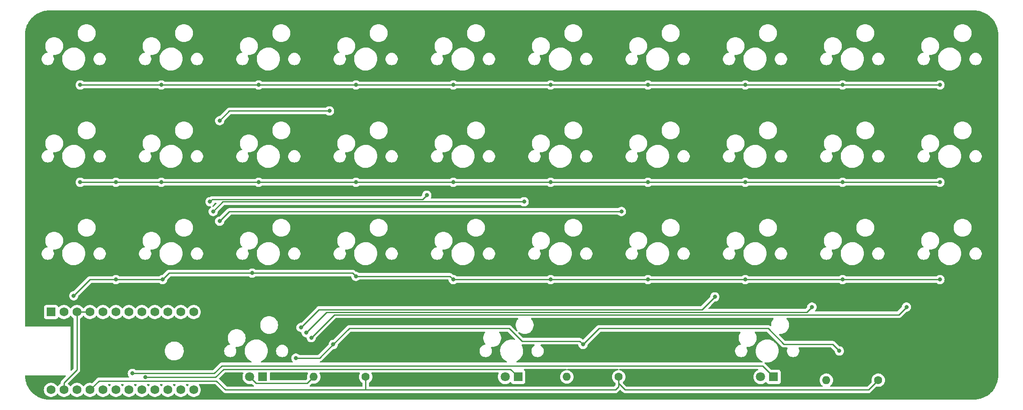
<source format=gbr>
%TF.GenerationSoftware,KiCad,Pcbnew,7.0.2-0*%
%TF.CreationDate,2023-05-11T14:31:08+08:00*%
%TF.ProjectId,Anya,416e7961-2e6b-4696-9361-645f70636258,rev?*%
%TF.SameCoordinates,Original*%
%TF.FileFunction,Copper,L1,Top*%
%TF.FilePolarity,Positive*%
%FSLAX46Y46*%
G04 Gerber Fmt 4.6, Leading zero omitted, Abs format (unit mm)*
G04 Created by KiCad (PCBNEW 7.0.2-0) date 2023-05-11 14:31:08*
%MOMM*%
%LPD*%
G01*
G04 APERTURE LIST*
%TA.AperFunction,ComponentPad*%
%ADD10R,1.800000X1.800000*%
%TD*%
%TA.AperFunction,ComponentPad*%
%ADD11C,1.800000*%
%TD*%
%TA.AperFunction,ComponentPad*%
%ADD12C,1.600000*%
%TD*%
%TA.AperFunction,ComponentPad*%
%ADD13O,1.600000X1.600000*%
%TD*%
%TA.AperFunction,ComponentPad*%
%ADD14R,1.752600X1.752600*%
%TD*%
%TA.AperFunction,ComponentPad*%
%ADD15C,1.752600*%
%TD*%
%TA.AperFunction,ViaPad*%
%ADD16C,0.800000*%
%TD*%
%TA.AperFunction,Conductor*%
%ADD17C,0.250000*%
%TD*%
G04 APERTURE END LIST*
D10*
%TO.P,D34,1,K*%
%TO.N,Left*%
X100488750Y-106680000D03*
D11*
%TO.P,D34,2,A*%
%TO.N,Net-(D34-A)*%
X97948750Y-106680000D03*
%TD*%
D12*
%TO.P,R2,1*%
%TO.N,VCC*%
X120650000Y-106680000D03*
D13*
%TO.P,R2,2*%
%TO.N,Net-(D34-A)*%
X110490000Y-106680000D03*
%TD*%
D12*
%TO.P,R4,1*%
%TO.N,VCC*%
X170180000Y-106680000D03*
D13*
%TO.P,R4,2*%
%TO.N,Net-(D35-A)*%
X160020000Y-106680000D03*
%TD*%
D12*
%TO.P,R6,1*%
%TO.N,VCC*%
X220980000Y-107315000D03*
D13*
%TO.P,R6,2*%
%TO.N,Net-(D36-A)*%
X210820000Y-107315000D03*
%TD*%
D10*
%TO.P,D35,1,K*%
%TO.N,Middle*%
X150495000Y-106680000D03*
D11*
%TO.P,D35,2,A*%
%TO.N,Net-(D35-A)*%
X147955000Y-106680000D03*
%TD*%
D10*
%TO.P,D36,1,K*%
%TO.N,Right*%
X200501250Y-106680000D03*
D11*
%TO.P,D36,2,A*%
%TO.N,Net-(D36-A)*%
X197961250Y-106680000D03*
%TD*%
D14*
%TO.P,U1,1,TX0/PD3*%
%TO.N,Col 1*%
X59055000Y-93980000D03*
D15*
%TO.P,U1,2,RX1/PD2*%
%TO.N,Row 1*%
X61595000Y-93980000D03*
%TO.P,U1,3,GND*%
%TO.N,GND*%
X64135000Y-93980000D03*
%TO.P,U1,4,GND*%
X66675000Y-93980000D03*
%TO.P,U1,5,2/PD1*%
%TO.N,Row 2*%
X69215000Y-93980000D03*
%TO.P,U1,6,3/PD0*%
%TO.N,Row 3*%
X71755000Y-93980000D03*
%TO.P,U1,7,4/PD4*%
%TO.N,Col 2*%
X74295000Y-93980000D03*
%TO.P,U1,8,5/PC6*%
%TO.N,Col 3*%
X76835000Y-93980000D03*
%TO.P,U1,9,6/PD7*%
%TO.N,Col 4*%
X79375000Y-93980000D03*
%TO.P,U1,10,7/PE6*%
%TO.N,Col 5*%
X81915000Y-93980000D03*
%TO.P,U1,11,8/PB4*%
%TO.N,Col 6*%
X84455000Y-93980000D03*
%TO.P,U1,12,9/PB5*%
%TO.N,Col 7*%
X86995000Y-93980000D03*
%TO.P,U1,13,10/PB6*%
%TO.N,Col 10*%
X86995000Y-109220000D03*
%TO.P,U1,14,16/PB2*%
%TO.N,Col 9*%
X84455000Y-109220000D03*
%TO.P,U1,15,14/PB3*%
%TO.N,Col 8*%
X81915000Y-109220000D03*
%TO.P,U1,16,15/PB1*%
%TO.N,Row 4*%
X79375000Y-109220000D03*
%TO.P,U1,17,A0/PF7*%
%TO.N,Left*%
X76835000Y-109220000D03*
%TO.P,U1,18,A1/PF6*%
%TO.N,Middle*%
X74295000Y-109220000D03*
%TO.P,U1,19,A2/PF5*%
%TO.N,Right*%
X71755000Y-109220000D03*
%TO.P,U1,20,A3/PF4*%
%TO.N,unconnected-(U1-A3{slash}PF4-Pad20)*%
X69215000Y-109220000D03*
%TO.P,U1,21,VCC*%
%TO.N,VCC*%
X66675000Y-109220000D03*
%TO.P,U1,22,RST*%
%TO.N,unconnected-(U1-RST-Pad22)*%
X64135000Y-109220000D03*
%TO.P,U1,23,GND*%
%TO.N,GND*%
X61595000Y-109220000D03*
%TO.P,U1,24,RAW*%
%TO.N,unconnected-(U1-RAW-Pad24)*%
X59055000Y-109220000D03*
%TD*%
D16*
%TO.N,Right*%
X75000000Y-106000000D03*
%TO.N,Middle*%
X77512300Y-106724500D03*
%TO.N,Row 4*%
X107000000Y-103000000D03*
%TO.N,Col 8*%
X108000000Y-97000000D03*
X189000000Y-91000000D03*
%TO.N,Col 9*%
X208000000Y-93000000D03*
X109000000Y-98000000D03*
%TO.N,Col 10*%
X226500000Y-93000000D03*
X110000000Y-99000000D03*
%TO.N,Row 1*%
X137795000Y-49530000D03*
X118745000Y-49530000D03*
X213995000Y-49530000D03*
X80645000Y-49530000D03*
X194945000Y-49530000D03*
X99695000Y-49530000D03*
X233045000Y-49530000D03*
X175895000Y-49530000D03*
X156845000Y-49530000D03*
X64770000Y-49530000D03*
%TO.N,Row 2*%
X175895000Y-68580000D03*
X71755000Y-68580000D03*
X64770000Y-68580000D03*
X213995000Y-68580000D03*
X137795000Y-68580000D03*
X80645000Y-68580000D03*
X118745000Y-68580000D03*
X233045000Y-68580000D03*
X194945000Y-68580000D03*
X99695000Y-68580000D03*
X156845000Y-68580000D03*
%TO.N,Row 3*%
X156845000Y-87630000D03*
X80900000Y-87630000D03*
X233045000Y-87630000D03*
X63500000Y-90805000D03*
X98425000Y-86360000D03*
X194945000Y-87630000D03*
X137795000Y-87630000D03*
X71755000Y-87630000D03*
X118745000Y-86995000D03*
X175895000Y-87630000D03*
X213995000Y-87630000D03*
%TO.N,Row 4*%
X163195000Y-100330000D03*
X114300000Y-100330000D03*
X213360000Y-101600000D03*
%TO.N,Col 4*%
X113565000Y-54610000D03*
X92075000Y-56515000D03*
%TO.N,Col 5*%
X132615000Y-71120000D03*
X90170000Y-72390000D03*
%TO.N,Col 6*%
X90805000Y-74295000D03*
X151665000Y-72390000D03*
%TO.N,Col 7*%
X92075000Y-76200000D03*
X170715000Y-74295000D03*
%TD*%
D17*
%TO.N,Col 10*%
X225000000Y-94500000D02*
X226500000Y-93000000D01*
X114500000Y-94500000D02*
X225000000Y-94500000D01*
X110000000Y-99000000D02*
X114500000Y-94500000D01*
%TO.N,Col 8*%
X108000000Y-97000000D02*
X111500000Y-93500000D01*
X111500000Y-93500000D02*
X186500000Y-93500000D01*
X186500000Y-93500000D02*
X189000000Y-91000000D01*
%TO.N,Col 9*%
X109000000Y-98000000D02*
X113000000Y-94000000D01*
X113000000Y-94000000D02*
X207000000Y-94000000D01*
X207000000Y-94000000D02*
X208000000Y-93000000D01*
%TO.N,Row 4*%
X114300000Y-100330000D02*
X117445000Y-97185000D01*
X162560000Y-99695000D02*
X163195000Y-100330000D01*
X117445000Y-97185000D02*
X148731675Y-97185000D01*
X148731675Y-97185000D02*
X151241675Y-99695000D01*
X151241675Y-99695000D02*
X162560000Y-99695000D01*
%TO.N,Right*%
X200501250Y-106680000D02*
X198321250Y-104500000D01*
X91000000Y-106000000D02*
X75000000Y-106000000D01*
X198321250Y-104500000D02*
X92500000Y-104500000D01*
X92500000Y-104500000D02*
X91000000Y-106000000D01*
%TO.N,Middle*%
X150495000Y-106680000D02*
X149001189Y-105186189D01*
X149001189Y-105186189D02*
X92813811Y-105186189D01*
X92813811Y-105186189D02*
X91275500Y-106724500D01*
X91275500Y-106724500D02*
X77512300Y-106724500D01*
%TO.N,VCC*%
X66675000Y-109220000D02*
X68446000Y-107449000D01*
X68446000Y-107449000D02*
X91449000Y-107449000D01*
X93220000Y-109220000D02*
X120650000Y-109220000D01*
X91449000Y-107449000D02*
X93220000Y-109220000D01*
%TO.N,Row 4*%
X111630000Y-103000000D02*
X107000000Y-103000000D01*
X114300000Y-100330000D02*
X111630000Y-103000000D01*
%TO.N,Row 1*%
X137795000Y-49530000D02*
X156845000Y-49530000D01*
X175895000Y-49530000D02*
X194945000Y-49530000D01*
X213995000Y-49530000D02*
X233045000Y-49530000D01*
X194945000Y-49530000D02*
X213995000Y-49530000D01*
X118745000Y-49530000D02*
X137795000Y-49530000D01*
X80645000Y-49530000D02*
X64770000Y-49530000D01*
X99695000Y-49530000D02*
X80645000Y-49530000D01*
X99695000Y-49530000D02*
X118745000Y-49530000D01*
X156845000Y-49530000D02*
X175895000Y-49530000D01*
%TO.N,Row 2*%
X156845000Y-68580000D02*
X175895000Y-68580000D01*
X175895000Y-68580000D02*
X194945000Y-68580000D01*
X99695000Y-68580000D02*
X118745000Y-68580000D01*
X99695000Y-68580000D02*
X80645000Y-68580000D01*
X118745000Y-68580000D02*
X137795000Y-68580000D01*
X80645000Y-68580000D02*
X64770000Y-68580000D01*
X213995000Y-68580000D02*
X233045000Y-68580000D01*
X194945000Y-68580000D02*
X213995000Y-68580000D01*
X137795000Y-68580000D02*
X156845000Y-68580000D01*
%TO.N,Row 3*%
X137795000Y-87630000D02*
X156845000Y-87630000D01*
X118110000Y-86360000D02*
X118745000Y-86995000D01*
X98425000Y-86360000D02*
X118110000Y-86360000D01*
X137160000Y-86995000D02*
X137795000Y-87630000D01*
X175895000Y-87630000D02*
X194945000Y-87630000D01*
X118745000Y-86995000D02*
X137160000Y-86995000D01*
X156845000Y-87630000D02*
X175895000Y-87630000D01*
X63500000Y-90805000D02*
X66675000Y-87630000D01*
X98425000Y-86360000D02*
X82170000Y-86360000D01*
X213995000Y-87630000D02*
X233045000Y-87630000D01*
X82170000Y-86360000D02*
X80900000Y-87630000D01*
X66675000Y-87630000D02*
X80900000Y-87630000D01*
X194945000Y-87630000D02*
X213995000Y-87630000D01*
%TO.N,Net-(D34-A)*%
X109220000Y-107950000D02*
X110490000Y-106680000D01*
X97948750Y-106680000D02*
X99218750Y-107950000D01*
X99218750Y-107950000D02*
X109220000Y-107950000D01*
%TO.N,Row 4*%
X212035000Y-100275000D02*
X213360000Y-101600000D01*
X199420000Y-97185000D02*
X202510000Y-100275000D01*
X202510000Y-100275000D02*
X212035000Y-100275000D01*
X166340000Y-97185000D02*
X199420000Y-97185000D01*
X163195000Y-100330000D02*
X166340000Y-97185000D01*
%TO.N,VCC*%
X120650000Y-106680000D02*
X120650000Y-109220000D01*
X120650000Y-109220000D02*
X169545000Y-109220000D01*
X170180000Y-108585000D02*
X170180000Y-107950000D01*
X170180000Y-107950000D02*
X170180000Y-106680000D01*
X171450000Y-109220000D02*
X170180000Y-107950000D01*
X219075000Y-109220000D02*
X171450000Y-109220000D01*
X220980000Y-107315000D02*
X219075000Y-109220000D01*
X169545000Y-109220000D02*
X170180000Y-108585000D01*
%TO.N,GND*%
X61595000Y-107809277D02*
X61595000Y-109220000D01*
X66675000Y-93980000D02*
X64135000Y-93980000D01*
X64135000Y-105269277D02*
X61595000Y-107809277D01*
X64135000Y-93980000D02*
X64135000Y-105269277D01*
%TO.N,Col 4*%
X92075000Y-56515000D02*
X93980000Y-54610000D01*
X93980000Y-54610000D02*
X113565000Y-54610000D01*
%TO.N,Col 5*%
X90620000Y-71940000D02*
X131795000Y-71940000D01*
X90170000Y-72390000D02*
X90620000Y-71940000D01*
X131795000Y-71940000D02*
X132615000Y-71120000D01*
%TO.N,Col 6*%
X90805000Y-74295000D02*
X92710000Y-72390000D01*
X92710000Y-72390000D02*
X151665000Y-72390000D01*
%TO.N,Col 7*%
X170715000Y-74295000D02*
X93980000Y-74295000D01*
X93980000Y-74295000D02*
X92075000Y-76200000D01*
%TD*%
%TA.AperFunction,NonConductor*%
G36*
X200452600Y-95153185D02*
G01*
X200498355Y-95205989D01*
X200508299Y-95275147D01*
X200479274Y-95338703D01*
X200476460Y-95341841D01*
X200398818Y-95425518D01*
X200251021Y-95642298D01*
X200137187Y-95878677D01*
X200059854Y-96129385D01*
X200020750Y-96388818D01*
X200020750Y-96593558D01*
X200001065Y-96660597D01*
X199948261Y-96706352D01*
X199879103Y-96716296D01*
X199815547Y-96687271D01*
X199811868Y-96683952D01*
X199795321Y-96668414D01*
X199777433Y-96658580D01*
X199761169Y-96647896D01*
X199745040Y-96635385D01*
X199704377Y-96617789D01*
X199693883Y-96612648D01*
X199655062Y-96591305D01*
X199643386Y-96588307D01*
X199635284Y-96586227D01*
X199616879Y-96579926D01*
X199598145Y-96571819D01*
X199598143Y-96571818D01*
X199598142Y-96571818D01*
X199554383Y-96564887D01*
X199542943Y-96562518D01*
X199500031Y-96551500D01*
X199500030Y-96551500D01*
X199479616Y-96551500D01*
X199460217Y-96549973D01*
X199440058Y-96546780D01*
X199440057Y-96546780D01*
X199413420Y-96549298D01*
X199395943Y-96550950D01*
X199384274Y-96551500D01*
X166423634Y-96551500D01*
X166402891Y-96549210D01*
X166331970Y-96551439D01*
X166328075Y-96551500D01*
X166300144Y-96551500D01*
X166296289Y-96551986D01*
X166296255Y-96551989D01*
X166296024Y-96552019D01*
X166284404Y-96552933D01*
X166240110Y-96554325D01*
X166220496Y-96560023D01*
X166201460Y-96563965D01*
X166181206Y-96566525D01*
X166140016Y-96582832D01*
X166128970Y-96586613D01*
X166086407Y-96598979D01*
X166068828Y-96609376D01*
X166051364Y-96617932D01*
X166042620Y-96621394D01*
X166032382Y-96625448D01*
X165996539Y-96651489D01*
X165986782Y-96657898D01*
X165948638Y-96680457D01*
X165934200Y-96694895D01*
X165919411Y-96707525D01*
X165902894Y-96719525D01*
X165874644Y-96753673D01*
X165866783Y-96762311D01*
X163282681Y-99346414D01*
X163221358Y-99379899D01*
X163151666Y-99374915D01*
X163107319Y-99346414D01*
X163067087Y-99306182D01*
X163054040Y-99289896D01*
X163002332Y-99241340D01*
X162999534Y-99238629D01*
X162982527Y-99221622D01*
X162979770Y-99218865D01*
X162976486Y-99216317D01*
X162967623Y-99208746D01*
X162935321Y-99178414D01*
X162917433Y-99168580D01*
X162901169Y-99157896D01*
X162885040Y-99145385D01*
X162844377Y-99127789D01*
X162833883Y-99122648D01*
X162795062Y-99101305D01*
X162783386Y-99098307D01*
X162775284Y-99096227D01*
X162756879Y-99089926D01*
X162738145Y-99081819D01*
X162738143Y-99081818D01*
X162738142Y-99081818D01*
X162694383Y-99074887D01*
X162682943Y-99072518D01*
X162640031Y-99061500D01*
X162640030Y-99061500D01*
X162619616Y-99061500D01*
X162600217Y-99059973D01*
X162580058Y-99056780D01*
X162580057Y-99056780D01*
X162547318Y-99059874D01*
X162535943Y-99060950D01*
X162524274Y-99061500D01*
X151555441Y-99061500D01*
X151488402Y-99041815D01*
X151467760Y-99025181D01*
X150544217Y-98101637D01*
X150510732Y-98040314D01*
X150515716Y-97970622D01*
X150557588Y-97914689D01*
X150623052Y-97890272D01*
X150691325Y-97905124D01*
X150709207Y-97917006D01*
X150723225Y-97928185D01*
X150776143Y-97970387D01*
X150897262Y-98040314D01*
X151003357Y-98101568D01*
X151171550Y-98167579D01*
X151228494Y-98189928D01*
X151247584Y-98197420D01*
X151503370Y-98255802D01*
X151699506Y-98270500D01*
X151701823Y-98270500D01*
X151828177Y-98270500D01*
X151830494Y-98270500D01*
X152026630Y-98255802D01*
X152282416Y-98197420D01*
X152526643Y-98101568D01*
X152753857Y-97970386D01*
X152958981Y-97806805D01*
X153077691Y-97678866D01*
X153137428Y-97614485D01*
X153137429Y-97614482D01*
X153137433Y-97614479D01*
X153285228Y-97397704D01*
X153399063Y-97161323D01*
X153476396Y-96910615D01*
X153515500Y-96651182D01*
X153515500Y-96388818D01*
X153476396Y-96129385D01*
X153399063Y-95878677D01*
X153285228Y-95642296D01*
X153137433Y-95425521D01*
X153137431Y-95425518D01*
X153059790Y-95341841D01*
X153028622Y-95279309D01*
X153036209Y-95209852D01*
X153080142Y-95155524D01*
X153146474Y-95133572D01*
X153150689Y-95133500D01*
X200385561Y-95133500D01*
X200452600Y-95153185D01*
G37*
%TD.AperFunction*%
%TA.AperFunction,NonConductor*%
G36*
X143975224Y-97838185D02*
G01*
X144020979Y-97890989D01*
X144030923Y-97960147D01*
X144010640Y-98012348D01*
X143942715Y-98111975D01*
X143894770Y-98182298D01*
X143840478Y-98295038D01*
X143780937Y-98418677D01*
X143703604Y-98669385D01*
X143664500Y-98928818D01*
X143664500Y-99191182D01*
X143703604Y-99450615D01*
X143780937Y-99701323D01*
X143894772Y-99937704D01*
X143973079Y-100052559D01*
X144042568Y-100154481D01*
X144084364Y-100199526D01*
X144115532Y-100262058D01*
X144107945Y-100331515D01*
X144064012Y-100385843D01*
X144004906Y-100407338D01*
X143923462Y-100414884D01*
X143709473Y-100475769D01*
X143510311Y-100574941D01*
X143332762Y-100709019D01*
X143182875Y-100873437D01*
X143065754Y-101062595D01*
X142988124Y-101262982D01*
X142985382Y-101270060D01*
X142944500Y-101488757D01*
X142944500Y-101711243D01*
X142985382Y-101929940D01*
X142988124Y-101937018D01*
X143065754Y-102137404D01*
X143182875Y-102326562D01*
X143332762Y-102490980D01*
X143510311Y-102625058D01*
X143709473Y-102724230D01*
X143843021Y-102762227D01*
X143923464Y-102785115D01*
X144089497Y-102800500D01*
X144092369Y-102800500D01*
X144197631Y-102800500D01*
X144200503Y-102800500D01*
X144366536Y-102785115D01*
X144500085Y-102747116D01*
X144580526Y-102724230D01*
X144582157Y-102723417D01*
X144779689Y-102625058D01*
X144957236Y-102490981D01*
X145107124Y-102326562D01*
X145224247Y-102137401D01*
X145304618Y-101929940D01*
X145345500Y-101711243D01*
X145345500Y-101488757D01*
X145304618Y-101270060D01*
X145224247Y-101062599D01*
X145182716Y-100995524D01*
X145164161Y-100928166D01*
X145184969Y-100861467D01*
X145238534Y-100816605D01*
X145297409Y-100806596D01*
X145349506Y-100810500D01*
X145351823Y-100810500D01*
X145478177Y-100810500D01*
X145480494Y-100810500D01*
X145676630Y-100795802D01*
X145932416Y-100737420D01*
X146176643Y-100641568D01*
X146403857Y-100510386D01*
X146608981Y-100346805D01*
X146745636Y-100199526D01*
X146787428Y-100154485D01*
X146787431Y-100154481D01*
X146787433Y-100154479D01*
X146935228Y-99937704D01*
X147049063Y-99701323D01*
X147126396Y-99450615D01*
X147165500Y-99191182D01*
X147165500Y-98928818D01*
X147126396Y-98669385D01*
X147049063Y-98418677D01*
X146935228Y-98182296D01*
X146819360Y-98012349D01*
X146797861Y-97945873D01*
X146815715Y-97878323D01*
X146867255Y-97831148D01*
X146921815Y-97818500D01*
X148417909Y-97818500D01*
X148484948Y-97838185D01*
X148505590Y-97854819D01*
X149847659Y-99196888D01*
X149881144Y-99258211D01*
X149876160Y-99327903D01*
X149834288Y-99383836D01*
X149768824Y-99408253D01*
X149727219Y-99404164D01*
X149678269Y-99390755D01*
X149678266Y-99390754D01*
X149674271Y-99389660D01*
X149670164Y-99389107D01*
X149670156Y-99389106D01*
X149379754Y-99350051D01*
X149379746Y-99350050D01*
X149375653Y-99349500D01*
X149149756Y-99349500D01*
X149147682Y-99349638D01*
X149147677Y-99349639D01*
X148928498Y-99364311D01*
X148928492Y-99364311D01*
X148924366Y-99364588D01*
X148920309Y-99365412D01*
X148920306Y-99365413D01*
X148633165Y-99423777D01*
X148633162Y-99423777D01*
X148629097Y-99424604D01*
X148625183Y-99425963D01*
X148625176Y-99425965D01*
X148348375Y-99522081D01*
X148348367Y-99522084D01*
X148344463Y-99523440D01*
X148340771Y-99525305D01*
X148340763Y-99525309D01*
X148079242Y-99657461D01*
X148079232Y-99657466D01*
X148075541Y-99659332D01*
X148072130Y-99661672D01*
X148072124Y-99661677D01*
X147830548Y-99827509D01*
X147830534Y-99827519D01*
X147827131Y-99829856D01*
X147824066Y-99832627D01*
X147824056Y-99832636D01*
X147606741Y-100029187D01*
X147606735Y-100029192D01*
X147603667Y-100031968D01*
X147600998Y-100035123D01*
X147600991Y-100035132D01*
X147411810Y-100258896D01*
X147411804Y-100258903D01*
X147409135Y-100262061D01*
X147406912Y-100265542D01*
X147406904Y-100265554D01*
X147249233Y-100512542D01*
X147249229Y-100512549D01*
X147247007Y-100516030D01*
X147245267Y-100519779D01*
X147245264Y-100519785D01*
X147121922Y-100785580D01*
X147121918Y-100785589D01*
X147120177Y-100789342D01*
X147118951Y-100793291D01*
X147118949Y-100793299D01*
X147052080Y-101008866D01*
X147030907Y-101077121D01*
X147030218Y-101081199D01*
X147030218Y-101081204D01*
X146981479Y-101370150D01*
X146980791Y-101374230D01*
X146980653Y-101378353D01*
X146980652Y-101378365D01*
X146970861Y-101671222D01*
X146970861Y-101671231D01*
X146970723Y-101675369D01*
X146971137Y-101679490D01*
X146971138Y-101679501D01*
X147000466Y-101971034D01*
X147000467Y-101971044D01*
X147000882Y-101975162D01*
X147001842Y-101979193D01*
X147001843Y-101979195D01*
X147039436Y-102136944D01*
X147070731Y-102268261D01*
X147179023Y-102549434D01*
X147181007Y-102553055D01*
X147181013Y-102553067D01*
X147250692Y-102680214D01*
X147323825Y-102813665D01*
X147326281Y-102816998D01*
X147326284Y-102817003D01*
X147500093Y-103052898D01*
X147502554Y-103056238D01*
X147712020Y-103272824D01*
X147838229Y-103372490D01*
X147945230Y-103456988D01*
X147945234Y-103456990D01*
X147948485Y-103459558D01*
X147952049Y-103461669D01*
X147952052Y-103461671D01*
X148062503Y-103527091D01*
X148207730Y-103613109D01*
X148243647Y-103628339D01*
X148297682Y-103672633D01*
X148319193Y-103739109D01*
X148301349Y-103806662D01*
X148249815Y-103853844D01*
X148195239Y-103866500D01*
X111796391Y-103866500D01*
X111729352Y-103846815D01*
X111683597Y-103794011D01*
X111673653Y-103724853D01*
X111702678Y-103661297D01*
X111761456Y-103623523D01*
X111780851Y-103619478D01*
X111784351Y-103619035D01*
X111788797Y-103618474D01*
X111830006Y-103602157D01*
X111841037Y-103598380D01*
X111883593Y-103586018D01*
X111901160Y-103575628D01*
X111918632Y-103567068D01*
X111937617Y-103559552D01*
X111973475Y-103533498D01*
X111983223Y-103527096D01*
X112021362Y-103504542D01*
X112035800Y-103490103D01*
X112050588Y-103477472D01*
X112067107Y-103465472D01*
X112095359Y-103431319D01*
X112103203Y-103422699D01*
X114251084Y-101274819D01*
X114312408Y-101241334D01*
X114338766Y-101238500D01*
X114395489Y-101238500D01*
X114582285Y-101198795D01*
X114582286Y-101198794D01*
X114582288Y-101198794D01*
X114756752Y-101121118D01*
X114911253Y-101008866D01*
X115039040Y-100866944D01*
X115071729Y-100810326D01*
X115134527Y-100701556D01*
X115143644Y-100673498D01*
X115193542Y-100519928D01*
X115210981Y-100353999D01*
X115237566Y-100289387D01*
X115246621Y-100279282D01*
X117671085Y-97854819D01*
X117732408Y-97821334D01*
X117758766Y-97818500D01*
X143908185Y-97818500D01*
X143975224Y-97838185D01*
G37*
%TD.AperFunction*%
%TA.AperFunction,NonConductor*%
G36*
X85944262Y-108102185D02*
G01*
X85990017Y-108154989D01*
X85999961Y-108224147D01*
X85970936Y-108287703D01*
X85968457Y-108290477D01*
X85898453Y-108366523D01*
X85828807Y-108473122D01*
X85775662Y-108518478D01*
X85706431Y-108527902D01*
X85643095Y-108498400D01*
X85621193Y-108473124D01*
X85551547Y-108366523D01*
X85481546Y-108290482D01*
X85450625Y-108227828D01*
X85458485Y-108158402D01*
X85502632Y-108104247D01*
X85569050Y-108082556D01*
X85572777Y-108082500D01*
X85877223Y-108082500D01*
X85944262Y-108102185D01*
G37*
%TD.AperFunction*%
%TA.AperFunction,NonConductor*%
G36*
X83404262Y-108102185D02*
G01*
X83450017Y-108154989D01*
X83459961Y-108224147D01*
X83430936Y-108287703D01*
X83428457Y-108290477D01*
X83358453Y-108366523D01*
X83288807Y-108473122D01*
X83235662Y-108518478D01*
X83166431Y-108527902D01*
X83103095Y-108498400D01*
X83081193Y-108473124D01*
X83011547Y-108366523D01*
X82941546Y-108290482D01*
X82910625Y-108227828D01*
X82918485Y-108158402D01*
X82962632Y-108104247D01*
X83029050Y-108082556D01*
X83032777Y-108082500D01*
X83337223Y-108082500D01*
X83404262Y-108102185D01*
G37*
%TD.AperFunction*%
%TA.AperFunction,NonConductor*%
G36*
X80864262Y-108102185D02*
G01*
X80910017Y-108154989D01*
X80919961Y-108224147D01*
X80890936Y-108287703D01*
X80888457Y-108290477D01*
X80818453Y-108366523D01*
X80748807Y-108473122D01*
X80695662Y-108518478D01*
X80626431Y-108527902D01*
X80563095Y-108498400D01*
X80541193Y-108473124D01*
X80471547Y-108366523D01*
X80401546Y-108290482D01*
X80370625Y-108227828D01*
X80378485Y-108158402D01*
X80422632Y-108104247D01*
X80489050Y-108082556D01*
X80492777Y-108082500D01*
X80797223Y-108082500D01*
X80864262Y-108102185D01*
G37*
%TD.AperFunction*%
%TA.AperFunction,NonConductor*%
G36*
X78324262Y-108102185D02*
G01*
X78370017Y-108154989D01*
X78379961Y-108224147D01*
X78350936Y-108287703D01*
X78348457Y-108290477D01*
X78278453Y-108366523D01*
X78208807Y-108473122D01*
X78155662Y-108518478D01*
X78086431Y-108527902D01*
X78023095Y-108498400D01*
X78001193Y-108473124D01*
X77931547Y-108366523D01*
X77861546Y-108290482D01*
X77830625Y-108227828D01*
X77838485Y-108158402D01*
X77882632Y-108104247D01*
X77949050Y-108082556D01*
X77952777Y-108082500D01*
X78257223Y-108082500D01*
X78324262Y-108102185D01*
G37*
%TD.AperFunction*%
%TA.AperFunction,NonConductor*%
G36*
X75784262Y-108102185D02*
G01*
X75830017Y-108154989D01*
X75839961Y-108224147D01*
X75810936Y-108287703D01*
X75808457Y-108290477D01*
X75738453Y-108366523D01*
X75668807Y-108473122D01*
X75615662Y-108518478D01*
X75546431Y-108527902D01*
X75483095Y-108498400D01*
X75461193Y-108473124D01*
X75391547Y-108366523D01*
X75321546Y-108290482D01*
X75290625Y-108227828D01*
X75298485Y-108158402D01*
X75342632Y-108104247D01*
X75409050Y-108082556D01*
X75412777Y-108082500D01*
X75717223Y-108082500D01*
X75784262Y-108102185D01*
G37*
%TD.AperFunction*%
%TA.AperFunction,NonConductor*%
G36*
X73244262Y-108102185D02*
G01*
X73290017Y-108154989D01*
X73299961Y-108224147D01*
X73270936Y-108287703D01*
X73268457Y-108290477D01*
X73198453Y-108366523D01*
X73128807Y-108473122D01*
X73075662Y-108518478D01*
X73006431Y-108527902D01*
X72943095Y-108498400D01*
X72921193Y-108473124D01*
X72851547Y-108366523D01*
X72781546Y-108290482D01*
X72750625Y-108227828D01*
X72758485Y-108158402D01*
X72802632Y-108104247D01*
X72869050Y-108082556D01*
X72872777Y-108082500D01*
X73177223Y-108082500D01*
X73244262Y-108102185D01*
G37*
%TD.AperFunction*%
%TA.AperFunction,NonConductor*%
G36*
X70704262Y-108102185D02*
G01*
X70750017Y-108154989D01*
X70759961Y-108224147D01*
X70730936Y-108287703D01*
X70728457Y-108290477D01*
X70658453Y-108366523D01*
X70588807Y-108473122D01*
X70535662Y-108518478D01*
X70466431Y-108527902D01*
X70403095Y-108498400D01*
X70381193Y-108473124D01*
X70311547Y-108366523D01*
X70241546Y-108290482D01*
X70210625Y-108227828D01*
X70218485Y-108158402D01*
X70262632Y-108104247D01*
X70329050Y-108082556D01*
X70332777Y-108082500D01*
X70637223Y-108082500D01*
X70704262Y-108102185D01*
G37*
%TD.AperFunction*%
%TA.AperFunction,NonConductor*%
G36*
X159910192Y-105153185D02*
G01*
X159955947Y-105205989D01*
X159965891Y-105275147D01*
X159936866Y-105338703D01*
X159878088Y-105376477D01*
X159853960Y-105381028D01*
X159791915Y-105386456D01*
X159570753Y-105445717D01*
X159363255Y-105542474D01*
X159363250Y-105542477D01*
X159363251Y-105542477D01*
X159218445Y-105643872D01*
X159175696Y-105673805D01*
X159013805Y-105835696D01*
X159013802Y-105835699D01*
X159013802Y-105835700D01*
X158982195Y-105880839D01*
X158882474Y-106023255D01*
X158785717Y-106230753D01*
X158726456Y-106451915D01*
X158706501Y-106679999D01*
X158726456Y-106908084D01*
X158785717Y-107129246D01*
X158882474Y-107336744D01*
X158882476Y-107336746D01*
X158882477Y-107336749D01*
X159013802Y-107524300D01*
X159175700Y-107686198D01*
X159363251Y-107817523D01*
X159363254Y-107817524D01*
X159363255Y-107817525D01*
X159386500Y-107828364D01*
X159570757Y-107914284D01*
X159791913Y-107973543D01*
X159881788Y-107981406D01*
X160019999Y-107993498D01*
X160019999Y-107993497D01*
X160020000Y-107993498D01*
X160248087Y-107973543D01*
X160469243Y-107914284D01*
X160676749Y-107817523D01*
X160864300Y-107686198D01*
X161026198Y-107524300D01*
X161157523Y-107336749D01*
X161254284Y-107129243D01*
X161313543Y-106908087D01*
X161333498Y-106680000D01*
X161313543Y-106451913D01*
X161254284Y-106230757D01*
X161157523Y-106023251D01*
X161026198Y-105835700D01*
X160864300Y-105673802D01*
X160676749Y-105542477D01*
X160676746Y-105542476D01*
X160676744Y-105542474D01*
X160469246Y-105445717D01*
X160469243Y-105445716D01*
X160269595Y-105392220D01*
X160248084Y-105386456D01*
X160186040Y-105381028D01*
X160120971Y-105355576D01*
X160079992Y-105298985D01*
X160076114Y-105229223D01*
X160110568Y-105168439D01*
X160172415Y-105135931D01*
X160196847Y-105133500D01*
X170003153Y-105133500D01*
X170070192Y-105153185D01*
X170115947Y-105205989D01*
X170125891Y-105275147D01*
X170096866Y-105338703D01*
X170038088Y-105376477D01*
X170013960Y-105381028D01*
X169951915Y-105386456D01*
X169730753Y-105445717D01*
X169523255Y-105542474D01*
X169523250Y-105542477D01*
X169523251Y-105542477D01*
X169378445Y-105643872D01*
X169335696Y-105673805D01*
X169173805Y-105835696D01*
X169173802Y-105835699D01*
X169173802Y-105835700D01*
X169142195Y-105880839D01*
X169042474Y-106023255D01*
X168945717Y-106230753D01*
X168886456Y-106451915D01*
X168866501Y-106680000D01*
X168886456Y-106908084D01*
X168945717Y-107129246D01*
X169042474Y-107336744D01*
X169042476Y-107336746D01*
X169042477Y-107336749D01*
X169173802Y-107524300D01*
X169335700Y-107686198D01*
X169491581Y-107795347D01*
X169535206Y-107849924D01*
X169544396Y-107893028D01*
X169546438Y-107958018D01*
X169546499Y-107961912D01*
X169546500Y-108271233D01*
X169526816Y-108338272D01*
X169510181Y-108358914D01*
X169318914Y-108550181D01*
X169257591Y-108583666D01*
X169231233Y-108586500D01*
X121407500Y-108586500D01*
X121340461Y-108566815D01*
X121294706Y-108514011D01*
X121283500Y-108462500D01*
X121283500Y-107898352D01*
X121303185Y-107831313D01*
X121336373Y-107796779D01*
X121494300Y-107686198D01*
X121656198Y-107524300D01*
X121787523Y-107336749D01*
X121884284Y-107129243D01*
X121943543Y-106908087D01*
X121963498Y-106680000D01*
X121943543Y-106451913D01*
X121884284Y-106230757D01*
X121787523Y-106023251D01*
X121781614Y-106014812D01*
X121759287Y-105948606D01*
X121776297Y-105880839D01*
X121827245Y-105833026D01*
X121883189Y-105819689D01*
X146605476Y-105819689D01*
X146672515Y-105839374D01*
X146718270Y-105892178D01*
X146728214Y-105961336D01*
X146714657Y-105997269D01*
X146716143Y-105997921D01*
X146618252Y-106221090D01*
X146618251Y-106221093D01*
X146566706Y-106424640D01*
X146560948Y-106447378D01*
X146541672Y-106679999D01*
X146560948Y-106912621D01*
X146560948Y-106912624D01*
X146560949Y-106912626D01*
X146575865Y-106971527D01*
X146618251Y-107138908D01*
X146712016Y-107352669D01*
X146839684Y-107548081D01*
X146969250Y-107688826D01*
X146997780Y-107719818D01*
X147181983Y-107863190D01*
X147387273Y-107974287D01*
X147408010Y-107981406D01*
X147608046Y-108050080D01*
X147838288Y-108088500D01*
X148071712Y-108088500D01*
X148301953Y-108050080D01*
X148412339Y-108012183D01*
X148522727Y-107974287D01*
X148728017Y-107863190D01*
X148912220Y-107719818D01*
X148912221Y-107719816D01*
X148920328Y-107713507D01*
X148921098Y-107714496D01*
X148972070Y-107683860D01*
X149041908Y-107685955D01*
X149099527Y-107725475D01*
X149119602Y-107760496D01*
X149144110Y-107826203D01*
X149231738Y-107943261D01*
X149348796Y-108030889D01*
X149485794Y-108081988D01*
X149485797Y-108081988D01*
X149485799Y-108081989D01*
X149546362Y-108088500D01*
X149549672Y-108088500D01*
X151440328Y-108088500D01*
X151443638Y-108088500D01*
X151504201Y-108081989D01*
X151504203Y-108081988D01*
X151504205Y-108081988D01*
X151589751Y-108050080D01*
X151641204Y-108030889D01*
X151758261Y-107943261D01*
X151845889Y-107826204D01*
X151868998Y-107764246D01*
X151896988Y-107689205D01*
X151896988Y-107689203D01*
X151896989Y-107689201D01*
X151903500Y-107628638D01*
X151903500Y-105731362D01*
X151896989Y-105670799D01*
X151896988Y-105670797D01*
X151896988Y-105670794D01*
X151845889Y-105533796D01*
X151758261Y-105416738D01*
X151678148Y-105356767D01*
X151636276Y-105300834D01*
X151631292Y-105231142D01*
X151664776Y-105169819D01*
X151726100Y-105136334D01*
X151752458Y-105133500D01*
X159843153Y-105133500D01*
X159910192Y-105153185D01*
G37*
%TD.AperFunction*%
%TA.AperFunction,NonConductor*%
G36*
X119483850Y-105839374D02*
G01*
X119529605Y-105892178D01*
X119539549Y-105961336D01*
X119518386Y-106014812D01*
X119512476Y-106023251D01*
X119415717Y-106230753D01*
X119356456Y-106451915D01*
X119336501Y-106679999D01*
X119356456Y-106908084D01*
X119415717Y-107129246D01*
X119512474Y-107336744D01*
X119512476Y-107336746D01*
X119512477Y-107336749D01*
X119643802Y-107524300D01*
X119805700Y-107686198D01*
X119963625Y-107796779D01*
X120007248Y-107851354D01*
X120016500Y-107898352D01*
X120016500Y-108462500D01*
X119996815Y-108529539D01*
X119944011Y-108575294D01*
X119892500Y-108586500D01*
X109779133Y-108586500D01*
X109712094Y-108566815D01*
X109666339Y-108514011D01*
X109656395Y-108444853D01*
X109683569Y-108383484D01*
X109685340Y-108381342D01*
X109693203Y-108372699D01*
X110077569Y-107988333D01*
X110138890Y-107954850D01*
X110197341Y-107956240D01*
X110261913Y-107973543D01*
X110490000Y-107993498D01*
X110718087Y-107973543D01*
X110939243Y-107914284D01*
X111146749Y-107817523D01*
X111334300Y-107686198D01*
X111496198Y-107524300D01*
X111627523Y-107336749D01*
X111724284Y-107129243D01*
X111783543Y-106908087D01*
X111803498Y-106680000D01*
X111783543Y-106451913D01*
X111724284Y-106230757D01*
X111627523Y-106023251D01*
X111621614Y-106014812D01*
X111599287Y-105948606D01*
X111616297Y-105880839D01*
X111667245Y-105833026D01*
X111723189Y-105819689D01*
X119416811Y-105819689D01*
X119483850Y-105839374D01*
G37*
%TD.AperFunction*%
%TA.AperFunction,NonConductor*%
G36*
X109323850Y-105839374D02*
G01*
X109369605Y-105892178D01*
X109379549Y-105961336D01*
X109358386Y-106014812D01*
X109352476Y-106023251D01*
X109255717Y-106230753D01*
X109196456Y-106451915D01*
X109176501Y-106680000D01*
X109196456Y-106908088D01*
X109213757Y-106972657D01*
X109212094Y-107042506D01*
X109181663Y-107092430D01*
X108993912Y-107280182D01*
X108932592Y-107313666D01*
X108906233Y-107316500D01*
X102021250Y-107316500D01*
X101954211Y-107296815D01*
X101908456Y-107244011D01*
X101897250Y-107192500D01*
X101897250Y-105943689D01*
X101916935Y-105876650D01*
X101969739Y-105830895D01*
X102021250Y-105819689D01*
X109256811Y-105819689D01*
X109323850Y-105839374D01*
G37*
%TD.AperFunction*%
%TA.AperFunction,NonConductor*%
G36*
X96666265Y-105839374D02*
G01*
X96712020Y-105892178D01*
X96721964Y-105961336D01*
X96708407Y-105997269D01*
X96709893Y-105997921D01*
X96612002Y-106221090D01*
X96612001Y-106221093D01*
X96560456Y-106424640D01*
X96554698Y-106447378D01*
X96535422Y-106680000D01*
X96554698Y-106912621D01*
X96554698Y-106912624D01*
X96554699Y-106912626D01*
X96569615Y-106971527D01*
X96612001Y-107138908D01*
X96705766Y-107352669D01*
X96833434Y-107548081D01*
X96963000Y-107688826D01*
X96991530Y-107719818D01*
X97175733Y-107863190D01*
X97381023Y-107974287D01*
X97401760Y-107981406D01*
X97601796Y-108050080D01*
X97832038Y-108088500D01*
X98065462Y-108088500D01*
X98295701Y-108050080D01*
X98317198Y-108042700D01*
X98386997Y-108039548D01*
X98445145Y-108072299D01*
X98711660Y-108338814D01*
X98724709Y-108355101D01*
X98726749Y-108357016D01*
X98726750Y-108357018D01*
X98742818Y-108372107D01*
X98778214Y-108432347D01*
X98775422Y-108502161D01*
X98735330Y-108559383D01*
X98670665Y-108585845D01*
X98657936Y-108586500D01*
X93533767Y-108586500D01*
X93466728Y-108566815D01*
X93446086Y-108550181D01*
X91983585Y-107087680D01*
X91950100Y-107026357D01*
X91955084Y-106956665D01*
X91983585Y-106912318D01*
X93039896Y-105856008D01*
X93101219Y-105822523D01*
X93127577Y-105819689D01*
X96599226Y-105819689D01*
X96666265Y-105839374D01*
G37*
%TD.AperFunction*%
%TA.AperFunction,NonConductor*%
G36*
X239715202Y-34925617D02*
G01*
X239906945Y-34933989D01*
X240128955Y-34944253D01*
X240139372Y-34945179D01*
X240345250Y-34972283D01*
X240553083Y-35001275D01*
X240562733Y-35003014D01*
X240768250Y-35048577D01*
X240970324Y-35096104D01*
X240979158Y-35098532D01*
X241181269Y-35162257D01*
X241377346Y-35227976D01*
X241385370Y-35230980D01*
X241385375Y-35230982D01*
X241580571Y-35311834D01*
X241583183Y-35312952D01*
X241770873Y-35395825D01*
X241778023Y-35399260D01*
X241965729Y-35496973D01*
X241968796Y-35498626D01*
X242027125Y-35531115D01*
X242147737Y-35598295D01*
X242154007Y-35602034D01*
X242332654Y-35715845D01*
X242336028Y-35718073D01*
X242504927Y-35833772D01*
X242510282Y-35837657D01*
X242598252Y-35905158D01*
X242678394Y-35966653D01*
X242682116Y-35969624D01*
X242839501Y-36100314D01*
X242844014Y-36104251D01*
X242918496Y-36172502D01*
X243000327Y-36247487D01*
X243004234Y-36251228D01*
X243148770Y-36395764D01*
X243152511Y-36399671D01*
X243295742Y-36555980D01*
X243299690Y-36560504D01*
X243416313Y-36700949D01*
X243430367Y-36717873D01*
X243433345Y-36721604D01*
X243562331Y-36889702D01*
X243566236Y-36895086D01*
X243681907Y-37063943D01*
X243684153Y-37067344D01*
X243797964Y-37245991D01*
X243801713Y-37252278D01*
X243901372Y-37431202D01*
X243903032Y-37434283D01*
X244000728Y-37621954D01*
X244004173Y-37629125D01*
X244087046Y-37816815D01*
X244088173Y-37819448D01*
X244169016Y-38014621D01*
X244172027Y-38022667D01*
X244237747Y-38218746D01*
X244301459Y-38420816D01*
X244303901Y-38429702D01*
X244351428Y-38631775D01*
X244396978Y-38837240D01*
X244398727Y-38846940D01*
X244427719Y-39054772D01*
X244454817Y-39260607D01*
X244455746Y-39271063D01*
X244466010Y-39493065D01*
X244474382Y-39684797D01*
X244474500Y-39690206D01*
X244474500Y-106359793D01*
X244474382Y-106365202D01*
X244466010Y-106556934D01*
X244455746Y-106778934D01*
X244454817Y-106789392D01*
X244427719Y-106995227D01*
X244398728Y-107203056D01*
X244396978Y-107212760D01*
X244351428Y-107418224D01*
X244303902Y-107620294D01*
X244301458Y-107629185D01*
X244237747Y-107831253D01*
X244172025Y-108027337D01*
X244169018Y-108035370D01*
X244088173Y-108230549D01*
X244087046Y-108233183D01*
X244004173Y-108420873D01*
X244000728Y-108428044D01*
X243903032Y-108615715D01*
X243901372Y-108618796D01*
X243801713Y-108797720D01*
X243797964Y-108804007D01*
X243684153Y-108982654D01*
X243681873Y-108986106D01*
X243566255Y-109154887D01*
X243562331Y-109160296D01*
X243433345Y-109328394D01*
X243430367Y-109332125D01*
X243299703Y-109489479D01*
X243295727Y-109494036D01*
X243152511Y-109650327D01*
X243148770Y-109654234D01*
X243004234Y-109798770D01*
X243000327Y-109802511D01*
X242844036Y-109945727D01*
X242839479Y-109949703D01*
X242682125Y-110080367D01*
X242678394Y-110083345D01*
X242510296Y-110212331D01*
X242504887Y-110216255D01*
X242336106Y-110331873D01*
X242332654Y-110334153D01*
X242154007Y-110447964D01*
X242147720Y-110451713D01*
X241968796Y-110551372D01*
X241965715Y-110553032D01*
X241778044Y-110650728D01*
X241770873Y-110654173D01*
X241583183Y-110737046D01*
X241580550Y-110738173D01*
X241385377Y-110819016D01*
X241377331Y-110822027D01*
X241181253Y-110887747D01*
X240979182Y-110951459D01*
X240970296Y-110953901D01*
X240768224Y-111001428D01*
X240562758Y-111046978D01*
X240553058Y-111048727D01*
X240345227Y-111077719D01*
X240139391Y-111104817D01*
X240128935Y-111105746D01*
X239907141Y-111116001D01*
X239715203Y-111124381D01*
X239709794Y-111124499D01*
X58426898Y-111124499D01*
X58413185Y-111123738D01*
X58240431Y-111104516D01*
X57998109Y-111076875D01*
X57987614Y-111075220D01*
X57786250Y-111034550D01*
X57571305Y-110989276D01*
X57561671Y-110986840D01*
X57359756Y-110927075D01*
X57233337Y-110887747D01*
X57154287Y-110863155D01*
X57145571Y-110860081D01*
X56947523Y-110781835D01*
X56840278Y-110737046D01*
X56750561Y-110699577D01*
X56742790Y-110696011D01*
X56552515Y-110600611D01*
X56549775Y-110599194D01*
X56363430Y-110499889D01*
X56356592Y-110495961D01*
X56351002Y-110492509D01*
X56175005Y-110383820D01*
X56171827Y-110381790D01*
X55996098Y-110265739D01*
X55990209Y-110261599D01*
X55818989Y-110133662D01*
X55815466Y-110130930D01*
X55651648Y-109999089D01*
X55646683Y-109994873D01*
X55515578Y-109877498D01*
X55487295Y-109852177D01*
X55483539Y-109848672D01*
X55475685Y-109841031D01*
X55332934Y-109702145D01*
X55328857Y-109697987D01*
X55328372Y-109697469D01*
X55182651Y-109541709D01*
X55178798Y-109537393D01*
X55042564Y-109377317D01*
X55039382Y-109373417D01*
X54907548Y-109204817D01*
X54903703Y-109199624D01*
X54783052Y-109027399D01*
X54780561Y-109023704D01*
X54664281Y-108844330D01*
X54660542Y-108838177D01*
X54556439Y-108655119D01*
X54554660Y-108651879D01*
X54454812Y-108463169D01*
X54451362Y-108456114D01*
X54438723Y-108428044D01*
X54364637Y-108263500D01*
X54363408Y-108260675D01*
X54336908Y-108197678D01*
X54280907Y-108064546D01*
X54277860Y-108056539D01*
X54208874Y-107854508D01*
X54206265Y-107846354D01*
X54143967Y-107651669D01*
X54141502Y-107642839D01*
X54091397Y-107433597D01*
X54065237Y-107317277D01*
X54045179Y-107228089D01*
X54043395Y-107218340D01*
X54030747Y-107129246D01*
X54012532Y-107000944D01*
X53985331Y-106797203D01*
X53984384Y-106786693D01*
X53972936Y-106543358D01*
X53970684Y-106492480D01*
X53987383Y-106424640D01*
X54038112Y-106376594D01*
X54094562Y-106363000D01*
X61846010Y-106363000D01*
X61913049Y-106382685D01*
X61958804Y-106435489D01*
X61968748Y-106504647D01*
X61939723Y-106568203D01*
X61933691Y-106574681D01*
X61206180Y-107302190D01*
X61189896Y-107315238D01*
X61141339Y-107366945D01*
X61138634Y-107369737D01*
X61118865Y-107389507D01*
X61116487Y-107392570D01*
X61116470Y-107392591D01*
X61116311Y-107392798D01*
X61108753Y-107401645D01*
X61078414Y-107433954D01*
X61068582Y-107451840D01*
X61057901Y-107468100D01*
X61045385Y-107484236D01*
X61027786Y-107524905D01*
X61022648Y-107535394D01*
X61001303Y-107574220D01*
X60996226Y-107593995D01*
X60989925Y-107612400D01*
X60981818Y-107631133D01*
X60974888Y-107674887D01*
X60972520Y-107686323D01*
X60961500Y-107729246D01*
X60961500Y-107749661D01*
X60959973Y-107769060D01*
X60956779Y-107789220D01*
X60960949Y-107833335D01*
X60961499Y-107845002D01*
X60961499Y-107914367D01*
X60941814Y-107981406D01*
X60896518Y-108023421D01*
X60834987Y-108056720D01*
X60653889Y-108197675D01*
X60653886Y-108197677D01*
X60653886Y-108197678D01*
X60498453Y-108366523D01*
X60428807Y-108473122D01*
X60375662Y-108518478D01*
X60306431Y-108527902D01*
X60243095Y-108498400D01*
X60221193Y-108473124D01*
X60151547Y-108366523D01*
X59996114Y-108197678D01*
X59941267Y-108154989D01*
X59815015Y-108056722D01*
X59815011Y-108056719D01*
X59815010Y-108056719D01*
X59613174Y-107947491D01*
X59613170Y-107947489D01*
X59613169Y-107947489D01*
X59396116Y-107872974D01*
X59226339Y-107844643D01*
X59169748Y-107835200D01*
X58940252Y-107835200D01*
X58894978Y-107842754D01*
X58713883Y-107872974D01*
X58496830Y-107947489D01*
X58496826Y-107947490D01*
X58496826Y-107947491D01*
X58421501Y-107988255D01*
X58294984Y-108056722D01*
X58113889Y-108197675D01*
X58113886Y-108197677D01*
X58113886Y-108197678D01*
X58046174Y-108271233D01*
X57958452Y-108366524D01*
X57832932Y-108558646D01*
X57740743Y-108768815D01*
X57684405Y-108991292D01*
X57665453Y-109220000D01*
X57684405Y-109448707D01*
X57684405Y-109448710D01*
X57684406Y-109448712D01*
X57740743Y-109671185D01*
X57822370Y-109857275D01*
X57832932Y-109881353D01*
X57888808Y-109966877D01*
X57958453Y-110073477D01*
X58113886Y-110242322D01*
X58113889Y-110242324D01*
X58294984Y-110383277D01*
X58294986Y-110383278D01*
X58294990Y-110383281D01*
X58496826Y-110492509D01*
X58605356Y-110529767D01*
X58713883Y-110567025D01*
X58713885Y-110567025D01*
X58713887Y-110567026D01*
X58940252Y-110604800D01*
X58940253Y-110604800D01*
X59169747Y-110604800D01*
X59169748Y-110604800D01*
X59396113Y-110567026D01*
X59613174Y-110492509D01*
X59815010Y-110383281D01*
X59996114Y-110242322D01*
X60151547Y-110073477D01*
X60221192Y-109966877D01*
X60274337Y-109921521D01*
X60343569Y-109912097D01*
X60406904Y-109941599D01*
X60428806Y-109966875D01*
X60498453Y-110073477D01*
X60653886Y-110242322D01*
X60653889Y-110242324D01*
X60834984Y-110383277D01*
X60834986Y-110383278D01*
X60834990Y-110383281D01*
X61036826Y-110492509D01*
X61145356Y-110529767D01*
X61253883Y-110567025D01*
X61253885Y-110567025D01*
X61253887Y-110567026D01*
X61480252Y-110604800D01*
X61480253Y-110604800D01*
X61709747Y-110604800D01*
X61709748Y-110604800D01*
X61936113Y-110567026D01*
X62153174Y-110492509D01*
X62355010Y-110383281D01*
X62536114Y-110242322D01*
X62691547Y-110073477D01*
X62761192Y-109966877D01*
X62814337Y-109921521D01*
X62883569Y-109912097D01*
X62946904Y-109941599D01*
X62968806Y-109966875D01*
X63038453Y-110073477D01*
X63193886Y-110242322D01*
X63193889Y-110242324D01*
X63374984Y-110383277D01*
X63374986Y-110383278D01*
X63374990Y-110383281D01*
X63576826Y-110492509D01*
X63685356Y-110529767D01*
X63793883Y-110567025D01*
X63793885Y-110567025D01*
X63793887Y-110567026D01*
X64020252Y-110604800D01*
X64020253Y-110604800D01*
X64249747Y-110604800D01*
X64249748Y-110604800D01*
X64476113Y-110567026D01*
X64693174Y-110492509D01*
X64895010Y-110383281D01*
X65076114Y-110242322D01*
X65231547Y-110073477D01*
X65301193Y-109966875D01*
X65354336Y-109921521D01*
X65423567Y-109912097D01*
X65486903Y-109941598D01*
X65508807Y-109966877D01*
X65537245Y-110010404D01*
X65578453Y-110073477D01*
X65733886Y-110242322D01*
X65733889Y-110242324D01*
X65914984Y-110383277D01*
X65914986Y-110383278D01*
X65914990Y-110383281D01*
X66116826Y-110492509D01*
X66225356Y-110529767D01*
X66333883Y-110567025D01*
X66333885Y-110567025D01*
X66333887Y-110567026D01*
X66560252Y-110604800D01*
X66560253Y-110604800D01*
X66789747Y-110604800D01*
X66789748Y-110604800D01*
X67016113Y-110567026D01*
X67233174Y-110492509D01*
X67435010Y-110383281D01*
X67616114Y-110242322D01*
X67771547Y-110073477D01*
X67841192Y-109966877D01*
X67894337Y-109921521D01*
X67963569Y-109912097D01*
X68026904Y-109941599D01*
X68048806Y-109966875D01*
X68118453Y-110073477D01*
X68273886Y-110242322D01*
X68273889Y-110242324D01*
X68454984Y-110383277D01*
X68454986Y-110383278D01*
X68454990Y-110383281D01*
X68656826Y-110492509D01*
X68765356Y-110529767D01*
X68873883Y-110567025D01*
X68873885Y-110567025D01*
X68873887Y-110567026D01*
X69100252Y-110604800D01*
X69100253Y-110604800D01*
X69329747Y-110604800D01*
X69329748Y-110604800D01*
X69556113Y-110567026D01*
X69773174Y-110492509D01*
X69975010Y-110383281D01*
X70156114Y-110242322D01*
X70311547Y-110073477D01*
X70381192Y-109966877D01*
X70434337Y-109921521D01*
X70503569Y-109912097D01*
X70566904Y-109941599D01*
X70588806Y-109966875D01*
X70658453Y-110073477D01*
X70813886Y-110242322D01*
X70813889Y-110242324D01*
X70994984Y-110383277D01*
X70994986Y-110383278D01*
X70994990Y-110383281D01*
X71196826Y-110492509D01*
X71305356Y-110529767D01*
X71413883Y-110567025D01*
X71413885Y-110567025D01*
X71413887Y-110567026D01*
X71640252Y-110604800D01*
X71640253Y-110604800D01*
X71869747Y-110604800D01*
X71869748Y-110604800D01*
X72096113Y-110567026D01*
X72313174Y-110492509D01*
X72515010Y-110383281D01*
X72696114Y-110242322D01*
X72851547Y-110073477D01*
X72921192Y-109966877D01*
X72974337Y-109921521D01*
X73043569Y-109912097D01*
X73106904Y-109941599D01*
X73128806Y-109966875D01*
X73198453Y-110073477D01*
X73353886Y-110242322D01*
X73353889Y-110242324D01*
X73534984Y-110383277D01*
X73534986Y-110383278D01*
X73534990Y-110383281D01*
X73736826Y-110492509D01*
X73845356Y-110529767D01*
X73953883Y-110567025D01*
X73953885Y-110567025D01*
X73953887Y-110567026D01*
X74180252Y-110604800D01*
X74180253Y-110604800D01*
X74409747Y-110604800D01*
X74409748Y-110604800D01*
X74636113Y-110567026D01*
X74853174Y-110492509D01*
X75055010Y-110383281D01*
X75236114Y-110242322D01*
X75391547Y-110073477D01*
X75461192Y-109966877D01*
X75514337Y-109921521D01*
X75583569Y-109912097D01*
X75646904Y-109941599D01*
X75668806Y-109966875D01*
X75738453Y-110073477D01*
X75893886Y-110242322D01*
X75893889Y-110242324D01*
X76074984Y-110383277D01*
X76074986Y-110383278D01*
X76074990Y-110383281D01*
X76276826Y-110492509D01*
X76385356Y-110529767D01*
X76493883Y-110567025D01*
X76493885Y-110567025D01*
X76493887Y-110567026D01*
X76720252Y-110604800D01*
X76720253Y-110604800D01*
X76949747Y-110604800D01*
X76949748Y-110604800D01*
X77176113Y-110567026D01*
X77393174Y-110492509D01*
X77595010Y-110383281D01*
X77776114Y-110242322D01*
X77931547Y-110073477D01*
X78001192Y-109966877D01*
X78054337Y-109921521D01*
X78123569Y-109912097D01*
X78186904Y-109941599D01*
X78208806Y-109966875D01*
X78278453Y-110073477D01*
X78433886Y-110242322D01*
X78433889Y-110242324D01*
X78614984Y-110383277D01*
X78614986Y-110383278D01*
X78614990Y-110383281D01*
X78816826Y-110492509D01*
X78925356Y-110529767D01*
X79033883Y-110567025D01*
X79033885Y-110567025D01*
X79033887Y-110567026D01*
X79260252Y-110604800D01*
X79260253Y-110604800D01*
X79489747Y-110604800D01*
X79489748Y-110604800D01*
X79716113Y-110567026D01*
X79933174Y-110492509D01*
X80135010Y-110383281D01*
X80316114Y-110242322D01*
X80471547Y-110073477D01*
X80541192Y-109966877D01*
X80594337Y-109921521D01*
X80663569Y-109912097D01*
X80726904Y-109941599D01*
X80748806Y-109966875D01*
X80818453Y-110073477D01*
X80973886Y-110242322D01*
X80973889Y-110242324D01*
X81154984Y-110383277D01*
X81154986Y-110383278D01*
X81154990Y-110383281D01*
X81356826Y-110492509D01*
X81465356Y-110529767D01*
X81573883Y-110567025D01*
X81573885Y-110567025D01*
X81573887Y-110567026D01*
X81800252Y-110604800D01*
X81800253Y-110604800D01*
X82029747Y-110604800D01*
X82029748Y-110604800D01*
X82256113Y-110567026D01*
X82473174Y-110492509D01*
X82675010Y-110383281D01*
X82856114Y-110242322D01*
X83011547Y-110073477D01*
X83081192Y-109966877D01*
X83134337Y-109921521D01*
X83203569Y-109912097D01*
X83266904Y-109941599D01*
X83288806Y-109966875D01*
X83358453Y-110073477D01*
X83513886Y-110242322D01*
X83513889Y-110242324D01*
X83694984Y-110383277D01*
X83694986Y-110383278D01*
X83694990Y-110383281D01*
X83896826Y-110492509D01*
X84005356Y-110529767D01*
X84113883Y-110567025D01*
X84113885Y-110567025D01*
X84113887Y-110567026D01*
X84340252Y-110604800D01*
X84340253Y-110604800D01*
X84569747Y-110604800D01*
X84569748Y-110604800D01*
X84796113Y-110567026D01*
X85013174Y-110492509D01*
X85215010Y-110383281D01*
X85396114Y-110242322D01*
X85551547Y-110073477D01*
X85621192Y-109966877D01*
X85674337Y-109921521D01*
X85743569Y-109912097D01*
X85806904Y-109941599D01*
X85828806Y-109966875D01*
X85898453Y-110073477D01*
X86053886Y-110242322D01*
X86053889Y-110242324D01*
X86234984Y-110383277D01*
X86234986Y-110383278D01*
X86234990Y-110383281D01*
X86436826Y-110492509D01*
X86545356Y-110529767D01*
X86653883Y-110567025D01*
X86653885Y-110567025D01*
X86653887Y-110567026D01*
X86880252Y-110604800D01*
X86880253Y-110604800D01*
X87109747Y-110604800D01*
X87109748Y-110604800D01*
X87336113Y-110567026D01*
X87553174Y-110492509D01*
X87755010Y-110383281D01*
X87936114Y-110242322D01*
X88091547Y-110073477D01*
X88217069Y-109881351D01*
X88309257Y-109671185D01*
X88365594Y-109448712D01*
X88384546Y-109220000D01*
X88365594Y-108991288D01*
X88309257Y-108768815D01*
X88217069Y-108558649D01*
X88091547Y-108366523D01*
X88021546Y-108290482D01*
X87990625Y-108227828D01*
X87998485Y-108158402D01*
X88042632Y-108104247D01*
X88109050Y-108082556D01*
X88112777Y-108082500D01*
X91135234Y-108082500D01*
X91202273Y-108102185D01*
X91222915Y-108118819D01*
X92712910Y-109608814D01*
X92725959Y-109625101D01*
X92727999Y-109627016D01*
X92728000Y-109627018D01*
X92777701Y-109673690D01*
X92780465Y-109676369D01*
X92800230Y-109696134D01*
X92803484Y-109698658D01*
X92812367Y-109706244D01*
X92844679Y-109736586D01*
X92862572Y-109746422D01*
X92878831Y-109757103D01*
X92894959Y-109769613D01*
X92935625Y-109787210D01*
X92946106Y-109792346D01*
X92952082Y-109795631D01*
X92984940Y-109813695D01*
X93004710Y-109818771D01*
X93023115Y-109825071D01*
X93041855Y-109833181D01*
X93085630Y-109840113D01*
X93097041Y-109842477D01*
X93139970Y-109853500D01*
X93160384Y-109853500D01*
X93179783Y-109855027D01*
X93199943Y-109858220D01*
X93244056Y-109854050D01*
X93255726Y-109853500D01*
X120569970Y-109853500D01*
X120578393Y-109853500D01*
X120601627Y-109855696D01*
X120609906Y-109857275D01*
X120666015Y-109853744D01*
X120673801Y-109853500D01*
X169461367Y-109853500D01*
X169482108Y-109855789D01*
X169484905Y-109855701D01*
X169484909Y-109855702D01*
X169553017Y-109853560D01*
X169556913Y-109853500D01*
X169580958Y-109853500D01*
X169584856Y-109853500D01*
X169588724Y-109853011D01*
X169588947Y-109852983D01*
X169600608Y-109852064D01*
X169644889Y-109850673D01*
X169664498Y-109844975D01*
X169683531Y-109841033D01*
X169703797Y-109838474D01*
X169745006Y-109822157D01*
X169756037Y-109818380D01*
X169798593Y-109806018D01*
X169816160Y-109795628D01*
X169833632Y-109787068D01*
X169852617Y-109779552D01*
X169888475Y-109753498D01*
X169898223Y-109747096D01*
X169936362Y-109724542D01*
X169950800Y-109710103D01*
X169965588Y-109697472D01*
X169982107Y-109685472D01*
X170010359Y-109651319D01*
X170018203Y-109642699D01*
X170409818Y-109251083D01*
X170471141Y-109217599D01*
X170540833Y-109222583D01*
X170585180Y-109251084D01*
X170942910Y-109608814D01*
X170955959Y-109625101D01*
X170957999Y-109627016D01*
X170958000Y-109627018D01*
X171007701Y-109673690D01*
X171010465Y-109676369D01*
X171030230Y-109696134D01*
X171033484Y-109698658D01*
X171042367Y-109706244D01*
X171074679Y-109736586D01*
X171092572Y-109746422D01*
X171108831Y-109757103D01*
X171124959Y-109769613D01*
X171165625Y-109787210D01*
X171176106Y-109792346D01*
X171182082Y-109795631D01*
X171214940Y-109813695D01*
X171234710Y-109818771D01*
X171253115Y-109825071D01*
X171271855Y-109833181D01*
X171315630Y-109840113D01*
X171327041Y-109842477D01*
X171369970Y-109853500D01*
X171390384Y-109853500D01*
X171409783Y-109855027D01*
X171429943Y-109858220D01*
X171474056Y-109854050D01*
X171485726Y-109853500D01*
X218991367Y-109853500D01*
X219012108Y-109855789D01*
X219014905Y-109855701D01*
X219014909Y-109855702D01*
X219083017Y-109853560D01*
X219086913Y-109853500D01*
X219110958Y-109853500D01*
X219114856Y-109853500D01*
X219118724Y-109853011D01*
X219118947Y-109852983D01*
X219130608Y-109852064D01*
X219174889Y-109850673D01*
X219194498Y-109844975D01*
X219213531Y-109841033D01*
X219233797Y-109838474D01*
X219275006Y-109822157D01*
X219286037Y-109818380D01*
X219328593Y-109806018D01*
X219346160Y-109795628D01*
X219363632Y-109787068D01*
X219382617Y-109779552D01*
X219418475Y-109753498D01*
X219428223Y-109747096D01*
X219466362Y-109724542D01*
X219480800Y-109710103D01*
X219495588Y-109697472D01*
X219512107Y-109685472D01*
X219540359Y-109651319D01*
X219548203Y-109642699D01*
X220567570Y-108623333D01*
X220628891Y-108589850D01*
X220687341Y-108591240D01*
X220751913Y-108608543D01*
X220920987Y-108623335D01*
X220979999Y-108628498D01*
X220979999Y-108628497D01*
X220980000Y-108628498D01*
X221208087Y-108608543D01*
X221429243Y-108549284D01*
X221636749Y-108452523D01*
X221824300Y-108321198D01*
X221986198Y-108159300D01*
X222117523Y-107971749D01*
X222214284Y-107764243D01*
X222273543Y-107543087D01*
X222293498Y-107315000D01*
X222273543Y-107086913D01*
X222214284Y-106865757D01*
X222117523Y-106658251D01*
X221986198Y-106470700D01*
X221824300Y-106308802D01*
X221636749Y-106177477D01*
X221636746Y-106177476D01*
X221636744Y-106177474D01*
X221429246Y-106080717D01*
X221429243Y-106080716D01*
X221318664Y-106051086D01*
X221208084Y-106021456D01*
X220979999Y-106001501D01*
X220751915Y-106021456D01*
X220530753Y-106080717D01*
X220323255Y-106177474D01*
X220135696Y-106308805D01*
X219973805Y-106470696D01*
X219842474Y-106658255D01*
X219745717Y-106865753D01*
X219686456Y-107086915D01*
X219666501Y-107315000D01*
X219686456Y-107543088D01*
X219703757Y-107607657D01*
X219702094Y-107677506D01*
X219671663Y-107727430D01*
X218848914Y-108550181D01*
X218787591Y-108583666D01*
X218761233Y-108586500D01*
X211678687Y-108586500D01*
X211611648Y-108566815D01*
X211565893Y-108514011D01*
X211555949Y-108444853D01*
X211584974Y-108381297D01*
X211607559Y-108360928D01*
X211664300Y-108321198D01*
X211826198Y-108159300D01*
X211957523Y-107971749D01*
X212054284Y-107764243D01*
X212113543Y-107543087D01*
X212133498Y-107315000D01*
X212113543Y-107086913D01*
X212054284Y-106865757D01*
X211957523Y-106658251D01*
X211826198Y-106470700D01*
X211664300Y-106308802D01*
X211476749Y-106177477D01*
X211476746Y-106177476D01*
X211476744Y-106177474D01*
X211269246Y-106080717D01*
X211269243Y-106080716D01*
X211158665Y-106051086D01*
X211048084Y-106021456D01*
X210819999Y-106001501D01*
X210591915Y-106021456D01*
X210370753Y-106080717D01*
X210163255Y-106177474D01*
X209975696Y-106308805D01*
X209813805Y-106470696D01*
X209682474Y-106658255D01*
X209585717Y-106865753D01*
X209526456Y-107086915D01*
X209506501Y-107315000D01*
X209526456Y-107543084D01*
X209534798Y-107574217D01*
X209584423Y-107759419D01*
X209585717Y-107764246D01*
X209682474Y-107971744D01*
X209682476Y-107971746D01*
X209682477Y-107971749D01*
X209813802Y-108159300D01*
X209975700Y-108321198D01*
X210032438Y-108360926D01*
X210076062Y-108415502D01*
X210083254Y-108485001D01*
X210051732Y-108547355D01*
X209991502Y-108582769D01*
X209961313Y-108586500D01*
X171763767Y-108586500D01*
X171696728Y-108566815D01*
X171676086Y-108550181D01*
X171003988Y-107878083D01*
X170970503Y-107816760D01*
X170975487Y-107747068D01*
X171017359Y-107691135D01*
X171020547Y-107688826D01*
X171024121Y-107686323D01*
X171024300Y-107686198D01*
X171186198Y-107524300D01*
X171317523Y-107336749D01*
X171414284Y-107129243D01*
X171473543Y-106908087D01*
X171493498Y-106680000D01*
X171473543Y-106451913D01*
X171414284Y-106230757D01*
X171317523Y-106023251D01*
X171186198Y-105835700D01*
X171024300Y-105673802D01*
X170836749Y-105542477D01*
X170836746Y-105542476D01*
X170836744Y-105542474D01*
X170629246Y-105445717D01*
X170629243Y-105445716D01*
X170429595Y-105392220D01*
X170408084Y-105386456D01*
X170346040Y-105381028D01*
X170280971Y-105355576D01*
X170239992Y-105298985D01*
X170236114Y-105229223D01*
X170270568Y-105168439D01*
X170332415Y-105135931D01*
X170356847Y-105133500D01*
X197385103Y-105133500D01*
X197452142Y-105153185D01*
X197497897Y-105205989D01*
X197507841Y-105275147D01*
X197478816Y-105338703D01*
X197425366Y-105374781D01*
X197393524Y-105385712D01*
X197188233Y-105496810D01*
X197004030Y-105640181D01*
X196845934Y-105811918D01*
X196718266Y-106007330D01*
X196624501Y-106221091D01*
X196567198Y-106447378D01*
X196547922Y-106679999D01*
X196567198Y-106912621D01*
X196567198Y-106912624D01*
X196567199Y-106912626D01*
X196582115Y-106971527D01*
X196624501Y-107138908D01*
X196718266Y-107352669D01*
X196845934Y-107548081D01*
X196975500Y-107688826D01*
X197004030Y-107719818D01*
X197188233Y-107863190D01*
X197393523Y-107974287D01*
X197414260Y-107981406D01*
X197614296Y-108050080D01*
X197844538Y-108088500D01*
X198077962Y-108088500D01*
X198308203Y-108050080D01*
X198418588Y-108012183D01*
X198528977Y-107974287D01*
X198734267Y-107863190D01*
X198918470Y-107719818D01*
X198918471Y-107719816D01*
X198926578Y-107713507D01*
X198927348Y-107714496D01*
X198978320Y-107683860D01*
X199048158Y-107685955D01*
X199105777Y-107725475D01*
X199125852Y-107760496D01*
X199150360Y-107826203D01*
X199237988Y-107943261D01*
X199355046Y-108030889D01*
X199492044Y-108081988D01*
X199492047Y-108081988D01*
X199492049Y-108081989D01*
X199552612Y-108088500D01*
X199555922Y-108088500D01*
X201446578Y-108088500D01*
X201449888Y-108088500D01*
X201510451Y-108081989D01*
X201510453Y-108081988D01*
X201510455Y-108081988D01*
X201596001Y-108050080D01*
X201647454Y-108030889D01*
X201764511Y-107943261D01*
X201852139Y-107826204D01*
X201875248Y-107764246D01*
X201903238Y-107689205D01*
X201903238Y-107689203D01*
X201903239Y-107689201D01*
X201909750Y-107628638D01*
X201909750Y-105731362D01*
X201903239Y-105670799D01*
X201903238Y-105670797D01*
X201903238Y-105670794D01*
X201852139Y-105533796D01*
X201764511Y-105416738D01*
X201647453Y-105329110D01*
X201510455Y-105278011D01*
X201453174Y-105271853D01*
X201453168Y-105271852D01*
X201449888Y-105271500D01*
X201446578Y-105271500D01*
X200040016Y-105271500D01*
X199972977Y-105251815D01*
X199952335Y-105235181D01*
X198828338Y-104111183D01*
X198815294Y-104094902D01*
X198813250Y-104092983D01*
X198813250Y-104092982D01*
X198763580Y-104046340D01*
X198760813Y-104043659D01*
X198747434Y-104030279D01*
X198713953Y-103968957D01*
X198718940Y-103899265D01*
X198760813Y-103843333D01*
X198826279Y-103818919D01*
X198851642Y-103819708D01*
X199080597Y-103850500D01*
X199084738Y-103850500D01*
X199304412Y-103850500D01*
X199306494Y-103850500D01*
X199531884Y-103835412D01*
X199827153Y-103775396D01*
X200111787Y-103676560D01*
X200380709Y-103540668D01*
X200629119Y-103370144D01*
X200852583Y-103168032D01*
X201047115Y-102937939D01*
X201209243Y-102683970D01*
X201336073Y-102410658D01*
X201425343Y-102122879D01*
X201475459Y-101825770D01*
X201485527Y-101524631D01*
X201455368Y-101224838D01*
X201385519Y-100931739D01*
X201277227Y-100650566D01*
X201267831Y-100633421D01*
X201205557Y-100519785D01*
X201132425Y-100386335D01*
X201128283Y-100380714D01*
X200956156Y-100147101D01*
X200953696Y-100143762D01*
X200744230Y-99927176D01*
X200618020Y-99827509D01*
X200511019Y-99743011D01*
X200511012Y-99743006D01*
X200507765Y-99740442D01*
X200504204Y-99738332D01*
X200504197Y-99738328D01*
X200252081Y-99589000D01*
X200252078Y-99588998D01*
X200248520Y-99586891D01*
X200244721Y-99585280D01*
X200244711Y-99585275D01*
X199974931Y-99470879D01*
X199974928Y-99470878D01*
X199971122Y-99469264D01*
X199967135Y-99468172D01*
X199967127Y-99468169D01*
X199684528Y-99390757D01*
X199684519Y-99390755D01*
X199680521Y-99389660D01*
X199676414Y-99389107D01*
X199676406Y-99389106D01*
X199386004Y-99350051D01*
X199385996Y-99350050D01*
X199381903Y-99349500D01*
X199156006Y-99349500D01*
X199153932Y-99349638D01*
X199153927Y-99349639D01*
X198934748Y-99364311D01*
X198934742Y-99364311D01*
X198930616Y-99364588D01*
X198926559Y-99365412D01*
X198926556Y-99365413D01*
X198639415Y-99423777D01*
X198639412Y-99423777D01*
X198635347Y-99424604D01*
X198631433Y-99425963D01*
X198631426Y-99425965D01*
X198354625Y-99522081D01*
X198354617Y-99522084D01*
X198350713Y-99523440D01*
X198347021Y-99525305D01*
X198347013Y-99525309D01*
X198085492Y-99657461D01*
X198085482Y-99657466D01*
X198081791Y-99659332D01*
X198078380Y-99661672D01*
X198078374Y-99661677D01*
X197836798Y-99827509D01*
X197836784Y-99827519D01*
X197833381Y-99829856D01*
X197830316Y-99832627D01*
X197830306Y-99832636D01*
X197612991Y-100029187D01*
X197612985Y-100029192D01*
X197609917Y-100031968D01*
X197607248Y-100035123D01*
X197607241Y-100035132D01*
X197418060Y-100258896D01*
X197418054Y-100258903D01*
X197415385Y-100262061D01*
X197413162Y-100265542D01*
X197413154Y-100265554D01*
X197255483Y-100512542D01*
X197255479Y-100512549D01*
X197253257Y-100516030D01*
X197251517Y-100519779D01*
X197251514Y-100519785D01*
X197128172Y-100785580D01*
X197128168Y-100785589D01*
X197126427Y-100789342D01*
X197125201Y-100793291D01*
X197125199Y-100793299D01*
X197058330Y-101008866D01*
X197037157Y-101077121D01*
X197036468Y-101081199D01*
X197036468Y-101081204D01*
X196987729Y-101370150D01*
X196987041Y-101374230D01*
X196986903Y-101378353D01*
X196986902Y-101378365D01*
X196977111Y-101671222D01*
X196977111Y-101671231D01*
X196976973Y-101675369D01*
X196977387Y-101679490D01*
X196977388Y-101679501D01*
X197006716Y-101971034D01*
X197006717Y-101971044D01*
X197007132Y-101975162D01*
X197008092Y-101979193D01*
X197008093Y-101979195D01*
X197045686Y-102136944D01*
X197076981Y-102268261D01*
X197185273Y-102549434D01*
X197187257Y-102553055D01*
X197187263Y-102553067D01*
X197256942Y-102680214D01*
X197330075Y-102813665D01*
X197332531Y-102816998D01*
X197332534Y-102817003D01*
X197506343Y-103052898D01*
X197508804Y-103056238D01*
X197718270Y-103272824D01*
X197844479Y-103372490D01*
X197951480Y-103456988D01*
X197951484Y-103456990D01*
X197954735Y-103459558D01*
X197958299Y-103461669D01*
X197958302Y-103461671D01*
X198068753Y-103527091D01*
X198213980Y-103613109D01*
X198249897Y-103628339D01*
X198303932Y-103672633D01*
X198325443Y-103739109D01*
X198307599Y-103806662D01*
X198256065Y-103853844D01*
X198201489Y-103866500D01*
X150249984Y-103866500D01*
X150182945Y-103846815D01*
X150137190Y-103794011D01*
X150127246Y-103724853D01*
X150156271Y-103661297D01*
X150194059Y-103631828D01*
X150220486Y-103618474D01*
X150374459Y-103540668D01*
X150622869Y-103370144D01*
X150846333Y-103168032D01*
X151040865Y-102937939D01*
X151202993Y-102683970D01*
X151329823Y-102410658D01*
X151419093Y-102122879D01*
X151469209Y-101825770D01*
X151479277Y-101524631D01*
X151449118Y-101224838D01*
X151379269Y-100931739D01*
X151270977Y-100650566D01*
X151195090Y-100512090D01*
X151180136Y-100443842D01*
X151204453Y-100378341D01*
X151260323Y-100336384D01*
X151303833Y-100328500D01*
X153638017Y-100328500D01*
X153705056Y-100348185D01*
X153750811Y-100400989D01*
X153760755Y-100470147D01*
X153731730Y-100533703D01*
X153693289Y-100563500D01*
X153670311Y-100574941D01*
X153492762Y-100709019D01*
X153342875Y-100873437D01*
X153225754Y-101062595D01*
X153148124Y-101262982D01*
X153145382Y-101270060D01*
X153104500Y-101488757D01*
X153104500Y-101711243D01*
X153145382Y-101929940D01*
X153148124Y-101937018D01*
X153225754Y-102137404D01*
X153342875Y-102326562D01*
X153492762Y-102490980D01*
X153670311Y-102625058D01*
X153869473Y-102724230D01*
X154003021Y-102762227D01*
X154083464Y-102785115D01*
X154249497Y-102800500D01*
X154252369Y-102800500D01*
X154357631Y-102800500D01*
X154360503Y-102800500D01*
X154526536Y-102785115D01*
X154660085Y-102747116D01*
X154740526Y-102724230D01*
X154742157Y-102723417D01*
X154939689Y-102625058D01*
X155117236Y-102490981D01*
X155267124Y-102326562D01*
X155384247Y-102137401D01*
X155464618Y-101929940D01*
X155505500Y-101711243D01*
X155505500Y-101488757D01*
X155464618Y-101270060D01*
X155384247Y-101062599D01*
X155384245Y-101062595D01*
X155267124Y-100873437D01*
X155117237Y-100709019D01*
X154939688Y-100574941D01*
X154916711Y-100563500D01*
X154865474Y-100515997D01*
X154848053Y-100448334D01*
X154869979Y-100381994D01*
X154924290Y-100338039D01*
X154971983Y-100328500D01*
X162169688Y-100328500D01*
X162236727Y-100348185D01*
X162282482Y-100400989D01*
X162293009Y-100439538D01*
X162301458Y-100519929D01*
X162360472Y-100701556D01*
X162455957Y-100866941D01*
X162483456Y-100897481D01*
X162583747Y-101008866D01*
X162738247Y-101121118D01*
X162738248Y-101121118D01*
X162912714Y-101198795D01*
X163099511Y-101238500D01*
X163099513Y-101238500D01*
X163290489Y-101238500D01*
X163477285Y-101198795D01*
X163477286Y-101198794D01*
X163477288Y-101198794D01*
X163651752Y-101121118D01*
X163806253Y-101008866D01*
X163934040Y-100866944D01*
X163966729Y-100810326D01*
X164029527Y-100701556D01*
X164038644Y-100673498D01*
X164088542Y-100519928D01*
X164105981Y-100353999D01*
X164132566Y-100289387D01*
X164141621Y-100279282D01*
X166566085Y-97854819D01*
X166627408Y-97821334D01*
X166653766Y-97818500D01*
X193914435Y-97818500D01*
X193981474Y-97838185D01*
X194027229Y-97890989D01*
X194037173Y-97960147D01*
X194016890Y-98012348D01*
X193948965Y-98111975D01*
X193901020Y-98182298D01*
X193846728Y-98295038D01*
X193787187Y-98418677D01*
X193709854Y-98669385D01*
X193670750Y-98928818D01*
X193670750Y-99191182D01*
X193709854Y-99450615D01*
X193787187Y-99701323D01*
X193901022Y-99937704D01*
X193979329Y-100052559D01*
X194048818Y-100154481D01*
X194090614Y-100199526D01*
X194121782Y-100262058D01*
X194114195Y-100331515D01*
X194070262Y-100385843D01*
X194011156Y-100407338D01*
X193929712Y-100414884D01*
X193715723Y-100475769D01*
X193516561Y-100574941D01*
X193339012Y-100709019D01*
X193189125Y-100873437D01*
X193072004Y-101062595D01*
X192994374Y-101262982D01*
X192991632Y-101270060D01*
X192950750Y-101488757D01*
X192950750Y-101711243D01*
X192991632Y-101929940D01*
X192994374Y-101937018D01*
X193072004Y-102137404D01*
X193189125Y-102326562D01*
X193339012Y-102490980D01*
X193516561Y-102625058D01*
X193715723Y-102724230D01*
X193849271Y-102762227D01*
X193929714Y-102785115D01*
X194095747Y-102800500D01*
X194098619Y-102800500D01*
X194203881Y-102800500D01*
X194206753Y-102800500D01*
X194372786Y-102785115D01*
X194506335Y-102747116D01*
X194586776Y-102724230D01*
X194588407Y-102723417D01*
X194785939Y-102625058D01*
X194963486Y-102490981D01*
X195113374Y-102326562D01*
X195230497Y-102137401D01*
X195310868Y-101929940D01*
X195351750Y-101711243D01*
X195351750Y-101488757D01*
X195310868Y-101270060D01*
X195230497Y-101062599D01*
X195188966Y-100995524D01*
X195170411Y-100928166D01*
X195191219Y-100861467D01*
X195244784Y-100816605D01*
X195303659Y-100806596D01*
X195355756Y-100810500D01*
X195358073Y-100810500D01*
X195484427Y-100810500D01*
X195486744Y-100810500D01*
X195682880Y-100795802D01*
X195938666Y-100737420D01*
X196182893Y-100641568D01*
X196410107Y-100510386D01*
X196615231Y-100346805D01*
X196751886Y-100199526D01*
X196793678Y-100154485D01*
X196793681Y-100154481D01*
X196793683Y-100154479D01*
X196941478Y-99937704D01*
X197055313Y-99701323D01*
X197132646Y-99450615D01*
X197171750Y-99191182D01*
X197171750Y-98928818D01*
X197132646Y-98669385D01*
X197055313Y-98418677D01*
X196941478Y-98182296D01*
X196825610Y-98012349D01*
X196804111Y-97945873D01*
X196821965Y-97878323D01*
X196873505Y-97831148D01*
X196928065Y-97818500D01*
X199106234Y-97818500D01*
X199173273Y-97838185D01*
X199193914Y-97854818D01*
X200627077Y-99287982D01*
X202002912Y-100663817D01*
X202015956Y-100680098D01*
X202017999Y-100682016D01*
X202018000Y-100682018D01*
X202067684Y-100728674D01*
X202070448Y-100731353D01*
X202090230Y-100751135D01*
X202093306Y-100753521D01*
X202093503Y-100753674D01*
X202102372Y-100761249D01*
X202134679Y-100791586D01*
X202152564Y-100801418D01*
X202168825Y-100812099D01*
X202184959Y-100824614D01*
X202225625Y-100842210D01*
X202236112Y-100847348D01*
X202274940Y-100868695D01*
X202293411Y-100873437D01*
X202294708Y-100873770D01*
X202313119Y-100880073D01*
X202331855Y-100888181D01*
X202375626Y-100895113D01*
X202387041Y-100897477D01*
X202429970Y-100908500D01*
X202450384Y-100908500D01*
X202469783Y-100910027D01*
X202489943Y-100913220D01*
X202534056Y-100909050D01*
X202545726Y-100908500D01*
X203110684Y-100908500D01*
X203177723Y-100928185D01*
X203223478Y-100980989D01*
X203233422Y-101050147D01*
X203226310Y-101077294D01*
X203151633Y-101270055D01*
X203151632Y-101270059D01*
X203151632Y-101270060D01*
X203110750Y-101488757D01*
X203110750Y-101711243D01*
X203151632Y-101929940D01*
X203154374Y-101937018D01*
X203232004Y-102137404D01*
X203349125Y-102326562D01*
X203499012Y-102490980D01*
X203676561Y-102625058D01*
X203875723Y-102724230D01*
X204009271Y-102762227D01*
X204089714Y-102785115D01*
X204255747Y-102800500D01*
X204258619Y-102800500D01*
X204363881Y-102800500D01*
X204366753Y-102800500D01*
X204532786Y-102785115D01*
X204666335Y-102747116D01*
X204746776Y-102724230D01*
X204748407Y-102723417D01*
X204945939Y-102625058D01*
X205123486Y-102490981D01*
X205273374Y-102326562D01*
X205390497Y-102137401D01*
X205470868Y-101929940D01*
X205511750Y-101711243D01*
X205511750Y-101488757D01*
X205470868Y-101270060D01*
X205416878Y-101130695D01*
X205396190Y-101077294D01*
X205390327Y-101007671D01*
X205423037Y-100945931D01*
X205483933Y-100911676D01*
X205511816Y-100908500D01*
X211721234Y-100908500D01*
X211788273Y-100928185D01*
X211808915Y-100944819D01*
X212413378Y-101549283D01*
X212446863Y-101610606D01*
X212449018Y-101624002D01*
X212466458Y-101789929D01*
X212525472Y-101971556D01*
X212620957Y-102136941D01*
X212620960Y-102136944D01*
X212748747Y-102278866D01*
X212903248Y-102391118D01*
X213077714Y-102468795D01*
X213264511Y-102508500D01*
X213264513Y-102508500D01*
X213455489Y-102508500D01*
X213642285Y-102468795D01*
X213642286Y-102468794D01*
X213642288Y-102468794D01*
X213816752Y-102391118D01*
X213971253Y-102278866D01*
X214099040Y-102136944D01*
X214107161Y-102122879D01*
X214194527Y-101971556D01*
X214208049Y-101929939D01*
X214253542Y-101789928D01*
X214273504Y-101600000D01*
X214253542Y-101410072D01*
X214208049Y-101270060D01*
X214194527Y-101228443D01*
X214099042Y-101063058D01*
X214043085Y-101000912D01*
X213971253Y-100921134D01*
X213818979Y-100810500D01*
X213816751Y-100808881D01*
X213642285Y-100731204D01*
X213455489Y-100691500D01*
X213455487Y-100691500D01*
X213398766Y-100691500D01*
X213331727Y-100671815D01*
X213311085Y-100655181D01*
X212935186Y-100279282D01*
X212542088Y-99886183D01*
X212529044Y-99869901D01*
X212477331Y-99821340D01*
X212474534Y-99818629D01*
X212457527Y-99801622D01*
X212454770Y-99798865D01*
X212451486Y-99796317D01*
X212442623Y-99788746D01*
X212410321Y-99758414D01*
X212394407Y-99749665D01*
X212392432Y-99748579D01*
X212376169Y-99737896D01*
X212360040Y-99725385D01*
X212319377Y-99707789D01*
X212308883Y-99702648D01*
X212270062Y-99681305D01*
X212258386Y-99678307D01*
X212250284Y-99676227D01*
X212231879Y-99669926D01*
X212213145Y-99661819D01*
X212213143Y-99661818D01*
X212213142Y-99661818D01*
X212169383Y-99654887D01*
X212157943Y-99652518D01*
X212115031Y-99641500D01*
X212115030Y-99641500D01*
X212094616Y-99641500D01*
X212075217Y-99639973D01*
X212055058Y-99636780D01*
X212055057Y-99636780D01*
X212022318Y-99639874D01*
X212010943Y-99640950D01*
X211999274Y-99641500D01*
X202823766Y-99641500D01*
X202756727Y-99621815D01*
X202736085Y-99605181D01*
X201612891Y-98481986D01*
X201579406Y-98420663D01*
X201584390Y-98350971D01*
X201626262Y-98295038D01*
X201691726Y-98270621D01*
X201704494Y-98270405D01*
X201705756Y-98270500D01*
X201708078Y-98270500D01*
X201834427Y-98270500D01*
X201836744Y-98270500D01*
X202032880Y-98255802D01*
X202288666Y-98197420D01*
X202532893Y-98101568D01*
X202760107Y-97970386D01*
X202965231Y-97806805D01*
X203083941Y-97678866D01*
X203143678Y-97614485D01*
X203143679Y-97614482D01*
X203143683Y-97614479D01*
X203291478Y-97397704D01*
X203405313Y-97161323D01*
X203482646Y-96910615D01*
X203521750Y-96651182D01*
X203521750Y-96388818D01*
X203482646Y-96129385D01*
X203405313Y-95878677D01*
X203291478Y-95642296D01*
X203143683Y-95425521D01*
X203143681Y-95425518D01*
X203066040Y-95341841D01*
X203034872Y-95279309D01*
X203042459Y-95209852D01*
X203086392Y-95155524D01*
X203152724Y-95133572D01*
X203156939Y-95133500D01*
X224916367Y-95133500D01*
X224937108Y-95135789D01*
X224939905Y-95135701D01*
X224939909Y-95135702D01*
X225008017Y-95133560D01*
X225011913Y-95133500D01*
X225035958Y-95133500D01*
X225039856Y-95133500D01*
X225043724Y-95133011D01*
X225043947Y-95132983D01*
X225055608Y-95132064D01*
X225099889Y-95130673D01*
X225119498Y-95124975D01*
X225138531Y-95121033D01*
X225158797Y-95118474D01*
X225200006Y-95102157D01*
X225211037Y-95098380D01*
X225253593Y-95086018D01*
X225271160Y-95075628D01*
X225288632Y-95067068D01*
X225307617Y-95059552D01*
X225343475Y-95033498D01*
X225353223Y-95027096D01*
X225391362Y-95004542D01*
X225405800Y-94990103D01*
X225420588Y-94977472D01*
X225437107Y-94965472D01*
X225465359Y-94931319D01*
X225473203Y-94922699D01*
X226451084Y-93944819D01*
X226512408Y-93911334D01*
X226538766Y-93908500D01*
X226595489Y-93908500D01*
X226782285Y-93868795D01*
X226782286Y-93868794D01*
X226782288Y-93868794D01*
X226956752Y-93791118D01*
X227111253Y-93678866D01*
X227239040Y-93536944D01*
X227243734Y-93528815D01*
X227334527Y-93371556D01*
X227347971Y-93330181D01*
X227393542Y-93189928D01*
X227413504Y-93000000D01*
X227393542Y-92810072D01*
X227360211Y-92707491D01*
X227334527Y-92628443D01*
X227239042Y-92463058D01*
X227219442Y-92441291D01*
X227111253Y-92321134D01*
X226956752Y-92208882D01*
X226956751Y-92208881D01*
X226782285Y-92131204D01*
X226595489Y-92091500D01*
X226595487Y-92091500D01*
X226404513Y-92091500D01*
X226404511Y-92091500D01*
X226217714Y-92131204D01*
X226043248Y-92208881D01*
X225888748Y-92321133D01*
X225760957Y-92463058D01*
X225665472Y-92628443D01*
X225606458Y-92810070D01*
X225589019Y-92975995D01*
X225562434Y-93040609D01*
X225553379Y-93050714D01*
X224773914Y-93830181D01*
X224712591Y-93863666D01*
X224686233Y-93866500D01*
X208720815Y-93866500D01*
X208653776Y-93846815D01*
X208608021Y-93794011D01*
X208598077Y-93724853D01*
X208627102Y-93661297D01*
X208628665Y-93659528D01*
X208629401Y-93658710D01*
X208739040Y-93536944D01*
X208834527Y-93371556D01*
X208893542Y-93189928D01*
X208913504Y-93000000D01*
X208893542Y-92810072D01*
X208860211Y-92707491D01*
X208834527Y-92628443D01*
X208739042Y-92463058D01*
X208719442Y-92441291D01*
X208611253Y-92321134D01*
X208456752Y-92208882D01*
X208456751Y-92208881D01*
X208282285Y-92131204D01*
X208095489Y-92091500D01*
X208095487Y-92091500D01*
X207904513Y-92091500D01*
X207904511Y-92091500D01*
X207717714Y-92131204D01*
X207543248Y-92208881D01*
X207388748Y-92321133D01*
X207260957Y-92463058D01*
X207165472Y-92628443D01*
X207106458Y-92810070D01*
X207099345Y-92877744D01*
X207090945Y-92957675D01*
X207089019Y-92975996D01*
X207062434Y-93040610D01*
X207053379Y-93050715D01*
X206773914Y-93330181D01*
X206712591Y-93363666D01*
X206686233Y-93366500D01*
X187828766Y-93366500D01*
X187761727Y-93346815D01*
X187715972Y-93294011D01*
X187706028Y-93224853D01*
X187735053Y-93161297D01*
X187741085Y-93154819D01*
X188262931Y-92632974D01*
X188951085Y-91944819D01*
X189012409Y-91911334D01*
X189038767Y-91908500D01*
X189095489Y-91908500D01*
X189282285Y-91868795D01*
X189282286Y-91868794D01*
X189282288Y-91868794D01*
X189456752Y-91791118D01*
X189611253Y-91678866D01*
X189739040Y-91536944D01*
X189834527Y-91371556D01*
X189893542Y-91189928D01*
X189913504Y-91000000D01*
X189893542Y-90810072D01*
X189834527Y-90628444D01*
X189834527Y-90628443D01*
X189739042Y-90463058D01*
X189712376Y-90433443D01*
X189611253Y-90321134D01*
X189456752Y-90208882D01*
X189456751Y-90208881D01*
X189282285Y-90131204D01*
X189095489Y-90091500D01*
X189095487Y-90091500D01*
X188904513Y-90091500D01*
X188904511Y-90091500D01*
X188717714Y-90131204D01*
X188543248Y-90208881D01*
X188388748Y-90321133D01*
X188260957Y-90463058D01*
X188165472Y-90628443D01*
X188106458Y-90810070D01*
X188089019Y-90975995D01*
X188062434Y-91040609D01*
X188053379Y-91050714D01*
X186273914Y-92830181D01*
X186212591Y-92863666D01*
X186186233Y-92866500D01*
X111583628Y-92866500D01*
X111562892Y-92864211D01*
X111560091Y-92864299D01*
X111492001Y-92866439D01*
X111488106Y-92866500D01*
X111460144Y-92866500D01*
X111456290Y-92866986D01*
X111456283Y-92866987D01*
X111456025Y-92867020D01*
X111444402Y-92867934D01*
X111400110Y-92869326D01*
X111380507Y-92875022D01*
X111361456Y-92878967D01*
X111341203Y-92881525D01*
X111300008Y-92897835D01*
X111288962Y-92901616D01*
X111246405Y-92913981D01*
X111228827Y-92924376D01*
X111211360Y-92932933D01*
X111192384Y-92940446D01*
X111156544Y-92966485D01*
X111146786Y-92972895D01*
X111108637Y-92995457D01*
X111094196Y-93009898D01*
X111079409Y-93022527D01*
X111062892Y-93034528D01*
X111034652Y-93068663D01*
X111026792Y-93077301D01*
X108048914Y-96055181D01*
X107987591Y-96088666D01*
X107961233Y-96091500D01*
X107904511Y-96091500D01*
X107717714Y-96131204D01*
X107543248Y-96208881D01*
X107388748Y-96321133D01*
X107260957Y-96463058D01*
X107165472Y-96628443D01*
X107106458Y-96810070D01*
X107086496Y-97000000D01*
X107106458Y-97189929D01*
X107165472Y-97371556D01*
X107260957Y-97536941D01*
X107260960Y-97536944D01*
X107388747Y-97678866D01*
X107496937Y-97757471D01*
X107543248Y-97791118D01*
X107717714Y-97868795D01*
X107904511Y-97908500D01*
X107965229Y-97908500D01*
X108032268Y-97928185D01*
X108078023Y-97980989D01*
X108088549Y-98019535D01*
X108103336Y-98160227D01*
X108106458Y-98189929D01*
X108165472Y-98371556D01*
X108260957Y-98536941D01*
X108260960Y-98536944D01*
X108388747Y-98678866D01*
X108543248Y-98791118D01*
X108717714Y-98868795D01*
X108904511Y-98908500D01*
X108965229Y-98908500D01*
X109032268Y-98928185D01*
X109078023Y-98980989D01*
X109088549Y-99019535D01*
X109099387Y-99122648D01*
X109106458Y-99189929D01*
X109165472Y-99371556D01*
X109260957Y-99536941D01*
X109260960Y-99536944D01*
X109388747Y-99678866D01*
X109484700Y-99748580D01*
X109543248Y-99791118D01*
X109717714Y-99868795D01*
X109904511Y-99908500D01*
X109904513Y-99908500D01*
X110095489Y-99908500D01*
X110282285Y-99868795D01*
X110282286Y-99868794D01*
X110282288Y-99868794D01*
X110456752Y-99791118D01*
X110611253Y-99678866D01*
X110739040Y-99536944D01*
X110745758Y-99525309D01*
X110834527Y-99371556D01*
X110855768Y-99306182D01*
X110893542Y-99189928D01*
X110910981Y-99023999D01*
X110937566Y-98959387D01*
X110946621Y-98949282D01*
X111876366Y-98019538D01*
X114726085Y-95169819D01*
X114787409Y-95136334D01*
X114813767Y-95133500D01*
X150379311Y-95133500D01*
X150446350Y-95153185D01*
X150492105Y-95205989D01*
X150502049Y-95275147D01*
X150473024Y-95338703D01*
X150470210Y-95341841D01*
X150392568Y-95425518D01*
X150282910Y-95586357D01*
X150244772Y-95642296D01*
X150130937Y-95878677D01*
X150053604Y-96129385D01*
X150014500Y-96388818D01*
X150014500Y-96651182D01*
X150053604Y-96910615D01*
X150130937Y-97161323D01*
X150244772Y-97397704D01*
X150366515Y-97576268D01*
X150388015Y-97642747D01*
X150370161Y-97710297D01*
X150318621Y-97757471D01*
X150249759Y-97769291D01*
X150185437Y-97742006D01*
X150176380Y-97733800D01*
X149238763Y-96796183D01*
X149225719Y-96779902D01*
X149223675Y-96777983D01*
X149223675Y-96777982D01*
X149173990Y-96731325D01*
X149171225Y-96728645D01*
X149154202Y-96711622D01*
X149151445Y-96708865D01*
X149148161Y-96706317D01*
X149139298Y-96698746D01*
X149106996Y-96668414D01*
X149089108Y-96658580D01*
X149072844Y-96647896D01*
X149056715Y-96635385D01*
X149016052Y-96617789D01*
X149005558Y-96612648D01*
X148966737Y-96591305D01*
X148955061Y-96588307D01*
X148946959Y-96586227D01*
X148928554Y-96579926D01*
X148909820Y-96571819D01*
X148909818Y-96571818D01*
X148909817Y-96571818D01*
X148866058Y-96564887D01*
X148854618Y-96562518D01*
X148811706Y-96551500D01*
X148811705Y-96551500D01*
X148791291Y-96551500D01*
X148771892Y-96549973D01*
X148751733Y-96546780D01*
X148751732Y-96546780D01*
X148725095Y-96549298D01*
X148707618Y-96550950D01*
X148695949Y-96551500D01*
X117528634Y-96551500D01*
X117507891Y-96549210D01*
X117436970Y-96551439D01*
X117433075Y-96551500D01*
X117405144Y-96551500D01*
X117401289Y-96551986D01*
X117401255Y-96551989D01*
X117401024Y-96552019D01*
X117389404Y-96552933D01*
X117345110Y-96554325D01*
X117325496Y-96560023D01*
X117306460Y-96563965D01*
X117286206Y-96566525D01*
X117245016Y-96582832D01*
X117233970Y-96586613D01*
X117191407Y-96598979D01*
X117173828Y-96609376D01*
X117156364Y-96617932D01*
X117147620Y-96621394D01*
X117137382Y-96625448D01*
X117101539Y-96651489D01*
X117091782Y-96657898D01*
X117053638Y-96680457D01*
X117039200Y-96694895D01*
X117024411Y-96707525D01*
X117007894Y-96719525D01*
X116979644Y-96753673D01*
X116971783Y-96762311D01*
X114348914Y-99385181D01*
X114287591Y-99418666D01*
X114261233Y-99421500D01*
X114204511Y-99421500D01*
X114017714Y-99461204D01*
X113843248Y-99538881D01*
X113702764Y-99640950D01*
X113688747Y-99651134D01*
X113679254Y-99661677D01*
X113560957Y-99793058D01*
X113465472Y-99958443D01*
X113406458Y-100140070D01*
X113389019Y-100305995D01*
X113362434Y-100370609D01*
X113353379Y-100380714D01*
X111403914Y-102330181D01*
X111342591Y-102363666D01*
X111316233Y-102366500D01*
X107707309Y-102366500D01*
X107640270Y-102346815D01*
X107615158Y-102325471D01*
X107611253Y-102321134D01*
X107456751Y-102208881D01*
X107282285Y-102131204D01*
X107095489Y-102091500D01*
X107095487Y-102091500D01*
X106904513Y-102091500D01*
X106904511Y-102091500D01*
X106717714Y-102131204D01*
X106543248Y-102208881D01*
X106388748Y-102321133D01*
X106260957Y-102463058D01*
X106165472Y-102628443D01*
X106106458Y-102810070D01*
X106086496Y-102999999D01*
X106106458Y-103189929D01*
X106165472Y-103371556D01*
X106260959Y-103536943D01*
X106371335Y-103659528D01*
X106401565Y-103722519D01*
X106392940Y-103791854D01*
X106348199Y-103845520D01*
X106281546Y-103866478D01*
X106279185Y-103866500D01*
X100243734Y-103866500D01*
X100176695Y-103846815D01*
X100130940Y-103794011D01*
X100120996Y-103724853D01*
X100150021Y-103661297D01*
X100187809Y-103631828D01*
X100214236Y-103618474D01*
X100368209Y-103540668D01*
X100616619Y-103370144D01*
X100840083Y-103168032D01*
X101034615Y-102937939D01*
X101196743Y-102683970D01*
X101323573Y-102410658D01*
X101412843Y-102122879D01*
X101462959Y-101825770D01*
X101466788Y-101711243D01*
X103098250Y-101711243D01*
X103139132Y-101929940D01*
X103141874Y-101937018D01*
X103219504Y-102137404D01*
X103336625Y-102326562D01*
X103486512Y-102490980D01*
X103664061Y-102625058D01*
X103863223Y-102724230D01*
X103996771Y-102762227D01*
X104077214Y-102785115D01*
X104243247Y-102800500D01*
X104246119Y-102800500D01*
X104351381Y-102800500D01*
X104354253Y-102800500D01*
X104520286Y-102785115D01*
X104653835Y-102747116D01*
X104734276Y-102724230D01*
X104735907Y-102723417D01*
X104933439Y-102625058D01*
X105110986Y-102490981D01*
X105260874Y-102326562D01*
X105377997Y-102137401D01*
X105458368Y-101929940D01*
X105499250Y-101711243D01*
X105499250Y-101488757D01*
X105458368Y-101270060D01*
X105377997Y-101062599D01*
X105377995Y-101062595D01*
X105260874Y-100873437D01*
X105110987Y-100709019D01*
X104933438Y-100574941D01*
X104734276Y-100475769D01*
X104520287Y-100414885D01*
X104357113Y-100399765D01*
X104357112Y-100399764D01*
X104354253Y-100399500D01*
X104243247Y-100399500D01*
X104240388Y-100399764D01*
X104240386Y-100399765D01*
X104077212Y-100414885D01*
X103863223Y-100475769D01*
X103664061Y-100574941D01*
X103486512Y-100709019D01*
X103336625Y-100873437D01*
X103219504Y-101062595D01*
X103141874Y-101262982D01*
X103139132Y-101270060D01*
X103098250Y-101488757D01*
X103098250Y-101711243D01*
X101466788Y-101711243D01*
X101473027Y-101524631D01*
X101442868Y-101224838D01*
X101373019Y-100931739D01*
X101264727Y-100650566D01*
X101255331Y-100633421D01*
X101193057Y-100519785D01*
X101119925Y-100386335D01*
X101115783Y-100380714D01*
X100943656Y-100147101D01*
X100941196Y-100143762D01*
X100731730Y-99927176D01*
X100605520Y-99827509D01*
X100498519Y-99743011D01*
X100498512Y-99743006D01*
X100495265Y-99740442D01*
X100491704Y-99738332D01*
X100491697Y-99738328D01*
X100239581Y-99589000D01*
X100239578Y-99588998D01*
X100236020Y-99586891D01*
X100232221Y-99585280D01*
X100232211Y-99585275D01*
X99962431Y-99470879D01*
X99962428Y-99470878D01*
X99958622Y-99469264D01*
X99954635Y-99468172D01*
X99954627Y-99468169D01*
X99672028Y-99390757D01*
X99672019Y-99390755D01*
X99668021Y-99389660D01*
X99663914Y-99389107D01*
X99663906Y-99389106D01*
X99373504Y-99350051D01*
X99373496Y-99350050D01*
X99369403Y-99349500D01*
X99143506Y-99349500D01*
X99141432Y-99349638D01*
X99141427Y-99349639D01*
X98922248Y-99364311D01*
X98922242Y-99364311D01*
X98918116Y-99364588D01*
X98914059Y-99365412D01*
X98914056Y-99365413D01*
X98626915Y-99423777D01*
X98626912Y-99423777D01*
X98622847Y-99424604D01*
X98618933Y-99425963D01*
X98618926Y-99425965D01*
X98342125Y-99522081D01*
X98342117Y-99522084D01*
X98338213Y-99523440D01*
X98334521Y-99525305D01*
X98334513Y-99525309D01*
X98072992Y-99657461D01*
X98072982Y-99657466D01*
X98069291Y-99659332D01*
X98065880Y-99661672D01*
X98065874Y-99661677D01*
X97824298Y-99827509D01*
X97824284Y-99827519D01*
X97820881Y-99829856D01*
X97817816Y-99832627D01*
X97817806Y-99832636D01*
X97600491Y-100029187D01*
X97600485Y-100029192D01*
X97597417Y-100031968D01*
X97594748Y-100035123D01*
X97594741Y-100035132D01*
X97405560Y-100258896D01*
X97405554Y-100258903D01*
X97402885Y-100262061D01*
X97400662Y-100265542D01*
X97400654Y-100265554D01*
X97242983Y-100512542D01*
X97242979Y-100512549D01*
X97240757Y-100516030D01*
X97239017Y-100519779D01*
X97239014Y-100519785D01*
X97115672Y-100785580D01*
X97115668Y-100785589D01*
X97113927Y-100789342D01*
X97112701Y-100793291D01*
X97112699Y-100793299D01*
X97045830Y-101008866D01*
X97024657Y-101077121D01*
X97023968Y-101081199D01*
X97023968Y-101081204D01*
X96975229Y-101370150D01*
X96974541Y-101374230D01*
X96974403Y-101378353D01*
X96974402Y-101378365D01*
X96964611Y-101671222D01*
X96964611Y-101671231D01*
X96964473Y-101675369D01*
X96964887Y-101679490D01*
X96964888Y-101679501D01*
X96994216Y-101971034D01*
X96994217Y-101971044D01*
X96994632Y-101975162D01*
X96995592Y-101979193D01*
X96995593Y-101979195D01*
X97033186Y-102136944D01*
X97064481Y-102268261D01*
X97172773Y-102549434D01*
X97174757Y-102553055D01*
X97174763Y-102553067D01*
X97244442Y-102680214D01*
X97317575Y-102813665D01*
X97320031Y-102816998D01*
X97320034Y-102817003D01*
X97493843Y-103052898D01*
X97496304Y-103056238D01*
X97705770Y-103272824D01*
X97831979Y-103372490D01*
X97938980Y-103456988D01*
X97938984Y-103456990D01*
X97942235Y-103459558D01*
X97945799Y-103461669D01*
X97945802Y-103461671D01*
X98056253Y-103527091D01*
X98201480Y-103613109D01*
X98237397Y-103628339D01*
X98291432Y-103672633D01*
X98312943Y-103739109D01*
X98295099Y-103806662D01*
X98243565Y-103853844D01*
X98188989Y-103866500D01*
X92583628Y-103866500D01*
X92562892Y-103864211D01*
X92560091Y-103864299D01*
X92492001Y-103866439D01*
X92488106Y-103866500D01*
X92460144Y-103866500D01*
X92456290Y-103866986D01*
X92456283Y-103866987D01*
X92456025Y-103867020D01*
X92444402Y-103867934D01*
X92400110Y-103869326D01*
X92380507Y-103875022D01*
X92361455Y-103878967D01*
X92341199Y-103881526D01*
X92299997Y-103897838D01*
X92288951Y-103901621D01*
X92246402Y-103913983D01*
X92228831Y-103924374D01*
X92211370Y-103932929D01*
X92192383Y-103940447D01*
X92156542Y-103966487D01*
X92146780Y-103972899D01*
X92108639Y-103995455D01*
X92094196Y-104009898D01*
X92079409Y-104022527D01*
X92062892Y-104034528D01*
X92034652Y-104068663D01*
X92026792Y-104077301D01*
X90773914Y-105330181D01*
X90712591Y-105363666D01*
X90686233Y-105366500D01*
X75707309Y-105366500D01*
X75640270Y-105346815D01*
X75615158Y-105325471D01*
X75611253Y-105321134D01*
X75456751Y-105208881D01*
X75282285Y-105131204D01*
X75095489Y-105091500D01*
X75095487Y-105091500D01*
X74904513Y-105091500D01*
X74904511Y-105091500D01*
X74717714Y-105131204D01*
X74543248Y-105208881D01*
X74388748Y-105321133D01*
X74388747Y-105321134D01*
X74380601Y-105330181D01*
X74260957Y-105463058D01*
X74165472Y-105628443D01*
X74106458Y-105810070D01*
X74086496Y-106000000D01*
X74106458Y-106189929D01*
X74165472Y-106371556D01*
X74260959Y-106536944D01*
X74325414Y-106608528D01*
X74355644Y-106671519D01*
X74347019Y-106740855D01*
X74302277Y-106794520D01*
X74235625Y-106815478D01*
X74233264Y-106815500D01*
X68529633Y-106815500D01*
X68508891Y-106813210D01*
X68506091Y-106813298D01*
X68437983Y-106815439D01*
X68434087Y-106815500D01*
X68406144Y-106815500D01*
X68402277Y-106815988D01*
X68402268Y-106815989D01*
X68402032Y-106816019D01*
X68390405Y-106816934D01*
X68346110Y-106818326D01*
X68326507Y-106824022D01*
X68307455Y-106827967D01*
X68287199Y-106830526D01*
X68245997Y-106846838D01*
X68234951Y-106850621D01*
X68192402Y-106862983D01*
X68174831Y-106873374D01*
X68157370Y-106881929D01*
X68138383Y-106889447D01*
X68102542Y-106915487D01*
X68092780Y-106921899D01*
X68054639Y-106944455D01*
X68040196Y-106958898D01*
X68025409Y-106971527D01*
X68008892Y-106983528D01*
X67980652Y-107017663D01*
X67972792Y-107026301D01*
X67152739Y-107846354D01*
X67091416Y-107879839D01*
X67024794Y-107875954D01*
X67016113Y-107872973D01*
X66813431Y-107839152D01*
X66789748Y-107835200D01*
X66560252Y-107835200D01*
X66514979Y-107842754D01*
X66333883Y-107872974D01*
X66116830Y-107947489D01*
X66116826Y-107947490D01*
X66116826Y-107947491D01*
X66041501Y-107988255D01*
X65914984Y-108056722D01*
X65733889Y-108197675D01*
X65733886Y-108197677D01*
X65733886Y-108197678D01*
X65578453Y-108366523D01*
X65508807Y-108473122D01*
X65455662Y-108518478D01*
X65386431Y-108527902D01*
X65323095Y-108498400D01*
X65301193Y-108473124D01*
X65231547Y-108366523D01*
X65076114Y-108197678D01*
X65021267Y-108154989D01*
X64895015Y-108056722D01*
X64895011Y-108056719D01*
X64895010Y-108056719D01*
X64693174Y-107947491D01*
X64693170Y-107947489D01*
X64693169Y-107947489D01*
X64476116Y-107872974D01*
X64306339Y-107844643D01*
X64249748Y-107835200D01*
X64020252Y-107835200D01*
X63974978Y-107842754D01*
X63793883Y-107872974D01*
X63576830Y-107947489D01*
X63576826Y-107947490D01*
X63576826Y-107947491D01*
X63501501Y-107988255D01*
X63374984Y-108056722D01*
X63193889Y-108197675D01*
X63193886Y-108197677D01*
X63193886Y-108197678D01*
X63126174Y-108271233D01*
X63038450Y-108366526D01*
X62968807Y-108473122D01*
X62915661Y-108518479D01*
X62846429Y-108527902D01*
X62783094Y-108498399D01*
X62761193Y-108473124D01*
X62691547Y-108366523D01*
X62536114Y-108197678D01*
X62485652Y-108158402D01*
X62403090Y-108094141D01*
X62362277Y-108037431D01*
X62358603Y-107967658D01*
X62391570Y-107908609D01*
X64523816Y-105776363D01*
X64540097Y-105763321D01*
X64542014Y-105761279D01*
X64542018Y-105761277D01*
X64588706Y-105711556D01*
X64591324Y-105708855D01*
X64611134Y-105689047D01*
X64613664Y-105685785D01*
X64621243Y-105676909D01*
X64651586Y-105644598D01*
X64661422Y-105626704D01*
X64672102Y-105610445D01*
X64684613Y-105594318D01*
X64702211Y-105553649D01*
X64707341Y-105543177D01*
X64728695Y-105504337D01*
X64733772Y-105484559D01*
X64740074Y-105466155D01*
X64748181Y-105447422D01*
X64755112Y-105403652D01*
X64757475Y-105392243D01*
X64768500Y-105349307D01*
X64768500Y-105328886D01*
X64770027Y-105309487D01*
X64773219Y-105289334D01*
X64769050Y-105245226D01*
X64768500Y-105233558D01*
X64768500Y-101667764D01*
X81330787Y-101667764D01*
X81360413Y-101937016D01*
X81394998Y-102069304D01*
X81428928Y-102199088D01*
X81510532Y-102391118D01*
X81534871Y-102448392D01*
X81675982Y-102679611D01*
X81849253Y-102887818D01*
X81849255Y-102887820D01*
X82050998Y-103068582D01*
X82276910Y-103218044D01*
X82383211Y-103267876D01*
X82522177Y-103333021D01*
X82781562Y-103411058D01*
X82781569Y-103411060D01*
X83049561Y-103450500D01*
X83049564Y-103450500D01*
X83250369Y-103450500D01*
X83252631Y-103450500D01*
X83455156Y-103435677D01*
X83719553Y-103376780D01*
X83972558Y-103280014D01*
X84208777Y-103147441D01*
X84423177Y-102981888D01*
X84611186Y-102786881D01*
X84768799Y-102566579D01*
X84892656Y-102325675D01*
X84980118Y-102069305D01*
X85029319Y-101802933D01*
X85032670Y-101711243D01*
X92938250Y-101711243D01*
X92979132Y-101929940D01*
X92981874Y-101937018D01*
X93059504Y-102137404D01*
X93176625Y-102326562D01*
X93326512Y-102490980D01*
X93504061Y-102625058D01*
X93703223Y-102724230D01*
X93836771Y-102762227D01*
X93917214Y-102785115D01*
X94083247Y-102800500D01*
X94086119Y-102800500D01*
X94191381Y-102800500D01*
X94194253Y-102800500D01*
X94360286Y-102785115D01*
X94493835Y-102747116D01*
X94574276Y-102724230D01*
X94575907Y-102723417D01*
X94773439Y-102625058D01*
X94950986Y-102490981D01*
X95100874Y-102326562D01*
X95217997Y-102137401D01*
X95298368Y-101929940D01*
X95339250Y-101711243D01*
X95339250Y-101488757D01*
X95298368Y-101270060D01*
X95217997Y-101062599D01*
X95176466Y-100995524D01*
X95157911Y-100928166D01*
X95178719Y-100861467D01*
X95232284Y-100816605D01*
X95291159Y-100806596D01*
X95343256Y-100810500D01*
X95345573Y-100810500D01*
X95471927Y-100810500D01*
X95474244Y-100810500D01*
X95670380Y-100795802D01*
X95926166Y-100737420D01*
X96170393Y-100641568D01*
X96397607Y-100510386D01*
X96602731Y-100346805D01*
X96739386Y-100199526D01*
X96781178Y-100154485D01*
X96781181Y-100154481D01*
X96781183Y-100154479D01*
X96928978Y-99937704D01*
X97042813Y-99701323D01*
X97120146Y-99450615D01*
X97159250Y-99191182D01*
X97159250Y-98928818D01*
X97120146Y-98669385D01*
X97042813Y-98418677D01*
X96928978Y-98182296D01*
X96781183Y-97965521D01*
X96781182Y-97965520D01*
X96781178Y-97965514D01*
X96602734Y-97773198D01*
X96602733Y-97773197D01*
X96602731Y-97773195D01*
X96397607Y-97609614D01*
X96397606Y-97609613D01*
X96170391Y-97478431D01*
X95926168Y-97382580D01*
X95670377Y-97324197D01*
X95476558Y-97309673D01*
X95476547Y-97309672D01*
X95474244Y-97309500D01*
X95343256Y-97309500D01*
X95340953Y-97309672D01*
X95340941Y-97309673D01*
X95147122Y-97324197D01*
X94891331Y-97382580D01*
X94647108Y-97478431D01*
X94419893Y-97609613D01*
X94214765Y-97773198D01*
X94036321Y-97965514D01*
X93943514Y-98101637D01*
X93888522Y-98182296D01*
X93774687Y-98418677D01*
X93697354Y-98669385D01*
X93658250Y-98928818D01*
X93658250Y-99191182D01*
X93697354Y-99450615D01*
X93774687Y-99701323D01*
X93888522Y-99937704D01*
X93966829Y-100052559D01*
X94036318Y-100154481D01*
X94078114Y-100199526D01*
X94109282Y-100262058D01*
X94101695Y-100331515D01*
X94057762Y-100385843D01*
X93998656Y-100407338D01*
X93917212Y-100414884D01*
X93703223Y-100475769D01*
X93504061Y-100574941D01*
X93326512Y-100709019D01*
X93176625Y-100873437D01*
X93059504Y-101062595D01*
X92981874Y-101262982D01*
X92979132Y-101270060D01*
X92938250Y-101488757D01*
X92938250Y-101711243D01*
X85032670Y-101711243D01*
X85039212Y-101532235D01*
X85009586Y-101262982D01*
X84941072Y-101000912D01*
X84835130Y-100751610D01*
X84694018Y-100520390D01*
X84694017Y-100520388D01*
X84520746Y-100312181D01*
X84484029Y-100279282D01*
X84319002Y-100131418D01*
X84093090Y-99981956D01*
X84093086Y-99981954D01*
X83847822Y-99866978D01*
X83588437Y-99788941D01*
X83588431Y-99788940D01*
X83320439Y-99749500D01*
X83117369Y-99749500D01*
X83115120Y-99749664D01*
X83115109Y-99749665D01*
X82914843Y-99764322D01*
X82650449Y-99823219D01*
X82397441Y-99919986D01*
X82161223Y-100052559D01*
X81946825Y-100218109D01*
X81758813Y-100413120D01*
X81601201Y-100633420D01*
X81477342Y-100874329D01*
X81389881Y-101130695D01*
X81340680Y-101397066D01*
X81330787Y-101667764D01*
X64768500Y-101667764D01*
X64768500Y-96651182D01*
X100008250Y-96651182D01*
X100047354Y-96910615D01*
X100124687Y-97161323D01*
X100238522Y-97397704D01*
X100374516Y-97597170D01*
X100386321Y-97614485D01*
X100564765Y-97806801D01*
X100564769Y-97806805D01*
X100769893Y-97970386D01*
X100997107Y-98101568D01*
X101165300Y-98167579D01*
X101222244Y-98189928D01*
X101241334Y-98197420D01*
X101497120Y-98255802D01*
X101693256Y-98270500D01*
X101695573Y-98270500D01*
X101821927Y-98270500D01*
X101824244Y-98270500D01*
X102020380Y-98255802D01*
X102276166Y-98197420D01*
X102520393Y-98101568D01*
X102747607Y-97970386D01*
X102952731Y-97806805D01*
X103071441Y-97678866D01*
X103131178Y-97614485D01*
X103131179Y-97614482D01*
X103131183Y-97614479D01*
X103278978Y-97397704D01*
X103392813Y-97161323D01*
X103470146Y-96910615D01*
X103509250Y-96651182D01*
X103509250Y-96388818D01*
X103470146Y-96129385D01*
X103392813Y-95878677D01*
X103278978Y-95642296D01*
X103131183Y-95425521D01*
X103131182Y-95425520D01*
X103131178Y-95425514D01*
X102952734Y-95233198D01*
X102952733Y-95233197D01*
X102952731Y-95233195D01*
X102788850Y-95102504D01*
X102747606Y-95069613D01*
X102520391Y-94938431D01*
X102276168Y-94842580D01*
X102020377Y-94784197D01*
X101826558Y-94769673D01*
X101826547Y-94769672D01*
X101824244Y-94769500D01*
X101693256Y-94769500D01*
X101690953Y-94769672D01*
X101690941Y-94769673D01*
X101497122Y-94784197D01*
X101241331Y-94842580D01*
X100997108Y-94938431D01*
X100769893Y-95069613D01*
X100564765Y-95233198D01*
X100386321Y-95425514D01*
X100285820Y-95572922D01*
X100238522Y-95642296D01*
X100124687Y-95878677D01*
X100047354Y-96129385D01*
X100008250Y-96388818D01*
X100008250Y-96651182D01*
X64768500Y-96651182D01*
X64768500Y-95285632D01*
X64788185Y-95218593D01*
X64833481Y-95176577D01*
X64895010Y-95143281D01*
X65076114Y-95002322D01*
X65231547Y-94833477D01*
X65301192Y-94726877D01*
X65354337Y-94681521D01*
X65423569Y-94672097D01*
X65486904Y-94701599D01*
X65508806Y-94726875D01*
X65578453Y-94833477D01*
X65733886Y-95002322D01*
X65736740Y-95004543D01*
X65914984Y-95143277D01*
X65914986Y-95143278D01*
X65914990Y-95143281D01*
X66116826Y-95252509D01*
X66194892Y-95279309D01*
X66333883Y-95327025D01*
X66333885Y-95327025D01*
X66333887Y-95327026D01*
X66560252Y-95364800D01*
X66560253Y-95364800D01*
X66789747Y-95364800D01*
X66789748Y-95364800D01*
X67016113Y-95327026D01*
X67233174Y-95252509D01*
X67435010Y-95143281D01*
X67616114Y-95002322D01*
X67771547Y-94833477D01*
X67841192Y-94726877D01*
X67894337Y-94681521D01*
X67963569Y-94672097D01*
X68026904Y-94701599D01*
X68048806Y-94726875D01*
X68118453Y-94833477D01*
X68273886Y-95002322D01*
X68276740Y-95004543D01*
X68454984Y-95143277D01*
X68454986Y-95143278D01*
X68454990Y-95143281D01*
X68656826Y-95252509D01*
X68734892Y-95279309D01*
X68873883Y-95327025D01*
X68873885Y-95327025D01*
X68873887Y-95327026D01*
X69100252Y-95364800D01*
X69100253Y-95364800D01*
X69329747Y-95364800D01*
X69329748Y-95364800D01*
X69556113Y-95327026D01*
X69773174Y-95252509D01*
X69975010Y-95143281D01*
X70156114Y-95002322D01*
X70311547Y-94833477D01*
X70381192Y-94726877D01*
X70434337Y-94681521D01*
X70503569Y-94672097D01*
X70566904Y-94701599D01*
X70588806Y-94726875D01*
X70658453Y-94833477D01*
X70813886Y-95002322D01*
X70816740Y-95004543D01*
X70994984Y-95143277D01*
X70994986Y-95143278D01*
X70994990Y-95143281D01*
X71196826Y-95252509D01*
X71274892Y-95279309D01*
X71413883Y-95327025D01*
X71413885Y-95327025D01*
X71413887Y-95327026D01*
X71640252Y-95364800D01*
X71640253Y-95364800D01*
X71869747Y-95364800D01*
X71869748Y-95364800D01*
X72096113Y-95327026D01*
X72313174Y-95252509D01*
X72515010Y-95143281D01*
X72696114Y-95002322D01*
X72851547Y-94833477D01*
X72921192Y-94726877D01*
X72974337Y-94681521D01*
X73043569Y-94672097D01*
X73106904Y-94701599D01*
X73128806Y-94726875D01*
X73198453Y-94833477D01*
X73353886Y-95002322D01*
X73356740Y-95004543D01*
X73534984Y-95143277D01*
X73534986Y-95143278D01*
X73534990Y-95143281D01*
X73736826Y-95252509D01*
X73814892Y-95279309D01*
X73953883Y-95327025D01*
X73953885Y-95327025D01*
X73953887Y-95327026D01*
X74180252Y-95364800D01*
X74180253Y-95364800D01*
X74409747Y-95364800D01*
X74409748Y-95364800D01*
X74636113Y-95327026D01*
X74853174Y-95252509D01*
X75055010Y-95143281D01*
X75236114Y-95002322D01*
X75391547Y-94833477D01*
X75461192Y-94726877D01*
X75514337Y-94681521D01*
X75583569Y-94672097D01*
X75646904Y-94701599D01*
X75668806Y-94726875D01*
X75738453Y-94833477D01*
X75893886Y-95002322D01*
X75896740Y-95004543D01*
X76074984Y-95143277D01*
X76074986Y-95143278D01*
X76074990Y-95143281D01*
X76276826Y-95252509D01*
X76354892Y-95279309D01*
X76493883Y-95327025D01*
X76493885Y-95327025D01*
X76493887Y-95327026D01*
X76720252Y-95364800D01*
X76720253Y-95364800D01*
X76949747Y-95364800D01*
X76949748Y-95364800D01*
X77176113Y-95327026D01*
X77393174Y-95252509D01*
X77595010Y-95143281D01*
X77776114Y-95002322D01*
X77931547Y-94833477D01*
X78001192Y-94726877D01*
X78054337Y-94681521D01*
X78123569Y-94672097D01*
X78186904Y-94701599D01*
X78208806Y-94726875D01*
X78278453Y-94833477D01*
X78433886Y-95002322D01*
X78436740Y-95004543D01*
X78614984Y-95143277D01*
X78614986Y-95143278D01*
X78614990Y-95143281D01*
X78816826Y-95252509D01*
X78894892Y-95279309D01*
X79033883Y-95327025D01*
X79033885Y-95327025D01*
X79033887Y-95327026D01*
X79260252Y-95364800D01*
X79260253Y-95364800D01*
X79489747Y-95364800D01*
X79489748Y-95364800D01*
X79716113Y-95327026D01*
X79933174Y-95252509D01*
X80135010Y-95143281D01*
X80316114Y-95002322D01*
X80471547Y-94833477D01*
X80541192Y-94726877D01*
X80594337Y-94681521D01*
X80663569Y-94672097D01*
X80726904Y-94701599D01*
X80748806Y-94726875D01*
X80818453Y-94833477D01*
X80973886Y-95002322D01*
X80976740Y-95004543D01*
X81154984Y-95143277D01*
X81154986Y-95143278D01*
X81154990Y-95143281D01*
X81356826Y-95252509D01*
X81434892Y-95279309D01*
X81573883Y-95327025D01*
X81573885Y-95327025D01*
X81573887Y-95327026D01*
X81800252Y-95364800D01*
X81800253Y-95364800D01*
X82029747Y-95364800D01*
X82029748Y-95364800D01*
X82256113Y-95327026D01*
X82473174Y-95252509D01*
X82675010Y-95143281D01*
X82856114Y-95002322D01*
X83011547Y-94833477D01*
X83081192Y-94726877D01*
X83134337Y-94681521D01*
X83203569Y-94672097D01*
X83266904Y-94701599D01*
X83288806Y-94726875D01*
X83358453Y-94833477D01*
X83513886Y-95002322D01*
X83516740Y-95004543D01*
X83694984Y-95143277D01*
X83694986Y-95143278D01*
X83694990Y-95143281D01*
X83896826Y-95252509D01*
X83974892Y-95279309D01*
X84113883Y-95327025D01*
X84113885Y-95327025D01*
X84113887Y-95327026D01*
X84340252Y-95364800D01*
X84340253Y-95364800D01*
X84569747Y-95364800D01*
X84569748Y-95364800D01*
X84796113Y-95327026D01*
X85013174Y-95252509D01*
X85215010Y-95143281D01*
X85396114Y-95002322D01*
X85551547Y-94833477D01*
X85621192Y-94726877D01*
X85674337Y-94681521D01*
X85743569Y-94672097D01*
X85806904Y-94701599D01*
X85828806Y-94726875D01*
X85898453Y-94833477D01*
X86053886Y-95002322D01*
X86056740Y-95004543D01*
X86234984Y-95143277D01*
X86234986Y-95143278D01*
X86234990Y-95143281D01*
X86436826Y-95252509D01*
X86514892Y-95279309D01*
X86653883Y-95327025D01*
X86653885Y-95327025D01*
X86653887Y-95327026D01*
X86880252Y-95364800D01*
X86880253Y-95364800D01*
X87109747Y-95364800D01*
X87109748Y-95364800D01*
X87336113Y-95327026D01*
X87553174Y-95252509D01*
X87755010Y-95143281D01*
X87936114Y-95002322D01*
X88091547Y-94833477D01*
X88217069Y-94641351D01*
X88309257Y-94431185D01*
X88365594Y-94208712D01*
X88384546Y-93980000D01*
X88365594Y-93751288D01*
X88309257Y-93528815D01*
X88217069Y-93318649D01*
X88091547Y-93126523D01*
X87936114Y-92957678D01*
X87893328Y-92924376D01*
X87755015Y-92816722D01*
X87755011Y-92816719D01*
X87755010Y-92816719D01*
X87553174Y-92707491D01*
X87553170Y-92707489D01*
X87553169Y-92707489D01*
X87336116Y-92632974D01*
X87148766Y-92601711D01*
X87109748Y-92595200D01*
X86880252Y-92595200D01*
X86841234Y-92601711D01*
X86653883Y-92632974D01*
X86436830Y-92707489D01*
X86234984Y-92816722D01*
X86053889Y-92957675D01*
X86053886Y-92957677D01*
X86053886Y-92957678D01*
X85898453Y-93126523D01*
X85828807Y-93233122D01*
X85775662Y-93278478D01*
X85706431Y-93287902D01*
X85643095Y-93258400D01*
X85621193Y-93233124D01*
X85551547Y-93126523D01*
X85396114Y-92957678D01*
X85353328Y-92924376D01*
X85215015Y-92816722D01*
X85215011Y-92816719D01*
X85215010Y-92816719D01*
X85013174Y-92707491D01*
X85013170Y-92707489D01*
X85013169Y-92707489D01*
X84796116Y-92632974D01*
X84608766Y-92601711D01*
X84569748Y-92595200D01*
X84340252Y-92595200D01*
X84301234Y-92601711D01*
X84113883Y-92632974D01*
X83896830Y-92707489D01*
X83694984Y-92816722D01*
X83513889Y-92957675D01*
X83513886Y-92957677D01*
X83513886Y-92957678D01*
X83358453Y-93126523D01*
X83288807Y-93233122D01*
X83235662Y-93278478D01*
X83166431Y-93287902D01*
X83103095Y-93258400D01*
X83081193Y-93233124D01*
X83011547Y-93126523D01*
X82856114Y-92957678D01*
X82813328Y-92924376D01*
X82675015Y-92816722D01*
X82675011Y-92816719D01*
X82675010Y-92816719D01*
X82473174Y-92707491D01*
X82473170Y-92707489D01*
X82473169Y-92707489D01*
X82256116Y-92632974D01*
X82068766Y-92601711D01*
X82029748Y-92595200D01*
X81800252Y-92595200D01*
X81761234Y-92601711D01*
X81573883Y-92632974D01*
X81356830Y-92707489D01*
X81154984Y-92816722D01*
X80973889Y-92957675D01*
X80973886Y-92957677D01*
X80973886Y-92957678D01*
X80818453Y-93126523D01*
X80748807Y-93233122D01*
X80695662Y-93278478D01*
X80626431Y-93287902D01*
X80563095Y-93258400D01*
X80541193Y-93233124D01*
X80471547Y-93126523D01*
X80316114Y-92957678D01*
X80273328Y-92924376D01*
X80135015Y-92816722D01*
X80135011Y-92816719D01*
X80135010Y-92816719D01*
X79933174Y-92707491D01*
X79933170Y-92707489D01*
X79933169Y-92707489D01*
X79716116Y-92632974D01*
X79528766Y-92601711D01*
X79489748Y-92595200D01*
X79260252Y-92595200D01*
X79221234Y-92601711D01*
X79033883Y-92632974D01*
X78816830Y-92707489D01*
X78614984Y-92816722D01*
X78433889Y-92957675D01*
X78433886Y-92957677D01*
X78433886Y-92957678D01*
X78278453Y-93126523D01*
X78208807Y-93233122D01*
X78155662Y-93278478D01*
X78086431Y-93287902D01*
X78023095Y-93258400D01*
X78001193Y-93233124D01*
X77931547Y-93126523D01*
X77776114Y-92957678D01*
X77733328Y-92924376D01*
X77595015Y-92816722D01*
X77595011Y-92816719D01*
X77595010Y-92816719D01*
X77393174Y-92707491D01*
X77393170Y-92707489D01*
X77393169Y-92707489D01*
X77176116Y-92632974D01*
X76988766Y-92601711D01*
X76949748Y-92595200D01*
X76720252Y-92595200D01*
X76681234Y-92601711D01*
X76493883Y-92632974D01*
X76276830Y-92707489D01*
X76074984Y-92816722D01*
X75893889Y-92957675D01*
X75893886Y-92957677D01*
X75893886Y-92957678D01*
X75738453Y-93126523D01*
X75668807Y-93233122D01*
X75615662Y-93278478D01*
X75546431Y-93287902D01*
X75483095Y-93258400D01*
X75461193Y-93233124D01*
X75391547Y-93126523D01*
X75236114Y-92957678D01*
X75193328Y-92924376D01*
X75055015Y-92816722D01*
X75055011Y-92816719D01*
X75055010Y-92816719D01*
X74853174Y-92707491D01*
X74853170Y-92707489D01*
X74853169Y-92707489D01*
X74636116Y-92632974D01*
X74448766Y-92601711D01*
X74409748Y-92595200D01*
X74180252Y-92595200D01*
X74141234Y-92601711D01*
X73953883Y-92632974D01*
X73736830Y-92707489D01*
X73534984Y-92816722D01*
X73353889Y-92957675D01*
X73353886Y-92957677D01*
X73353886Y-92957678D01*
X73198453Y-93126523D01*
X73128807Y-93233122D01*
X73075662Y-93278478D01*
X73006431Y-93287902D01*
X72943095Y-93258400D01*
X72921193Y-93233124D01*
X72851547Y-93126523D01*
X72696114Y-92957678D01*
X72653328Y-92924376D01*
X72515015Y-92816722D01*
X72515011Y-92816719D01*
X72515010Y-92816719D01*
X72313174Y-92707491D01*
X72313170Y-92707489D01*
X72313169Y-92707489D01*
X72096116Y-92632974D01*
X71908766Y-92601711D01*
X71869748Y-92595200D01*
X71640252Y-92595200D01*
X71601234Y-92601711D01*
X71413883Y-92632974D01*
X71196830Y-92707489D01*
X70994984Y-92816722D01*
X70813889Y-92957675D01*
X70813886Y-92957677D01*
X70813886Y-92957678D01*
X70658453Y-93126523D01*
X70588807Y-93233122D01*
X70535662Y-93278478D01*
X70466431Y-93287902D01*
X70403095Y-93258400D01*
X70381193Y-93233124D01*
X70311547Y-93126523D01*
X70156114Y-92957678D01*
X70113328Y-92924376D01*
X69975015Y-92816722D01*
X69975011Y-92816719D01*
X69975010Y-92816719D01*
X69773174Y-92707491D01*
X69773170Y-92707489D01*
X69773169Y-92707489D01*
X69556116Y-92632974D01*
X69368766Y-92601711D01*
X69329748Y-92595200D01*
X69100252Y-92595200D01*
X69061234Y-92601711D01*
X68873883Y-92632974D01*
X68656830Y-92707489D01*
X68454984Y-92816722D01*
X68273889Y-92957675D01*
X68273886Y-92957677D01*
X68273886Y-92957678D01*
X68118453Y-93126523D01*
X68048807Y-93233122D01*
X67995662Y-93278478D01*
X67926431Y-93287902D01*
X67863095Y-93258400D01*
X67841193Y-93233124D01*
X67771547Y-93126523D01*
X67616114Y-92957678D01*
X67573328Y-92924376D01*
X67435015Y-92816722D01*
X67435011Y-92816719D01*
X67435010Y-92816719D01*
X67233174Y-92707491D01*
X67233170Y-92707489D01*
X67233169Y-92707489D01*
X67016116Y-92632974D01*
X66828766Y-92601711D01*
X66789748Y-92595200D01*
X66560252Y-92595200D01*
X66521234Y-92601711D01*
X66333883Y-92632974D01*
X66116830Y-92707489D01*
X65914984Y-92816722D01*
X65733889Y-92957675D01*
X65733886Y-92957677D01*
X65733886Y-92957678D01*
X65657543Y-93040609D01*
X65578450Y-93126526D01*
X65508807Y-93233122D01*
X65455661Y-93278479D01*
X65386429Y-93287902D01*
X65323094Y-93258399D01*
X65301193Y-93233124D01*
X65231547Y-93126523D01*
X65076114Y-92957678D01*
X65033328Y-92924376D01*
X64895015Y-92816722D01*
X64895011Y-92816719D01*
X64895010Y-92816719D01*
X64693174Y-92707491D01*
X64693170Y-92707489D01*
X64693169Y-92707489D01*
X64476116Y-92632974D01*
X64288766Y-92601711D01*
X64249748Y-92595200D01*
X64020252Y-92595200D01*
X63981234Y-92601711D01*
X63793883Y-92632974D01*
X63576830Y-92707489D01*
X63374984Y-92816722D01*
X63193889Y-92957675D01*
X63193886Y-92957677D01*
X63193886Y-92957678D01*
X63038453Y-93126523D01*
X62968807Y-93233122D01*
X62915662Y-93278478D01*
X62846431Y-93287902D01*
X62783095Y-93258400D01*
X62761193Y-93233124D01*
X62691547Y-93126523D01*
X62536114Y-92957678D01*
X62493328Y-92924376D01*
X62355015Y-92816722D01*
X62355011Y-92816719D01*
X62355010Y-92816719D01*
X62153174Y-92707491D01*
X62153170Y-92707489D01*
X62153169Y-92707489D01*
X61936116Y-92632974D01*
X61748766Y-92601711D01*
X61709748Y-92595200D01*
X61480252Y-92595200D01*
X61441234Y-92601711D01*
X61253883Y-92632974D01*
X61036830Y-92707489D01*
X60834984Y-92816722D01*
X60653888Y-92957675D01*
X60623938Y-92990210D01*
X60564051Y-93026200D01*
X60494213Y-93024099D01*
X60436597Y-92984574D01*
X60416527Y-92949560D01*
X60382189Y-92857496D01*
X60382187Y-92857493D01*
X60294561Y-92740438D01*
X60177503Y-92652810D01*
X60040505Y-92601711D01*
X59983224Y-92595553D01*
X59983218Y-92595552D01*
X59979938Y-92595200D01*
X58130062Y-92595200D01*
X58126782Y-92595552D01*
X58126775Y-92595553D01*
X58069494Y-92601711D01*
X57932496Y-92652810D01*
X57815438Y-92740438D01*
X57727810Y-92857496D01*
X57676711Y-92994494D01*
X57670667Y-93050714D01*
X57670200Y-93055062D01*
X57670200Y-94904938D01*
X57670552Y-94908218D01*
X57670553Y-94908224D01*
X57676711Y-94965505D01*
X57727810Y-95102503D01*
X57815438Y-95219561D01*
X57932496Y-95307189D01*
X58069494Y-95358288D01*
X58069497Y-95358288D01*
X58069499Y-95358289D01*
X58130062Y-95364800D01*
X58133372Y-95364800D01*
X59976628Y-95364800D01*
X59979938Y-95364800D01*
X60040501Y-95358289D01*
X60040503Y-95358288D01*
X60040505Y-95358288D01*
X60124322Y-95327025D01*
X60177504Y-95307189D01*
X60294561Y-95219561D01*
X60382189Y-95102504D01*
X60416528Y-95010436D01*
X60458399Y-94954506D01*
X60523863Y-94930089D01*
X60592136Y-94944941D01*
X60623939Y-94969791D01*
X60653886Y-95002322D01*
X60834984Y-95143277D01*
X60834986Y-95143278D01*
X60834990Y-95143281D01*
X61036826Y-95252509D01*
X61114892Y-95279309D01*
X61253883Y-95327025D01*
X61253885Y-95327025D01*
X61253887Y-95327026D01*
X61480252Y-95364800D01*
X61480253Y-95364800D01*
X61709747Y-95364800D01*
X61709748Y-95364800D01*
X61936113Y-95327026D01*
X62153174Y-95252509D01*
X62355010Y-95143281D01*
X62536114Y-95002322D01*
X62691547Y-94833477D01*
X62761193Y-94726875D01*
X62814336Y-94681521D01*
X62883567Y-94672097D01*
X62946903Y-94701598D01*
X62968807Y-94726877D01*
X63006257Y-94784198D01*
X63038453Y-94833477D01*
X63182645Y-94990111D01*
X63193886Y-95002322D01*
X63374984Y-95143277D01*
X63374990Y-95143281D01*
X63436517Y-95176577D01*
X63486107Y-95225795D01*
X63501500Y-95285632D01*
X63501500Y-104955509D01*
X63481815Y-105022548D01*
X63465181Y-105043190D01*
X63077181Y-105431190D01*
X63015858Y-105464675D01*
X62946166Y-105459691D01*
X62890233Y-105417819D01*
X62865816Y-105352355D01*
X62865500Y-105343509D01*
X62865500Y-96862259D01*
X62865528Y-96862116D01*
X62865524Y-96862116D01*
X62865539Y-96837502D01*
X62865541Y-96837500D01*
X62865462Y-96837308D01*
X62865384Y-96837118D01*
X62865383Y-96837117D01*
X62865099Y-96837000D01*
X62865000Y-96836959D01*
X62840446Y-96836959D01*
X62840240Y-96837000D01*
X54099500Y-96837000D01*
X54032461Y-96817315D01*
X53986706Y-96764511D01*
X53975500Y-96713000D01*
X53975500Y-90804999D01*
X62586496Y-90804999D01*
X62606458Y-90994929D01*
X62665472Y-91176556D01*
X62760957Y-91341941D01*
X62760960Y-91341944D01*
X62888747Y-91483866D01*
X63043247Y-91596118D01*
X63043248Y-91596118D01*
X63217714Y-91673795D01*
X63404511Y-91713500D01*
X63404513Y-91713500D01*
X63595489Y-91713500D01*
X63782285Y-91673795D01*
X63782286Y-91673794D01*
X63782288Y-91673794D01*
X63956752Y-91596118D01*
X64111253Y-91483866D01*
X64239040Y-91341944D01*
X64334527Y-91176556D01*
X64393542Y-90994928D01*
X64410981Y-90828999D01*
X64437564Y-90764388D01*
X64446611Y-90754292D01*
X66901085Y-88299819D01*
X66962409Y-88266334D01*
X66988767Y-88263500D01*
X71047691Y-88263500D01*
X71114730Y-88283185D01*
X71139842Y-88304529D01*
X71143746Y-88308865D01*
X71298248Y-88421118D01*
X71472714Y-88498795D01*
X71659511Y-88538500D01*
X71659513Y-88538500D01*
X71850489Y-88538500D01*
X72037285Y-88498795D01*
X72037286Y-88498794D01*
X72037288Y-88498794D01*
X72211752Y-88421118D01*
X72366253Y-88308866D01*
X72370158Y-88304528D01*
X72429644Y-88267880D01*
X72462309Y-88263500D01*
X80192691Y-88263500D01*
X80259730Y-88283185D01*
X80284842Y-88304529D01*
X80288746Y-88308865D01*
X80443248Y-88421118D01*
X80617714Y-88498795D01*
X80804511Y-88538500D01*
X80804513Y-88538500D01*
X80995489Y-88538500D01*
X81182285Y-88498795D01*
X81182286Y-88498794D01*
X81182288Y-88498794D01*
X81356752Y-88421118D01*
X81511253Y-88308866D01*
X81639040Y-88166944D01*
X81734527Y-88001556D01*
X81793542Y-87819928D01*
X81810981Y-87653999D01*
X81837566Y-87589387D01*
X81846621Y-87579282D01*
X82396085Y-87029819D01*
X82457408Y-86996334D01*
X82483766Y-86993500D01*
X97717691Y-86993500D01*
X97784730Y-87013185D01*
X97809841Y-87034528D01*
X97813747Y-87038866D01*
X97932929Y-87125457D01*
X97968248Y-87151118D01*
X98142714Y-87228795D01*
X98329511Y-87268500D01*
X98329513Y-87268500D01*
X98520489Y-87268500D01*
X98707285Y-87228795D01*
X98707286Y-87228794D01*
X98707288Y-87228794D01*
X98881752Y-87151118D01*
X99036253Y-87038866D01*
X99040158Y-87034528D01*
X99099644Y-86997880D01*
X99132309Y-86993500D01*
X117719688Y-86993500D01*
X117786727Y-87013185D01*
X117832482Y-87065989D01*
X117843008Y-87104536D01*
X117848052Y-87152525D01*
X117851458Y-87184929D01*
X117910472Y-87366556D01*
X118005957Y-87531941D01*
X118005960Y-87531944D01*
X118133747Y-87673866D01*
X118288248Y-87786118D01*
X118462714Y-87863795D01*
X118649511Y-87903500D01*
X118649513Y-87903500D01*
X118840489Y-87903500D01*
X119027285Y-87863795D01*
X119027286Y-87863794D01*
X119027288Y-87863794D01*
X119201752Y-87786118D01*
X119356253Y-87673866D01*
X119360158Y-87669528D01*
X119419644Y-87632880D01*
X119452309Y-87628500D01*
X136769688Y-87628500D01*
X136836727Y-87648185D01*
X136882482Y-87700989D01*
X136893008Y-87739536D01*
X136898800Y-87794645D01*
X136901458Y-87819929D01*
X136960472Y-88001556D01*
X137055957Y-88166941D01*
X137055960Y-88166944D01*
X137183747Y-88308866D01*
X137338248Y-88421117D01*
X137338248Y-88421118D01*
X137512714Y-88498795D01*
X137699511Y-88538500D01*
X137699513Y-88538500D01*
X137890489Y-88538500D01*
X138077285Y-88498795D01*
X138077286Y-88498794D01*
X138077288Y-88498794D01*
X138251752Y-88421118D01*
X138406253Y-88308866D01*
X138410158Y-88304528D01*
X138469644Y-88267880D01*
X138502309Y-88263500D01*
X156137691Y-88263500D01*
X156204730Y-88283185D01*
X156229842Y-88304529D01*
X156233746Y-88308865D01*
X156388248Y-88421118D01*
X156562714Y-88498795D01*
X156749511Y-88538500D01*
X156749513Y-88538500D01*
X156940489Y-88538500D01*
X157127285Y-88498795D01*
X157127286Y-88498794D01*
X157127288Y-88498794D01*
X157301752Y-88421118D01*
X157456253Y-88308866D01*
X157460158Y-88304528D01*
X157519644Y-88267880D01*
X157552309Y-88263500D01*
X175187691Y-88263500D01*
X175254730Y-88283185D01*
X175279842Y-88304529D01*
X175283746Y-88308865D01*
X175438248Y-88421118D01*
X175612714Y-88498795D01*
X175799511Y-88538500D01*
X175799513Y-88538500D01*
X175990489Y-88538500D01*
X176177285Y-88498795D01*
X176177286Y-88498794D01*
X176177288Y-88498794D01*
X176351752Y-88421118D01*
X176506253Y-88308866D01*
X176510158Y-88304528D01*
X176569644Y-88267880D01*
X176602309Y-88263500D01*
X194237691Y-88263500D01*
X194304730Y-88283185D01*
X194329842Y-88304529D01*
X194333746Y-88308865D01*
X194488248Y-88421118D01*
X194662714Y-88498795D01*
X194849511Y-88538500D01*
X194849513Y-88538500D01*
X195040489Y-88538500D01*
X195227285Y-88498795D01*
X195227286Y-88498794D01*
X195227288Y-88498794D01*
X195401752Y-88421118D01*
X195556253Y-88308866D01*
X195560158Y-88304528D01*
X195619644Y-88267880D01*
X195652309Y-88263500D01*
X213287691Y-88263500D01*
X213354730Y-88283185D01*
X213379842Y-88304529D01*
X213383746Y-88308865D01*
X213538248Y-88421118D01*
X213712714Y-88498795D01*
X213899511Y-88538500D01*
X213899513Y-88538500D01*
X214090489Y-88538500D01*
X214277285Y-88498795D01*
X214277286Y-88498794D01*
X214277288Y-88498794D01*
X214451752Y-88421118D01*
X214606253Y-88308866D01*
X214610158Y-88304528D01*
X214669644Y-88267880D01*
X214702309Y-88263500D01*
X232337691Y-88263500D01*
X232404730Y-88283185D01*
X232429842Y-88304529D01*
X232433746Y-88308865D01*
X232588248Y-88421118D01*
X232762714Y-88498795D01*
X232949511Y-88538500D01*
X232949513Y-88538500D01*
X233140489Y-88538500D01*
X233327285Y-88498795D01*
X233327286Y-88498794D01*
X233327288Y-88498794D01*
X233501752Y-88421118D01*
X233656253Y-88308866D01*
X233784040Y-88166944D01*
X233879527Y-88001556D01*
X233938542Y-87819928D01*
X233958504Y-87630000D01*
X233938542Y-87440072D01*
X233907931Y-87345862D01*
X233879527Y-87258443D01*
X233784042Y-87093058D01*
X233753682Y-87059340D01*
X233656253Y-86951134D01*
X233501752Y-86838882D01*
X233501751Y-86838881D01*
X233327285Y-86761204D01*
X233140489Y-86721500D01*
X233140487Y-86721500D01*
X232949513Y-86721500D01*
X232949511Y-86721500D01*
X232762714Y-86761204D01*
X232588248Y-86838881D01*
X232433746Y-86951134D01*
X232429842Y-86955471D01*
X232370356Y-86992120D01*
X232337691Y-86996500D01*
X214702309Y-86996500D01*
X214635270Y-86976815D01*
X214610158Y-86955471D01*
X214606253Y-86951134D01*
X214451751Y-86838881D01*
X214277285Y-86761204D01*
X214090489Y-86721500D01*
X214090487Y-86721500D01*
X213899513Y-86721500D01*
X213899511Y-86721500D01*
X213712714Y-86761204D01*
X213538248Y-86838881D01*
X213383746Y-86951134D01*
X213379842Y-86955471D01*
X213320356Y-86992120D01*
X213287691Y-86996500D01*
X195652309Y-86996500D01*
X195585270Y-86976815D01*
X195560158Y-86955471D01*
X195556253Y-86951134D01*
X195401751Y-86838881D01*
X195227285Y-86761204D01*
X195040489Y-86721500D01*
X195040487Y-86721500D01*
X194849513Y-86721500D01*
X194849511Y-86721500D01*
X194662714Y-86761204D01*
X194488248Y-86838881D01*
X194333746Y-86951134D01*
X194329842Y-86955471D01*
X194270356Y-86992120D01*
X194237691Y-86996500D01*
X176602309Y-86996500D01*
X176535270Y-86976815D01*
X176510158Y-86955471D01*
X176506253Y-86951134D01*
X176351751Y-86838881D01*
X176177285Y-86761204D01*
X175990489Y-86721500D01*
X175990487Y-86721500D01*
X175799513Y-86721500D01*
X175799511Y-86721500D01*
X175612714Y-86761204D01*
X175438248Y-86838881D01*
X175283746Y-86951134D01*
X175279842Y-86955471D01*
X175220356Y-86992120D01*
X175187691Y-86996500D01*
X157552309Y-86996500D01*
X157485270Y-86976815D01*
X157460158Y-86955471D01*
X157456253Y-86951134D01*
X157301751Y-86838881D01*
X157127285Y-86761204D01*
X156940489Y-86721500D01*
X156940487Y-86721500D01*
X156749513Y-86721500D01*
X156749511Y-86721500D01*
X156562714Y-86761204D01*
X156388248Y-86838881D01*
X156233746Y-86951134D01*
X156229842Y-86955471D01*
X156170356Y-86992120D01*
X156137691Y-86996500D01*
X138502309Y-86996500D01*
X138435270Y-86976815D01*
X138410158Y-86955471D01*
X138406253Y-86951134D01*
X138251751Y-86838881D01*
X138077285Y-86761204D01*
X137890489Y-86721500D01*
X137890487Y-86721500D01*
X137833767Y-86721500D01*
X137766728Y-86701815D01*
X137746086Y-86685181D01*
X137667087Y-86606182D01*
X137654040Y-86589896D01*
X137602332Y-86541340D01*
X137599534Y-86538629D01*
X137582527Y-86521622D01*
X137579770Y-86518865D01*
X137576486Y-86516317D01*
X137567623Y-86508746D01*
X137535321Y-86478414D01*
X137517433Y-86468580D01*
X137501169Y-86457896D01*
X137485040Y-86445385D01*
X137444377Y-86427789D01*
X137433883Y-86422648D01*
X137395062Y-86401305D01*
X137383386Y-86398307D01*
X137375284Y-86396227D01*
X137356879Y-86389926D01*
X137338145Y-86381819D01*
X137338143Y-86381818D01*
X137338142Y-86381818D01*
X137294383Y-86374887D01*
X137282943Y-86372518D01*
X137240031Y-86361500D01*
X137240030Y-86361500D01*
X137219616Y-86361500D01*
X137200217Y-86359973D01*
X137180058Y-86356780D01*
X137180057Y-86356780D01*
X137147318Y-86359874D01*
X137135943Y-86360950D01*
X137124274Y-86361500D01*
X119452309Y-86361500D01*
X119385270Y-86341815D01*
X119360158Y-86320471D01*
X119356253Y-86316134D01*
X119201751Y-86203881D01*
X119027285Y-86126204D01*
X118840489Y-86086500D01*
X118840487Y-86086500D01*
X118783767Y-86086500D01*
X118716728Y-86066815D01*
X118696086Y-86050181D01*
X118617087Y-85971182D01*
X118604040Y-85954896D01*
X118552332Y-85906340D01*
X118549534Y-85903629D01*
X118532527Y-85886622D01*
X118529770Y-85883865D01*
X118526486Y-85881317D01*
X118517623Y-85873746D01*
X118485321Y-85843414D01*
X118467433Y-85833580D01*
X118451169Y-85822896D01*
X118435040Y-85810385D01*
X118394377Y-85792789D01*
X118383883Y-85787648D01*
X118345062Y-85766305D01*
X118333386Y-85763307D01*
X118325284Y-85761227D01*
X118306879Y-85754926D01*
X118288145Y-85746819D01*
X118288143Y-85746818D01*
X118288142Y-85746818D01*
X118244383Y-85739887D01*
X118232943Y-85737518D01*
X118190031Y-85726500D01*
X118190030Y-85726500D01*
X118169616Y-85726500D01*
X118150217Y-85724973D01*
X118130058Y-85721780D01*
X118130057Y-85721780D01*
X118103420Y-85724298D01*
X118085943Y-85725950D01*
X118074274Y-85726500D01*
X99132309Y-85726500D01*
X99065270Y-85706815D01*
X99040158Y-85685471D01*
X99036253Y-85681134D01*
X98881751Y-85568881D01*
X98707285Y-85491204D01*
X98520489Y-85451500D01*
X98520487Y-85451500D01*
X98329513Y-85451500D01*
X98329511Y-85451500D01*
X98142714Y-85491204D01*
X97968248Y-85568881D01*
X97813746Y-85681134D01*
X97809842Y-85685471D01*
X97750356Y-85722120D01*
X97717691Y-85726500D01*
X82253633Y-85726500D01*
X82232891Y-85724210D01*
X82230091Y-85724298D01*
X82161983Y-85726439D01*
X82158087Y-85726500D01*
X82130144Y-85726500D01*
X82126277Y-85726988D01*
X82126268Y-85726989D01*
X82126032Y-85727019D01*
X82114405Y-85727934D01*
X82070110Y-85729326D01*
X82050507Y-85735022D01*
X82031455Y-85738967D01*
X82011199Y-85741526D01*
X81969997Y-85757838D01*
X81958951Y-85761621D01*
X81916402Y-85773983D01*
X81898831Y-85784374D01*
X81881370Y-85792929D01*
X81862383Y-85800447D01*
X81826542Y-85826487D01*
X81816780Y-85832899D01*
X81778639Y-85855455D01*
X81764196Y-85869898D01*
X81749409Y-85882527D01*
X81732892Y-85894528D01*
X81704652Y-85928663D01*
X81696792Y-85937301D01*
X80948914Y-86685181D01*
X80887591Y-86718666D01*
X80861233Y-86721500D01*
X80804511Y-86721500D01*
X80617714Y-86761204D01*
X80443248Y-86838881D01*
X80288746Y-86951134D01*
X80284842Y-86955471D01*
X80225356Y-86992120D01*
X80192691Y-86996500D01*
X72462309Y-86996500D01*
X72395270Y-86976815D01*
X72370158Y-86955471D01*
X72366253Y-86951134D01*
X72211751Y-86838881D01*
X72037285Y-86761204D01*
X71850489Y-86721500D01*
X71850487Y-86721500D01*
X71659513Y-86721500D01*
X71659511Y-86721500D01*
X71472714Y-86761204D01*
X71298248Y-86838881D01*
X71143746Y-86951134D01*
X71139842Y-86955471D01*
X71080356Y-86992120D01*
X71047691Y-86996500D01*
X66758633Y-86996500D01*
X66737891Y-86994210D01*
X66735091Y-86994298D01*
X66670323Y-86996334D01*
X66666983Y-86996439D01*
X66663087Y-86996500D01*
X66635144Y-86996500D01*
X66631277Y-86996988D01*
X66631268Y-86996989D01*
X66631032Y-86997019D01*
X66619405Y-86997934D01*
X66575111Y-86999326D01*
X66555508Y-87005022D01*
X66536456Y-87008967D01*
X66516204Y-87011525D01*
X66475000Y-87027838D01*
X66463955Y-87031619D01*
X66421410Y-87043980D01*
X66421406Y-87043982D01*
X66421407Y-87043982D01*
X66403827Y-87054377D01*
X66386370Y-87062930D01*
X66367378Y-87070449D01*
X66331534Y-87096491D01*
X66321777Y-87102901D01*
X66283638Y-87125457D01*
X66269200Y-87139895D01*
X66254411Y-87152525D01*
X66237894Y-87164525D01*
X66209644Y-87198673D01*
X66201783Y-87207311D01*
X63548914Y-89860181D01*
X63487591Y-89893666D01*
X63461233Y-89896500D01*
X63404511Y-89896500D01*
X63217714Y-89936204D01*
X63043248Y-90013881D01*
X62888748Y-90126133D01*
X62760957Y-90268058D01*
X62665472Y-90433443D01*
X62606458Y-90615070D01*
X62586496Y-90804999D01*
X53975500Y-90804999D01*
X53975500Y-82661243D01*
X57219500Y-82661243D01*
X57240136Y-82771634D01*
X57260382Y-82879939D01*
X57340754Y-83087404D01*
X57457875Y-83276562D01*
X57607762Y-83440980D01*
X57785311Y-83575058D01*
X57984473Y-83674230D01*
X58118021Y-83712227D01*
X58198464Y-83735115D01*
X58364497Y-83750500D01*
X58367369Y-83750500D01*
X58472631Y-83750500D01*
X58475503Y-83750500D01*
X58641536Y-83735115D01*
X58775085Y-83697116D01*
X58855526Y-83674230D01*
X58857157Y-83673417D01*
X59054689Y-83575058D01*
X59232236Y-83440981D01*
X59382124Y-83276562D01*
X59499247Y-83087401D01*
X59579618Y-82879940D01*
X59620500Y-82661243D01*
X59620500Y-82625369D01*
X61245723Y-82625369D01*
X61246137Y-82629490D01*
X61246138Y-82629501D01*
X61275466Y-82921034D01*
X61275467Y-82921044D01*
X61275882Y-82925162D01*
X61345731Y-83218261D01*
X61454023Y-83499434D01*
X61456007Y-83503055D01*
X61456013Y-83503067D01*
X61525692Y-83630214D01*
X61598825Y-83763665D01*
X61601281Y-83766998D01*
X61601284Y-83767003D01*
X61692722Y-83891103D01*
X61777554Y-84006238D01*
X61987020Y-84222824D01*
X62106737Y-84317363D01*
X62220230Y-84406988D01*
X62220234Y-84406990D01*
X62223485Y-84409558D01*
X62482730Y-84563109D01*
X62486534Y-84564722D01*
X62486538Y-84564724D01*
X62591578Y-84609264D01*
X62760128Y-84680736D01*
X63050729Y-84760340D01*
X63349347Y-84800500D01*
X63353488Y-84800500D01*
X63573162Y-84800500D01*
X63575244Y-84800500D01*
X63800634Y-84785412D01*
X64095903Y-84725396D01*
X64380537Y-84626560D01*
X64649459Y-84490668D01*
X64897869Y-84320144D01*
X65121333Y-84118032D01*
X65315865Y-83887939D01*
X65477993Y-83633970D01*
X65604823Y-83360658D01*
X65694093Y-83072879D01*
X65744209Y-82775770D01*
X65748038Y-82661243D01*
X67379500Y-82661243D01*
X67400136Y-82771634D01*
X67420382Y-82879939D01*
X67500754Y-83087404D01*
X67617875Y-83276562D01*
X67767762Y-83440980D01*
X67945311Y-83575058D01*
X68144473Y-83674230D01*
X68278021Y-83712227D01*
X68358464Y-83735115D01*
X68524497Y-83750500D01*
X68527369Y-83750500D01*
X68632631Y-83750500D01*
X68635503Y-83750500D01*
X68801536Y-83735115D01*
X68935085Y-83697116D01*
X69015526Y-83674230D01*
X69017157Y-83673417D01*
X69214689Y-83575058D01*
X69392236Y-83440981D01*
X69542124Y-83276562D01*
X69659247Y-83087401D01*
X69739618Y-82879940D01*
X69780500Y-82661243D01*
X76269500Y-82661243D01*
X76290136Y-82771634D01*
X76310382Y-82879939D01*
X76390754Y-83087404D01*
X76507875Y-83276562D01*
X76657762Y-83440980D01*
X76835311Y-83575058D01*
X77034473Y-83674230D01*
X77168021Y-83712227D01*
X77248464Y-83735115D01*
X77414497Y-83750500D01*
X77417369Y-83750500D01*
X77522631Y-83750500D01*
X77525503Y-83750500D01*
X77691536Y-83735115D01*
X77825085Y-83697116D01*
X77905526Y-83674230D01*
X77907157Y-83673417D01*
X78104689Y-83575058D01*
X78282236Y-83440981D01*
X78432124Y-83276562D01*
X78549247Y-83087401D01*
X78629618Y-82879940D01*
X78670500Y-82661243D01*
X78670500Y-82625369D01*
X80295723Y-82625369D01*
X80296137Y-82629490D01*
X80296138Y-82629501D01*
X80325466Y-82921034D01*
X80325467Y-82921044D01*
X80325882Y-82925162D01*
X80395731Y-83218261D01*
X80504023Y-83499434D01*
X80506007Y-83503055D01*
X80506013Y-83503067D01*
X80575692Y-83630214D01*
X80648825Y-83763665D01*
X80651281Y-83766998D01*
X80651284Y-83767003D01*
X80742722Y-83891103D01*
X80827554Y-84006238D01*
X81037020Y-84222824D01*
X81156737Y-84317363D01*
X81270230Y-84406988D01*
X81270234Y-84406990D01*
X81273485Y-84409558D01*
X81532730Y-84563109D01*
X81536534Y-84564722D01*
X81536538Y-84564724D01*
X81641578Y-84609264D01*
X81810128Y-84680736D01*
X82100729Y-84760340D01*
X82399347Y-84800500D01*
X82403488Y-84800500D01*
X82623162Y-84800500D01*
X82625244Y-84800500D01*
X82850634Y-84785412D01*
X83145903Y-84725396D01*
X83430537Y-84626560D01*
X83699459Y-84490668D01*
X83947869Y-84320144D01*
X84171333Y-84118032D01*
X84365865Y-83887939D01*
X84527993Y-83633970D01*
X84654823Y-83360658D01*
X84744093Y-83072879D01*
X84794209Y-82775770D01*
X84798038Y-82661243D01*
X86429500Y-82661243D01*
X86450136Y-82771634D01*
X86470382Y-82879939D01*
X86550754Y-83087404D01*
X86667875Y-83276562D01*
X86817762Y-83440980D01*
X86995311Y-83575058D01*
X87194473Y-83674230D01*
X87328021Y-83712227D01*
X87408464Y-83735115D01*
X87574497Y-83750500D01*
X87577369Y-83750500D01*
X87682631Y-83750500D01*
X87685503Y-83750500D01*
X87851536Y-83735115D01*
X87985085Y-83697116D01*
X88065526Y-83674230D01*
X88067157Y-83673417D01*
X88264689Y-83575058D01*
X88442236Y-83440981D01*
X88592124Y-83276562D01*
X88709247Y-83087401D01*
X88789618Y-82879940D01*
X88830500Y-82661243D01*
X95319500Y-82661243D01*
X95340136Y-82771634D01*
X95360382Y-82879939D01*
X95440754Y-83087404D01*
X95557875Y-83276562D01*
X95707762Y-83440980D01*
X95885311Y-83575058D01*
X96084473Y-83674230D01*
X96218021Y-83712227D01*
X96298464Y-83735115D01*
X96464497Y-83750500D01*
X96467369Y-83750500D01*
X96572631Y-83750500D01*
X96575503Y-83750500D01*
X96741536Y-83735115D01*
X96875085Y-83697116D01*
X96955526Y-83674230D01*
X96957157Y-83673417D01*
X97154689Y-83575058D01*
X97332236Y-83440981D01*
X97482124Y-83276562D01*
X97599247Y-83087401D01*
X97679618Y-82879940D01*
X97720500Y-82661243D01*
X97720500Y-82625369D01*
X99345723Y-82625369D01*
X99346137Y-82629490D01*
X99346138Y-82629501D01*
X99375466Y-82921034D01*
X99375467Y-82921044D01*
X99375882Y-82925162D01*
X99445731Y-83218261D01*
X99554023Y-83499434D01*
X99556007Y-83503055D01*
X99556013Y-83503067D01*
X99625692Y-83630214D01*
X99698825Y-83763665D01*
X99701281Y-83766998D01*
X99701284Y-83767003D01*
X99792722Y-83891103D01*
X99877554Y-84006238D01*
X100087020Y-84222824D01*
X100206737Y-84317363D01*
X100320230Y-84406988D01*
X100320234Y-84406990D01*
X100323485Y-84409558D01*
X100582730Y-84563109D01*
X100586534Y-84564722D01*
X100586538Y-84564724D01*
X100691578Y-84609264D01*
X100860128Y-84680736D01*
X101150729Y-84760340D01*
X101449347Y-84800500D01*
X101453488Y-84800500D01*
X101673162Y-84800500D01*
X101675244Y-84800500D01*
X101900634Y-84785412D01*
X102195903Y-84725396D01*
X102480537Y-84626560D01*
X102749459Y-84490668D01*
X102997869Y-84320144D01*
X103221333Y-84118032D01*
X103415865Y-83887939D01*
X103577993Y-83633970D01*
X103704823Y-83360658D01*
X103794093Y-83072879D01*
X103844209Y-82775770D01*
X103848038Y-82661243D01*
X105479500Y-82661243D01*
X105500136Y-82771634D01*
X105520382Y-82879939D01*
X105600754Y-83087404D01*
X105717875Y-83276562D01*
X105867762Y-83440980D01*
X106045311Y-83575058D01*
X106244473Y-83674230D01*
X106378021Y-83712227D01*
X106458464Y-83735115D01*
X106624497Y-83750500D01*
X106627369Y-83750500D01*
X106732631Y-83750500D01*
X106735503Y-83750500D01*
X106901536Y-83735115D01*
X107035085Y-83697116D01*
X107115526Y-83674230D01*
X107117157Y-83673417D01*
X107314689Y-83575058D01*
X107492236Y-83440981D01*
X107642124Y-83276562D01*
X107759247Y-83087401D01*
X107839618Y-82879940D01*
X107880500Y-82661243D01*
X114369500Y-82661243D01*
X114390136Y-82771634D01*
X114410382Y-82879939D01*
X114490754Y-83087404D01*
X114607875Y-83276562D01*
X114757762Y-83440980D01*
X114935311Y-83575058D01*
X115134473Y-83674230D01*
X115268021Y-83712227D01*
X115348464Y-83735115D01*
X115514497Y-83750500D01*
X115517369Y-83750500D01*
X115622631Y-83750500D01*
X115625503Y-83750500D01*
X115791536Y-83735115D01*
X115925085Y-83697116D01*
X116005526Y-83674230D01*
X116007157Y-83673417D01*
X116204689Y-83575058D01*
X116382236Y-83440981D01*
X116532124Y-83276562D01*
X116649247Y-83087401D01*
X116729618Y-82879940D01*
X116770500Y-82661243D01*
X116770500Y-82625369D01*
X118395723Y-82625369D01*
X118396137Y-82629490D01*
X118396138Y-82629501D01*
X118425466Y-82921034D01*
X118425467Y-82921044D01*
X118425882Y-82925162D01*
X118495731Y-83218261D01*
X118604023Y-83499434D01*
X118606007Y-83503055D01*
X118606013Y-83503067D01*
X118675692Y-83630214D01*
X118748825Y-83763665D01*
X118751281Y-83766998D01*
X118751284Y-83767003D01*
X118842722Y-83891103D01*
X118927554Y-84006238D01*
X119137020Y-84222824D01*
X119256737Y-84317363D01*
X119370230Y-84406988D01*
X119370234Y-84406990D01*
X119373485Y-84409558D01*
X119632730Y-84563109D01*
X119636534Y-84564722D01*
X119636538Y-84564724D01*
X119741578Y-84609264D01*
X119910128Y-84680736D01*
X120200729Y-84760340D01*
X120499347Y-84800500D01*
X120503488Y-84800500D01*
X120723162Y-84800500D01*
X120725244Y-84800500D01*
X120950634Y-84785412D01*
X121245903Y-84725396D01*
X121530537Y-84626560D01*
X121799459Y-84490668D01*
X122047869Y-84320144D01*
X122271333Y-84118032D01*
X122465865Y-83887939D01*
X122627993Y-83633970D01*
X122754823Y-83360658D01*
X122844093Y-83072879D01*
X122894209Y-82775770D01*
X122898038Y-82661243D01*
X124529500Y-82661243D01*
X124550136Y-82771634D01*
X124570382Y-82879939D01*
X124650754Y-83087404D01*
X124767875Y-83276562D01*
X124917762Y-83440980D01*
X125095311Y-83575058D01*
X125294473Y-83674230D01*
X125428021Y-83712227D01*
X125508464Y-83735115D01*
X125674497Y-83750500D01*
X125677369Y-83750500D01*
X125782631Y-83750500D01*
X125785503Y-83750500D01*
X125951536Y-83735115D01*
X126085085Y-83697116D01*
X126165526Y-83674230D01*
X126167157Y-83673417D01*
X126364689Y-83575058D01*
X126542236Y-83440981D01*
X126692124Y-83276562D01*
X126809247Y-83087401D01*
X126889618Y-82879940D01*
X126930500Y-82661243D01*
X126930500Y-82661240D01*
X133419499Y-82661240D01*
X133460382Y-82879939D01*
X133540754Y-83087404D01*
X133657875Y-83276562D01*
X133807762Y-83440980D01*
X133985311Y-83575058D01*
X134184473Y-83674230D01*
X134318021Y-83712227D01*
X134398464Y-83735115D01*
X134564497Y-83750500D01*
X134567369Y-83750500D01*
X134672631Y-83750500D01*
X134675503Y-83750500D01*
X134841536Y-83735115D01*
X134975085Y-83697116D01*
X135055526Y-83674230D01*
X135057157Y-83673417D01*
X135254689Y-83575058D01*
X135432236Y-83440981D01*
X135582124Y-83276562D01*
X135699247Y-83087401D01*
X135779618Y-82879940D01*
X135820500Y-82661243D01*
X135820500Y-82625369D01*
X137445723Y-82625369D01*
X137446137Y-82629490D01*
X137446138Y-82629501D01*
X137475466Y-82921034D01*
X137475467Y-82921044D01*
X137475882Y-82925162D01*
X137545731Y-83218261D01*
X137654023Y-83499434D01*
X137656007Y-83503055D01*
X137656013Y-83503067D01*
X137725692Y-83630214D01*
X137798825Y-83763665D01*
X137801281Y-83766998D01*
X137801284Y-83767003D01*
X137892722Y-83891103D01*
X137977554Y-84006238D01*
X138187020Y-84222824D01*
X138306737Y-84317363D01*
X138420230Y-84406988D01*
X138420234Y-84406990D01*
X138423485Y-84409558D01*
X138682730Y-84563109D01*
X138686534Y-84564722D01*
X138686538Y-84564724D01*
X138791578Y-84609264D01*
X138960128Y-84680736D01*
X139250729Y-84760340D01*
X139549347Y-84800500D01*
X139553488Y-84800500D01*
X139773162Y-84800500D01*
X139775244Y-84800500D01*
X140000634Y-84785412D01*
X140295903Y-84725396D01*
X140580537Y-84626560D01*
X140849459Y-84490668D01*
X141097869Y-84320144D01*
X141321333Y-84118032D01*
X141515865Y-83887939D01*
X141677993Y-83633970D01*
X141804823Y-83360658D01*
X141894093Y-83072879D01*
X141944209Y-82775770D01*
X141948038Y-82661243D01*
X143579500Y-82661243D01*
X143600136Y-82771634D01*
X143620382Y-82879939D01*
X143700754Y-83087404D01*
X143817875Y-83276562D01*
X143967762Y-83440980D01*
X144145311Y-83575058D01*
X144344473Y-83674230D01*
X144478021Y-83712227D01*
X144558464Y-83735115D01*
X144724497Y-83750500D01*
X144727369Y-83750500D01*
X144832631Y-83750500D01*
X144835503Y-83750500D01*
X145001536Y-83735115D01*
X145135085Y-83697116D01*
X145215526Y-83674230D01*
X145217157Y-83673417D01*
X145414689Y-83575058D01*
X145592236Y-83440981D01*
X145742124Y-83276562D01*
X145859247Y-83087401D01*
X145939618Y-82879940D01*
X145980500Y-82661243D01*
X152469500Y-82661243D01*
X152490136Y-82771634D01*
X152510382Y-82879939D01*
X152590754Y-83087404D01*
X152707875Y-83276562D01*
X152857762Y-83440980D01*
X153035311Y-83575058D01*
X153234473Y-83674230D01*
X153368021Y-83712227D01*
X153448464Y-83735115D01*
X153614497Y-83750500D01*
X153617369Y-83750500D01*
X153722631Y-83750500D01*
X153725503Y-83750500D01*
X153891536Y-83735115D01*
X154025085Y-83697116D01*
X154105526Y-83674230D01*
X154107157Y-83673417D01*
X154304689Y-83575058D01*
X154482236Y-83440981D01*
X154632124Y-83276562D01*
X154749247Y-83087401D01*
X154829618Y-82879940D01*
X154870500Y-82661243D01*
X154870500Y-82625369D01*
X156495723Y-82625369D01*
X156496137Y-82629490D01*
X156496138Y-82629501D01*
X156525466Y-82921034D01*
X156525467Y-82921044D01*
X156525882Y-82925162D01*
X156595731Y-83218261D01*
X156704023Y-83499434D01*
X156706007Y-83503055D01*
X156706013Y-83503067D01*
X156775692Y-83630214D01*
X156848825Y-83763665D01*
X156851281Y-83766998D01*
X156851284Y-83767003D01*
X156942722Y-83891103D01*
X157027554Y-84006238D01*
X157237020Y-84222824D01*
X157356737Y-84317363D01*
X157470230Y-84406988D01*
X157470234Y-84406990D01*
X157473485Y-84409558D01*
X157732730Y-84563109D01*
X157736534Y-84564722D01*
X157736538Y-84564724D01*
X157841578Y-84609264D01*
X158010128Y-84680736D01*
X158300729Y-84760340D01*
X158599347Y-84800500D01*
X158603488Y-84800500D01*
X158823162Y-84800500D01*
X158825244Y-84800500D01*
X159050634Y-84785412D01*
X159345903Y-84725396D01*
X159630537Y-84626560D01*
X159899459Y-84490668D01*
X160147869Y-84320144D01*
X160371333Y-84118032D01*
X160565865Y-83887939D01*
X160727993Y-83633970D01*
X160854823Y-83360658D01*
X160944093Y-83072879D01*
X160994209Y-82775770D01*
X160998038Y-82661243D01*
X162629500Y-82661243D01*
X162650136Y-82771634D01*
X162670382Y-82879939D01*
X162750754Y-83087404D01*
X162867875Y-83276562D01*
X163017762Y-83440980D01*
X163195311Y-83575058D01*
X163394473Y-83674230D01*
X163528021Y-83712227D01*
X163608464Y-83735115D01*
X163774497Y-83750500D01*
X163777369Y-83750500D01*
X163882631Y-83750500D01*
X163885503Y-83750500D01*
X164051536Y-83735115D01*
X164185085Y-83697116D01*
X164265526Y-83674230D01*
X164267157Y-83673417D01*
X164464689Y-83575058D01*
X164642236Y-83440981D01*
X164792124Y-83276562D01*
X164909247Y-83087401D01*
X164989618Y-82879940D01*
X165030500Y-82661243D01*
X171519500Y-82661243D01*
X171540136Y-82771634D01*
X171560382Y-82879939D01*
X171640754Y-83087404D01*
X171757875Y-83276562D01*
X171907762Y-83440980D01*
X172085311Y-83575058D01*
X172284473Y-83674230D01*
X172418021Y-83712227D01*
X172498464Y-83735115D01*
X172664497Y-83750500D01*
X172667369Y-83750500D01*
X172772631Y-83750500D01*
X172775503Y-83750500D01*
X172941536Y-83735115D01*
X173075085Y-83697116D01*
X173155526Y-83674230D01*
X173157157Y-83673417D01*
X173354689Y-83575058D01*
X173532236Y-83440981D01*
X173682124Y-83276562D01*
X173799247Y-83087401D01*
X173879618Y-82879940D01*
X173920500Y-82661243D01*
X173920500Y-82625369D01*
X175545723Y-82625369D01*
X175546137Y-82629490D01*
X175546138Y-82629501D01*
X175575466Y-82921034D01*
X175575467Y-82921044D01*
X175575882Y-82925162D01*
X175645731Y-83218261D01*
X175754023Y-83499434D01*
X175756007Y-83503055D01*
X175756013Y-83503067D01*
X175825692Y-83630214D01*
X175898825Y-83763665D01*
X175901281Y-83766998D01*
X175901284Y-83767003D01*
X175992722Y-83891103D01*
X176077554Y-84006238D01*
X176287020Y-84222824D01*
X176406737Y-84317363D01*
X176520230Y-84406988D01*
X176520234Y-84406990D01*
X176523485Y-84409558D01*
X176782730Y-84563109D01*
X176786534Y-84564722D01*
X176786538Y-84564724D01*
X176891578Y-84609264D01*
X177060128Y-84680736D01*
X177350729Y-84760340D01*
X177649347Y-84800500D01*
X177653488Y-84800500D01*
X177873162Y-84800500D01*
X177875244Y-84800500D01*
X178100634Y-84785412D01*
X178395903Y-84725396D01*
X178680537Y-84626560D01*
X178949459Y-84490668D01*
X179197869Y-84320144D01*
X179421333Y-84118032D01*
X179615865Y-83887939D01*
X179777993Y-83633970D01*
X179904823Y-83360658D01*
X179994093Y-83072879D01*
X180044209Y-82775770D01*
X180048038Y-82661243D01*
X181679500Y-82661243D01*
X181700136Y-82771634D01*
X181720382Y-82879939D01*
X181800754Y-83087404D01*
X181917875Y-83276562D01*
X182067762Y-83440980D01*
X182245311Y-83575058D01*
X182444473Y-83674230D01*
X182578021Y-83712227D01*
X182658464Y-83735115D01*
X182824497Y-83750500D01*
X182827369Y-83750500D01*
X182932631Y-83750500D01*
X182935503Y-83750500D01*
X183101536Y-83735115D01*
X183235085Y-83697116D01*
X183315526Y-83674230D01*
X183317157Y-83673417D01*
X183514689Y-83575058D01*
X183692236Y-83440981D01*
X183842124Y-83276562D01*
X183959247Y-83087401D01*
X184039618Y-82879940D01*
X184080500Y-82661243D01*
X190569500Y-82661243D01*
X190590136Y-82771634D01*
X190610382Y-82879939D01*
X190690754Y-83087404D01*
X190807875Y-83276562D01*
X190957762Y-83440980D01*
X191135311Y-83575058D01*
X191334473Y-83674230D01*
X191468021Y-83712227D01*
X191548464Y-83735115D01*
X191714497Y-83750500D01*
X191717369Y-83750500D01*
X191822631Y-83750500D01*
X191825503Y-83750500D01*
X191991536Y-83735115D01*
X192125085Y-83697116D01*
X192205526Y-83674230D01*
X192207157Y-83673417D01*
X192404689Y-83575058D01*
X192582236Y-83440981D01*
X192732124Y-83276562D01*
X192849247Y-83087401D01*
X192929618Y-82879940D01*
X192970500Y-82661243D01*
X192970500Y-82625369D01*
X194595723Y-82625369D01*
X194596137Y-82629490D01*
X194596138Y-82629501D01*
X194625466Y-82921034D01*
X194625467Y-82921044D01*
X194625882Y-82925162D01*
X194695731Y-83218261D01*
X194804023Y-83499434D01*
X194806007Y-83503055D01*
X194806013Y-83503067D01*
X194875692Y-83630214D01*
X194948825Y-83763665D01*
X194951281Y-83766998D01*
X194951284Y-83767003D01*
X195042722Y-83891103D01*
X195127554Y-84006238D01*
X195337020Y-84222824D01*
X195456737Y-84317363D01*
X195570230Y-84406988D01*
X195570234Y-84406990D01*
X195573485Y-84409558D01*
X195832730Y-84563109D01*
X195836534Y-84564722D01*
X195836538Y-84564724D01*
X195941578Y-84609264D01*
X196110128Y-84680736D01*
X196400729Y-84760340D01*
X196699347Y-84800500D01*
X196703488Y-84800500D01*
X196923162Y-84800500D01*
X196925244Y-84800500D01*
X197150634Y-84785412D01*
X197445903Y-84725396D01*
X197730537Y-84626560D01*
X197999459Y-84490668D01*
X198247869Y-84320144D01*
X198471333Y-84118032D01*
X198665865Y-83887939D01*
X198827993Y-83633970D01*
X198954823Y-83360658D01*
X199044093Y-83072879D01*
X199094209Y-82775770D01*
X199098038Y-82661243D01*
X200729500Y-82661243D01*
X200750136Y-82771634D01*
X200770382Y-82879939D01*
X200850754Y-83087404D01*
X200967875Y-83276562D01*
X201117762Y-83440980D01*
X201295311Y-83575058D01*
X201494473Y-83674230D01*
X201628021Y-83712227D01*
X201708464Y-83735115D01*
X201874497Y-83750500D01*
X201877369Y-83750500D01*
X201982631Y-83750500D01*
X201985503Y-83750500D01*
X202151536Y-83735115D01*
X202285085Y-83697116D01*
X202365526Y-83674230D01*
X202367157Y-83673417D01*
X202564689Y-83575058D01*
X202742236Y-83440981D01*
X202892124Y-83276562D01*
X203009247Y-83087401D01*
X203089618Y-82879940D01*
X203130500Y-82661243D01*
X209619500Y-82661243D01*
X209640136Y-82771634D01*
X209660382Y-82879939D01*
X209740754Y-83087404D01*
X209857875Y-83276562D01*
X210007762Y-83440980D01*
X210185311Y-83575058D01*
X210384473Y-83674230D01*
X210518021Y-83712227D01*
X210598464Y-83735115D01*
X210764497Y-83750500D01*
X210767369Y-83750500D01*
X210872631Y-83750500D01*
X210875503Y-83750500D01*
X211041536Y-83735115D01*
X211175085Y-83697116D01*
X211255526Y-83674230D01*
X211257157Y-83673417D01*
X211454689Y-83575058D01*
X211632236Y-83440981D01*
X211782124Y-83276562D01*
X211899247Y-83087401D01*
X211979618Y-82879940D01*
X212020500Y-82661243D01*
X212020500Y-82625369D01*
X213645723Y-82625369D01*
X213646137Y-82629490D01*
X213646138Y-82629501D01*
X213675466Y-82921034D01*
X213675467Y-82921044D01*
X213675882Y-82925162D01*
X213745731Y-83218261D01*
X213854023Y-83499434D01*
X213856007Y-83503055D01*
X213856013Y-83503067D01*
X213925692Y-83630214D01*
X213998825Y-83763665D01*
X214001281Y-83766998D01*
X214001284Y-83767003D01*
X214092722Y-83891103D01*
X214177554Y-84006238D01*
X214387020Y-84222824D01*
X214506737Y-84317363D01*
X214620230Y-84406988D01*
X214620234Y-84406990D01*
X214623485Y-84409558D01*
X214882730Y-84563109D01*
X214886534Y-84564722D01*
X214886538Y-84564724D01*
X214991578Y-84609264D01*
X215160128Y-84680736D01*
X215450729Y-84760340D01*
X215749347Y-84800500D01*
X215753488Y-84800500D01*
X215973162Y-84800500D01*
X215975244Y-84800500D01*
X216200634Y-84785412D01*
X216495903Y-84725396D01*
X216780537Y-84626560D01*
X217049459Y-84490668D01*
X217297869Y-84320144D01*
X217521333Y-84118032D01*
X217715865Y-83887939D01*
X217877993Y-83633970D01*
X218004823Y-83360658D01*
X218094093Y-83072879D01*
X218144209Y-82775770D01*
X218148038Y-82661240D01*
X219779499Y-82661240D01*
X219820382Y-82879939D01*
X219900754Y-83087404D01*
X220017875Y-83276562D01*
X220167762Y-83440980D01*
X220345311Y-83575058D01*
X220544473Y-83674230D01*
X220678021Y-83712227D01*
X220758464Y-83735115D01*
X220924497Y-83750500D01*
X220927369Y-83750500D01*
X221032631Y-83750500D01*
X221035503Y-83750500D01*
X221201536Y-83735115D01*
X221335085Y-83697116D01*
X221415526Y-83674230D01*
X221417157Y-83673417D01*
X221614689Y-83575058D01*
X221792236Y-83440981D01*
X221942124Y-83276562D01*
X222059247Y-83087401D01*
X222139618Y-82879940D01*
X222180500Y-82661243D01*
X228669500Y-82661243D01*
X228690136Y-82771634D01*
X228710382Y-82879939D01*
X228790754Y-83087404D01*
X228907875Y-83276562D01*
X229057762Y-83440980D01*
X229235311Y-83575058D01*
X229434473Y-83674230D01*
X229568021Y-83712227D01*
X229648464Y-83735115D01*
X229814497Y-83750500D01*
X229817369Y-83750500D01*
X229922631Y-83750500D01*
X229925503Y-83750500D01*
X230091536Y-83735115D01*
X230225085Y-83697116D01*
X230305526Y-83674230D01*
X230307157Y-83673417D01*
X230504689Y-83575058D01*
X230682236Y-83440981D01*
X230832124Y-83276562D01*
X230949247Y-83087401D01*
X231029618Y-82879940D01*
X231070500Y-82661243D01*
X231070500Y-82625369D01*
X232695723Y-82625369D01*
X232696137Y-82629490D01*
X232696138Y-82629501D01*
X232725466Y-82921034D01*
X232725467Y-82921044D01*
X232725882Y-82925162D01*
X232795731Y-83218261D01*
X232904023Y-83499434D01*
X232906007Y-83503055D01*
X232906013Y-83503067D01*
X232975692Y-83630214D01*
X233048825Y-83763665D01*
X233051281Y-83766998D01*
X233051284Y-83767003D01*
X233142722Y-83891103D01*
X233227554Y-84006238D01*
X233437020Y-84222824D01*
X233556737Y-84317363D01*
X233670230Y-84406988D01*
X233670234Y-84406990D01*
X233673485Y-84409558D01*
X233932730Y-84563109D01*
X233936534Y-84564722D01*
X233936538Y-84564724D01*
X234041578Y-84609264D01*
X234210128Y-84680736D01*
X234500729Y-84760340D01*
X234799347Y-84800500D01*
X234803488Y-84800500D01*
X235023162Y-84800500D01*
X235025244Y-84800500D01*
X235250634Y-84785412D01*
X235545903Y-84725396D01*
X235830537Y-84626560D01*
X236099459Y-84490668D01*
X236347869Y-84320144D01*
X236571333Y-84118032D01*
X236765865Y-83887939D01*
X236927993Y-83633970D01*
X237054823Y-83360658D01*
X237144093Y-83072879D01*
X237194209Y-82775770D01*
X237198038Y-82661243D01*
X238829500Y-82661243D01*
X238850136Y-82771634D01*
X238870382Y-82879939D01*
X238950754Y-83087404D01*
X239067875Y-83276562D01*
X239217762Y-83440980D01*
X239395311Y-83575058D01*
X239594473Y-83674230D01*
X239728021Y-83712227D01*
X239808464Y-83735115D01*
X239974497Y-83750500D01*
X239977369Y-83750500D01*
X240082631Y-83750500D01*
X240085503Y-83750500D01*
X240251536Y-83735115D01*
X240385085Y-83697116D01*
X240465526Y-83674230D01*
X240467157Y-83673417D01*
X240664689Y-83575058D01*
X240842236Y-83440981D01*
X240992124Y-83276562D01*
X241109247Y-83087401D01*
X241189618Y-82879940D01*
X241230500Y-82661243D01*
X241230500Y-82438757D01*
X241189618Y-82220060D01*
X241109247Y-82012599D01*
X241067718Y-81945527D01*
X240992124Y-81823437D01*
X240842237Y-81659019D01*
X240664688Y-81524941D01*
X240465526Y-81425769D01*
X240251537Y-81364885D01*
X240088363Y-81349765D01*
X240088362Y-81349764D01*
X240085503Y-81349500D01*
X239974497Y-81349500D01*
X239971638Y-81349764D01*
X239971636Y-81349765D01*
X239808462Y-81364885D01*
X239594473Y-81425769D01*
X239395311Y-81524941D01*
X239217762Y-81659019D01*
X239067875Y-81823437D01*
X238950754Y-82012595D01*
X238945127Y-82027121D01*
X238870382Y-82220060D01*
X238829500Y-82438757D01*
X238829500Y-82661243D01*
X237198038Y-82661243D01*
X237204277Y-82474631D01*
X237174118Y-82174838D01*
X237104269Y-81881739D01*
X236995977Y-81600566D01*
X236851175Y-81336335D01*
X236672446Y-81093762D01*
X236462980Y-80877176D01*
X236336770Y-80777509D01*
X236229769Y-80693011D01*
X236229762Y-80693006D01*
X236226515Y-80690442D01*
X236222954Y-80688332D01*
X236222947Y-80688328D01*
X235970831Y-80539000D01*
X235970828Y-80538998D01*
X235967270Y-80536891D01*
X235963471Y-80535280D01*
X235963461Y-80535275D01*
X235693681Y-80420879D01*
X235693678Y-80420878D01*
X235689872Y-80419264D01*
X235685885Y-80418172D01*
X235685877Y-80418169D01*
X235403278Y-80340757D01*
X235403269Y-80340755D01*
X235399271Y-80339660D01*
X235395164Y-80339107D01*
X235395156Y-80339106D01*
X235104754Y-80300051D01*
X235104746Y-80300050D01*
X235100653Y-80299500D01*
X234874756Y-80299500D01*
X234872682Y-80299638D01*
X234872677Y-80299639D01*
X234653498Y-80314311D01*
X234653492Y-80314311D01*
X234649366Y-80314588D01*
X234645309Y-80315412D01*
X234645306Y-80315413D01*
X234358165Y-80373777D01*
X234358162Y-80373777D01*
X234354097Y-80374604D01*
X234350183Y-80375963D01*
X234350176Y-80375965D01*
X234073375Y-80472081D01*
X234073367Y-80472084D01*
X234069463Y-80473440D01*
X234065771Y-80475305D01*
X234065763Y-80475309D01*
X233804242Y-80607461D01*
X233804232Y-80607466D01*
X233800541Y-80609332D01*
X233797130Y-80611672D01*
X233797124Y-80611677D01*
X233555548Y-80777509D01*
X233555534Y-80777519D01*
X233552131Y-80779856D01*
X233549066Y-80782627D01*
X233549056Y-80782636D01*
X233331741Y-80979187D01*
X233331735Y-80979192D01*
X233328667Y-80981968D01*
X233325998Y-80985123D01*
X233325991Y-80985132D01*
X233136810Y-81208896D01*
X233136804Y-81208903D01*
X233134135Y-81212061D01*
X233131912Y-81215542D01*
X233131904Y-81215554D01*
X232974233Y-81462542D01*
X232974229Y-81462549D01*
X232972007Y-81466030D01*
X232970267Y-81469779D01*
X232970264Y-81469785D01*
X232846922Y-81735580D01*
X232846918Y-81735589D01*
X232845177Y-81739342D01*
X232843951Y-81743291D01*
X232843949Y-81743299D01*
X232760413Y-82012595D01*
X232755907Y-82027121D01*
X232755218Y-82031199D01*
X232755218Y-82031204D01*
X232730990Y-82174838D01*
X232705791Y-82324230D01*
X232705653Y-82328353D01*
X232705652Y-82328365D01*
X232695861Y-82621222D01*
X232695861Y-82621231D01*
X232695723Y-82625369D01*
X231070500Y-82625369D01*
X231070500Y-82438757D01*
X231029618Y-82220060D01*
X230949247Y-82012599D01*
X230907716Y-81945524D01*
X230889161Y-81878166D01*
X230909969Y-81811467D01*
X230963534Y-81766605D01*
X231022409Y-81756596D01*
X231074506Y-81760500D01*
X231076823Y-81760500D01*
X231203177Y-81760500D01*
X231205494Y-81760500D01*
X231401630Y-81745802D01*
X231657416Y-81687420D01*
X231901643Y-81591568D01*
X232128857Y-81460386D01*
X232333981Y-81296805D01*
X232470636Y-81149526D01*
X232512428Y-81104485D01*
X232512431Y-81104481D01*
X232512433Y-81104479D01*
X232660228Y-80887704D01*
X232774063Y-80651323D01*
X232851396Y-80400615D01*
X232890500Y-80141182D01*
X232890500Y-79878818D01*
X232851396Y-79619385D01*
X232774063Y-79368677D01*
X232660228Y-79132296D01*
X232512433Y-78915521D01*
X232512432Y-78915520D01*
X232512428Y-78915514D01*
X232333984Y-78723198D01*
X232333983Y-78723197D01*
X232333981Y-78723195D01*
X232128857Y-78559614D01*
X232128856Y-78559613D01*
X231901641Y-78428431D01*
X231657418Y-78332580D01*
X231401627Y-78274197D01*
X231207808Y-78259673D01*
X231207797Y-78259672D01*
X231205494Y-78259500D01*
X231074506Y-78259500D01*
X231072203Y-78259672D01*
X231072191Y-78259673D01*
X230878372Y-78274197D01*
X230622581Y-78332580D01*
X230378358Y-78428431D01*
X230151143Y-78559613D01*
X229946015Y-78723198D01*
X229767571Y-78915514D01*
X229667070Y-79062922D01*
X229619772Y-79132296D01*
X229505937Y-79368677D01*
X229428604Y-79619385D01*
X229389500Y-79878818D01*
X229389500Y-80141182D01*
X229428604Y-80400615D01*
X229505937Y-80651323D01*
X229619772Y-80887704D01*
X229729428Y-81048540D01*
X229767568Y-81104481D01*
X229809364Y-81149526D01*
X229840532Y-81212058D01*
X229832945Y-81281515D01*
X229789012Y-81335843D01*
X229729906Y-81357338D01*
X229648462Y-81364884D01*
X229434473Y-81425769D01*
X229235311Y-81524941D01*
X229057762Y-81659019D01*
X228907875Y-81823437D01*
X228790754Y-82012595D01*
X228785127Y-82027121D01*
X228710382Y-82220060D01*
X228669500Y-82438757D01*
X228669500Y-82661243D01*
X222180500Y-82661243D01*
X222180500Y-82438757D01*
X222139618Y-82220060D01*
X222059247Y-82012599D01*
X222017718Y-81945527D01*
X221942124Y-81823437D01*
X221792237Y-81659019D01*
X221614688Y-81524941D01*
X221415526Y-81425769D01*
X221201537Y-81364885D01*
X221038363Y-81349765D01*
X221038362Y-81349764D01*
X221035503Y-81349500D01*
X220924497Y-81349500D01*
X220921638Y-81349764D01*
X220921636Y-81349765D01*
X220758462Y-81364885D01*
X220544473Y-81425769D01*
X220345311Y-81524941D01*
X220167762Y-81659019D01*
X220017875Y-81823437D01*
X219900754Y-82012595D01*
X219820382Y-82220060D01*
X219779499Y-82438759D01*
X219779499Y-82661240D01*
X218148038Y-82661240D01*
X218154277Y-82474631D01*
X218124118Y-82174838D01*
X218054269Y-81881739D01*
X217945977Y-81600566D01*
X217801175Y-81336335D01*
X217622446Y-81093762D01*
X217412980Y-80877176D01*
X217286770Y-80777509D01*
X217179769Y-80693011D01*
X217179762Y-80693006D01*
X217176515Y-80690442D01*
X217172954Y-80688332D01*
X217172947Y-80688328D01*
X216920831Y-80539000D01*
X216920828Y-80538998D01*
X216917270Y-80536891D01*
X216913471Y-80535280D01*
X216913461Y-80535275D01*
X216643681Y-80420879D01*
X216643678Y-80420878D01*
X216639872Y-80419264D01*
X216635885Y-80418172D01*
X216635877Y-80418169D01*
X216353278Y-80340757D01*
X216353269Y-80340755D01*
X216349271Y-80339660D01*
X216345164Y-80339107D01*
X216345156Y-80339106D01*
X216054754Y-80300051D01*
X216054746Y-80300050D01*
X216050653Y-80299500D01*
X215824756Y-80299500D01*
X215822682Y-80299638D01*
X215822677Y-80299639D01*
X215603498Y-80314311D01*
X215603492Y-80314311D01*
X215599366Y-80314588D01*
X215595309Y-80315412D01*
X215595306Y-80315413D01*
X215308165Y-80373777D01*
X215308162Y-80373777D01*
X215304097Y-80374604D01*
X215300183Y-80375963D01*
X215300176Y-80375965D01*
X215023375Y-80472081D01*
X215023367Y-80472084D01*
X215019463Y-80473440D01*
X215015771Y-80475305D01*
X215015763Y-80475309D01*
X214754242Y-80607461D01*
X214754232Y-80607466D01*
X214750541Y-80609332D01*
X214747130Y-80611672D01*
X214747124Y-80611677D01*
X214505548Y-80777509D01*
X214505534Y-80777519D01*
X214502131Y-80779856D01*
X214499066Y-80782627D01*
X214499056Y-80782636D01*
X214281741Y-80979187D01*
X214281735Y-80979192D01*
X214278667Y-80981968D01*
X214275998Y-80985123D01*
X214275991Y-80985132D01*
X214086810Y-81208896D01*
X214086804Y-81208903D01*
X214084135Y-81212061D01*
X214081912Y-81215542D01*
X214081904Y-81215554D01*
X213924233Y-81462542D01*
X213924229Y-81462549D01*
X213922007Y-81466030D01*
X213920267Y-81469779D01*
X213920264Y-81469785D01*
X213796922Y-81735580D01*
X213796918Y-81735589D01*
X213795177Y-81739342D01*
X213793951Y-81743291D01*
X213793949Y-81743299D01*
X213710413Y-82012595D01*
X213705907Y-82027121D01*
X213705218Y-82031199D01*
X213705218Y-82031204D01*
X213680990Y-82174838D01*
X213655791Y-82324230D01*
X213655653Y-82328353D01*
X213655652Y-82328365D01*
X213645861Y-82621222D01*
X213645861Y-82621231D01*
X213645723Y-82625369D01*
X212020500Y-82625369D01*
X212020500Y-82438757D01*
X211979618Y-82220060D01*
X211899247Y-82012599D01*
X211857716Y-81945524D01*
X211839161Y-81878166D01*
X211859969Y-81811467D01*
X211913534Y-81766605D01*
X211972409Y-81756596D01*
X212024506Y-81760500D01*
X212026823Y-81760500D01*
X212153177Y-81760500D01*
X212155494Y-81760500D01*
X212351630Y-81745802D01*
X212607416Y-81687420D01*
X212851643Y-81591568D01*
X213078857Y-81460386D01*
X213283981Y-81296805D01*
X213420636Y-81149526D01*
X213462428Y-81104485D01*
X213462431Y-81104481D01*
X213462433Y-81104479D01*
X213610228Y-80887704D01*
X213724063Y-80651323D01*
X213801396Y-80400615D01*
X213840500Y-80141182D01*
X213840500Y-79878818D01*
X213801396Y-79619385D01*
X213724063Y-79368677D01*
X213610228Y-79132296D01*
X213462433Y-78915521D01*
X213462432Y-78915520D01*
X213462428Y-78915514D01*
X213283984Y-78723198D01*
X213283983Y-78723197D01*
X213283981Y-78723195D01*
X213078857Y-78559614D01*
X213078856Y-78559613D01*
X212851641Y-78428431D01*
X212607418Y-78332580D01*
X212351627Y-78274197D01*
X212157808Y-78259673D01*
X212157797Y-78259672D01*
X212155494Y-78259500D01*
X212024506Y-78259500D01*
X212022203Y-78259672D01*
X212022191Y-78259673D01*
X211828372Y-78274197D01*
X211572581Y-78332580D01*
X211328358Y-78428431D01*
X211101143Y-78559613D01*
X210896015Y-78723198D01*
X210717571Y-78915514D01*
X210617070Y-79062922D01*
X210569772Y-79132296D01*
X210455937Y-79368677D01*
X210378604Y-79619385D01*
X210339500Y-79878818D01*
X210339500Y-80141182D01*
X210378604Y-80400615D01*
X210455937Y-80651323D01*
X210569772Y-80887704D01*
X210679428Y-81048540D01*
X210717568Y-81104481D01*
X210759364Y-81149526D01*
X210790532Y-81212058D01*
X210782945Y-81281515D01*
X210739012Y-81335843D01*
X210679906Y-81357338D01*
X210598462Y-81364884D01*
X210384473Y-81425769D01*
X210185311Y-81524941D01*
X210007762Y-81659019D01*
X209857875Y-81823437D01*
X209740754Y-82012595D01*
X209735127Y-82027121D01*
X209660382Y-82220060D01*
X209619500Y-82438757D01*
X209619500Y-82661243D01*
X203130500Y-82661243D01*
X203130500Y-82438757D01*
X203089618Y-82220060D01*
X203009247Y-82012599D01*
X202967718Y-81945527D01*
X202892124Y-81823437D01*
X202742237Y-81659019D01*
X202564688Y-81524941D01*
X202365526Y-81425769D01*
X202151537Y-81364885D01*
X201988363Y-81349765D01*
X201988362Y-81349764D01*
X201985503Y-81349500D01*
X201874497Y-81349500D01*
X201871638Y-81349764D01*
X201871636Y-81349765D01*
X201708462Y-81364885D01*
X201494473Y-81425769D01*
X201295311Y-81524941D01*
X201117762Y-81659019D01*
X200967875Y-81823437D01*
X200850754Y-82012595D01*
X200845127Y-82027121D01*
X200770382Y-82220060D01*
X200729500Y-82438757D01*
X200729500Y-82661243D01*
X199098038Y-82661243D01*
X199104277Y-82474631D01*
X199074118Y-82174838D01*
X199004269Y-81881739D01*
X198895977Y-81600566D01*
X198751175Y-81336335D01*
X198572446Y-81093762D01*
X198362980Y-80877176D01*
X198236770Y-80777509D01*
X198129769Y-80693011D01*
X198129762Y-80693006D01*
X198126515Y-80690442D01*
X198122954Y-80688332D01*
X198122947Y-80688328D01*
X197870831Y-80539000D01*
X197870828Y-80538998D01*
X197867270Y-80536891D01*
X197863471Y-80535280D01*
X197863461Y-80535275D01*
X197593681Y-80420879D01*
X197593678Y-80420878D01*
X197589872Y-80419264D01*
X197585885Y-80418172D01*
X197585877Y-80418169D01*
X197303278Y-80340757D01*
X197303269Y-80340755D01*
X197299271Y-80339660D01*
X197295164Y-80339107D01*
X197295156Y-80339106D01*
X197004754Y-80300051D01*
X197004746Y-80300050D01*
X197000653Y-80299500D01*
X196774756Y-80299500D01*
X196772682Y-80299638D01*
X196772677Y-80299639D01*
X196553498Y-80314311D01*
X196553492Y-80314311D01*
X196549366Y-80314588D01*
X196545309Y-80315412D01*
X196545306Y-80315413D01*
X196258165Y-80373777D01*
X196258162Y-80373777D01*
X196254097Y-80374604D01*
X196250183Y-80375963D01*
X196250176Y-80375965D01*
X195973375Y-80472081D01*
X195973367Y-80472084D01*
X195969463Y-80473440D01*
X195965771Y-80475305D01*
X195965763Y-80475309D01*
X195704242Y-80607461D01*
X195704232Y-80607466D01*
X195700541Y-80609332D01*
X195697130Y-80611672D01*
X195697124Y-80611677D01*
X195455548Y-80777509D01*
X195455534Y-80777519D01*
X195452131Y-80779856D01*
X195449066Y-80782627D01*
X195449056Y-80782636D01*
X195231741Y-80979187D01*
X195231735Y-80979192D01*
X195228667Y-80981968D01*
X195225998Y-80985123D01*
X195225991Y-80985132D01*
X195036810Y-81208896D01*
X195036804Y-81208903D01*
X195034135Y-81212061D01*
X195031912Y-81215542D01*
X195031904Y-81215554D01*
X194874233Y-81462542D01*
X194874229Y-81462549D01*
X194872007Y-81466030D01*
X194870267Y-81469779D01*
X194870264Y-81469785D01*
X194746922Y-81735580D01*
X194746918Y-81735589D01*
X194745177Y-81739342D01*
X194743951Y-81743291D01*
X194743949Y-81743299D01*
X194660413Y-82012595D01*
X194655907Y-82027121D01*
X194655218Y-82031199D01*
X194655218Y-82031204D01*
X194630990Y-82174838D01*
X194605791Y-82324230D01*
X194605653Y-82328353D01*
X194605652Y-82328365D01*
X194595861Y-82621222D01*
X194595861Y-82621231D01*
X194595723Y-82625369D01*
X192970500Y-82625369D01*
X192970500Y-82438757D01*
X192929618Y-82220060D01*
X192849247Y-82012599D01*
X192807716Y-81945524D01*
X192789161Y-81878166D01*
X192809969Y-81811467D01*
X192863534Y-81766605D01*
X192922409Y-81756596D01*
X192974506Y-81760500D01*
X192976823Y-81760500D01*
X193103177Y-81760500D01*
X193105494Y-81760500D01*
X193301630Y-81745802D01*
X193557416Y-81687420D01*
X193801643Y-81591568D01*
X194028857Y-81460386D01*
X194233981Y-81296805D01*
X194370636Y-81149526D01*
X194412428Y-81104485D01*
X194412431Y-81104481D01*
X194412433Y-81104479D01*
X194560228Y-80887704D01*
X194674063Y-80651323D01*
X194751396Y-80400615D01*
X194790500Y-80141182D01*
X194790500Y-79878818D01*
X194751396Y-79619385D01*
X194674063Y-79368677D01*
X194560228Y-79132296D01*
X194412433Y-78915521D01*
X194412432Y-78915520D01*
X194412428Y-78915514D01*
X194233984Y-78723198D01*
X194233983Y-78723197D01*
X194233981Y-78723195D01*
X194028857Y-78559614D01*
X194028856Y-78559613D01*
X193801641Y-78428431D01*
X193557418Y-78332580D01*
X193301627Y-78274197D01*
X193107808Y-78259673D01*
X193107797Y-78259672D01*
X193105494Y-78259500D01*
X192974506Y-78259500D01*
X192972203Y-78259672D01*
X192972191Y-78259673D01*
X192778372Y-78274197D01*
X192522581Y-78332580D01*
X192278358Y-78428431D01*
X192051143Y-78559613D01*
X191846015Y-78723198D01*
X191667571Y-78915514D01*
X191567070Y-79062922D01*
X191519772Y-79132296D01*
X191405937Y-79368677D01*
X191328604Y-79619385D01*
X191289500Y-79878818D01*
X191289500Y-80141182D01*
X191328604Y-80400615D01*
X191405937Y-80651323D01*
X191519772Y-80887704D01*
X191629428Y-81048540D01*
X191667568Y-81104481D01*
X191709364Y-81149526D01*
X191740532Y-81212058D01*
X191732945Y-81281515D01*
X191689012Y-81335843D01*
X191629906Y-81357338D01*
X191548462Y-81364884D01*
X191334473Y-81425769D01*
X191135311Y-81524941D01*
X190957762Y-81659019D01*
X190807875Y-81823437D01*
X190690754Y-82012595D01*
X190685127Y-82027121D01*
X190610382Y-82220060D01*
X190569500Y-82438757D01*
X190569500Y-82661243D01*
X184080500Y-82661243D01*
X184080500Y-82438757D01*
X184039618Y-82220060D01*
X183959247Y-82012599D01*
X183917718Y-81945527D01*
X183842124Y-81823437D01*
X183692237Y-81659019D01*
X183514688Y-81524941D01*
X183315526Y-81425769D01*
X183101537Y-81364885D01*
X182938363Y-81349765D01*
X182938362Y-81349764D01*
X182935503Y-81349500D01*
X182824497Y-81349500D01*
X182821638Y-81349764D01*
X182821636Y-81349765D01*
X182658462Y-81364885D01*
X182444473Y-81425769D01*
X182245311Y-81524941D01*
X182067762Y-81659019D01*
X181917875Y-81823437D01*
X181800754Y-82012595D01*
X181795127Y-82027121D01*
X181720382Y-82220060D01*
X181679500Y-82438757D01*
X181679500Y-82661243D01*
X180048038Y-82661243D01*
X180054277Y-82474631D01*
X180024118Y-82174838D01*
X179954269Y-81881739D01*
X179845977Y-81600566D01*
X179701175Y-81336335D01*
X179522446Y-81093762D01*
X179312980Y-80877176D01*
X179186770Y-80777509D01*
X179079769Y-80693011D01*
X179079762Y-80693006D01*
X179076515Y-80690442D01*
X179072954Y-80688332D01*
X179072947Y-80688328D01*
X178820831Y-80539000D01*
X178820828Y-80538998D01*
X178817270Y-80536891D01*
X178813471Y-80535280D01*
X178813461Y-80535275D01*
X178543681Y-80420879D01*
X178543678Y-80420878D01*
X178539872Y-80419264D01*
X178535885Y-80418172D01*
X178535877Y-80418169D01*
X178253278Y-80340757D01*
X178253269Y-80340755D01*
X178249271Y-80339660D01*
X178245164Y-80339107D01*
X178245156Y-80339106D01*
X177954754Y-80300051D01*
X177954746Y-80300050D01*
X177950653Y-80299500D01*
X177724756Y-80299500D01*
X177722682Y-80299638D01*
X177722677Y-80299639D01*
X177503498Y-80314311D01*
X177503492Y-80314311D01*
X177499366Y-80314588D01*
X177495309Y-80315412D01*
X177495306Y-80315413D01*
X177208165Y-80373777D01*
X177208162Y-80373777D01*
X177204097Y-80374604D01*
X177200183Y-80375963D01*
X177200176Y-80375965D01*
X176923375Y-80472081D01*
X176923367Y-80472084D01*
X176919463Y-80473440D01*
X176915771Y-80475305D01*
X176915763Y-80475309D01*
X176654242Y-80607461D01*
X176654232Y-80607466D01*
X176650541Y-80609332D01*
X176647130Y-80611672D01*
X176647124Y-80611677D01*
X176405548Y-80777509D01*
X176405534Y-80777519D01*
X176402131Y-80779856D01*
X176399066Y-80782627D01*
X176399056Y-80782636D01*
X176181741Y-80979187D01*
X176181735Y-80979192D01*
X176178667Y-80981968D01*
X176175998Y-80985123D01*
X176175991Y-80985132D01*
X175986810Y-81208896D01*
X175986804Y-81208903D01*
X175984135Y-81212061D01*
X175981912Y-81215542D01*
X175981904Y-81215554D01*
X175824233Y-81462542D01*
X175824229Y-81462549D01*
X175822007Y-81466030D01*
X175820267Y-81469779D01*
X175820264Y-81469785D01*
X175696922Y-81735580D01*
X175696918Y-81735589D01*
X175695177Y-81739342D01*
X175693951Y-81743291D01*
X175693949Y-81743299D01*
X175610413Y-82012595D01*
X175605907Y-82027121D01*
X175605218Y-82031199D01*
X175605218Y-82031204D01*
X175580990Y-82174838D01*
X175555791Y-82324230D01*
X175555653Y-82328353D01*
X175555652Y-82328365D01*
X175545861Y-82621222D01*
X175545861Y-82621231D01*
X175545723Y-82625369D01*
X173920500Y-82625369D01*
X173920500Y-82438757D01*
X173879618Y-82220060D01*
X173799247Y-82012599D01*
X173757716Y-81945524D01*
X173739161Y-81878166D01*
X173759969Y-81811467D01*
X173813534Y-81766605D01*
X173872409Y-81756596D01*
X173924506Y-81760500D01*
X173926823Y-81760500D01*
X174053177Y-81760500D01*
X174055494Y-81760500D01*
X174251630Y-81745802D01*
X174507416Y-81687420D01*
X174751643Y-81591568D01*
X174978857Y-81460386D01*
X175183981Y-81296805D01*
X175320636Y-81149526D01*
X175362428Y-81104485D01*
X175362431Y-81104481D01*
X175362433Y-81104479D01*
X175510228Y-80887704D01*
X175624063Y-80651323D01*
X175701396Y-80400615D01*
X175740500Y-80141182D01*
X175740500Y-79878818D01*
X175701396Y-79619385D01*
X175624063Y-79368677D01*
X175510228Y-79132296D01*
X175362433Y-78915521D01*
X175362432Y-78915520D01*
X175362428Y-78915514D01*
X175183984Y-78723198D01*
X175183983Y-78723197D01*
X175183981Y-78723195D01*
X174978857Y-78559614D01*
X174978856Y-78559613D01*
X174751641Y-78428431D01*
X174507418Y-78332580D01*
X174251627Y-78274197D01*
X174057808Y-78259673D01*
X174057797Y-78259672D01*
X174055494Y-78259500D01*
X173924506Y-78259500D01*
X173922203Y-78259672D01*
X173922191Y-78259673D01*
X173728372Y-78274197D01*
X173472581Y-78332580D01*
X173228358Y-78428431D01*
X173001143Y-78559613D01*
X172796015Y-78723198D01*
X172617571Y-78915514D01*
X172517070Y-79062922D01*
X172469772Y-79132296D01*
X172355937Y-79368677D01*
X172278604Y-79619385D01*
X172239500Y-79878818D01*
X172239500Y-80141182D01*
X172278604Y-80400615D01*
X172355937Y-80651323D01*
X172469772Y-80887704D01*
X172579428Y-81048540D01*
X172617568Y-81104481D01*
X172659364Y-81149526D01*
X172690532Y-81212058D01*
X172682945Y-81281515D01*
X172639012Y-81335843D01*
X172579906Y-81357338D01*
X172498462Y-81364884D01*
X172284473Y-81425769D01*
X172085311Y-81524941D01*
X171907762Y-81659019D01*
X171757875Y-81823437D01*
X171640754Y-82012595D01*
X171635127Y-82027121D01*
X171560382Y-82220060D01*
X171519500Y-82438757D01*
X171519500Y-82661243D01*
X165030500Y-82661243D01*
X165030500Y-82438757D01*
X164989618Y-82220060D01*
X164909247Y-82012599D01*
X164867718Y-81945527D01*
X164792124Y-81823437D01*
X164642237Y-81659019D01*
X164464688Y-81524941D01*
X164265526Y-81425769D01*
X164051537Y-81364885D01*
X163888363Y-81349765D01*
X163888362Y-81349764D01*
X163885503Y-81349500D01*
X163774497Y-81349500D01*
X163771638Y-81349764D01*
X163771636Y-81349765D01*
X163608462Y-81364885D01*
X163394473Y-81425769D01*
X163195311Y-81524941D01*
X163017762Y-81659019D01*
X162867875Y-81823437D01*
X162750754Y-82012595D01*
X162745127Y-82027121D01*
X162670382Y-82220060D01*
X162629500Y-82438757D01*
X162629500Y-82661243D01*
X160998038Y-82661243D01*
X161004277Y-82474631D01*
X160974118Y-82174838D01*
X160904269Y-81881739D01*
X160795977Y-81600566D01*
X160651175Y-81336335D01*
X160472446Y-81093762D01*
X160262980Y-80877176D01*
X160136770Y-80777509D01*
X160029769Y-80693011D01*
X160029762Y-80693006D01*
X160026515Y-80690442D01*
X160022954Y-80688332D01*
X160022947Y-80688328D01*
X159770831Y-80539000D01*
X159770828Y-80538998D01*
X159767270Y-80536891D01*
X159763471Y-80535280D01*
X159763461Y-80535275D01*
X159493681Y-80420879D01*
X159493678Y-80420878D01*
X159489872Y-80419264D01*
X159485885Y-80418172D01*
X159485877Y-80418169D01*
X159203278Y-80340757D01*
X159203269Y-80340755D01*
X159199271Y-80339660D01*
X159195164Y-80339107D01*
X159195156Y-80339106D01*
X158904754Y-80300051D01*
X158904746Y-80300050D01*
X158900653Y-80299500D01*
X158674756Y-80299500D01*
X158672682Y-80299638D01*
X158672677Y-80299639D01*
X158453498Y-80314311D01*
X158453492Y-80314311D01*
X158449366Y-80314588D01*
X158445309Y-80315412D01*
X158445306Y-80315413D01*
X158158165Y-80373777D01*
X158158162Y-80373777D01*
X158154097Y-80374604D01*
X158150183Y-80375963D01*
X158150176Y-80375965D01*
X157873375Y-80472081D01*
X157873367Y-80472084D01*
X157869463Y-80473440D01*
X157865771Y-80475305D01*
X157865763Y-80475309D01*
X157604242Y-80607461D01*
X157604232Y-80607466D01*
X157600541Y-80609332D01*
X157597130Y-80611672D01*
X157597124Y-80611677D01*
X157355548Y-80777509D01*
X157355534Y-80777519D01*
X157352131Y-80779856D01*
X157349066Y-80782627D01*
X157349056Y-80782636D01*
X157131741Y-80979187D01*
X157131735Y-80979192D01*
X157128667Y-80981968D01*
X157125998Y-80985123D01*
X157125991Y-80985132D01*
X156936810Y-81208896D01*
X156936804Y-81208903D01*
X156934135Y-81212061D01*
X156931912Y-81215542D01*
X156931904Y-81215554D01*
X156774233Y-81462542D01*
X156774229Y-81462549D01*
X156772007Y-81466030D01*
X156770267Y-81469779D01*
X156770264Y-81469785D01*
X156646922Y-81735580D01*
X156646918Y-81735589D01*
X156645177Y-81739342D01*
X156643951Y-81743291D01*
X156643949Y-81743299D01*
X156560413Y-82012595D01*
X156555907Y-82027121D01*
X156555218Y-82031199D01*
X156555218Y-82031204D01*
X156530990Y-82174838D01*
X156505791Y-82324230D01*
X156505653Y-82328353D01*
X156505652Y-82328365D01*
X156495861Y-82621222D01*
X156495861Y-82621231D01*
X156495723Y-82625369D01*
X154870500Y-82625369D01*
X154870500Y-82438757D01*
X154829618Y-82220060D01*
X154749247Y-82012599D01*
X154707716Y-81945524D01*
X154689161Y-81878166D01*
X154709969Y-81811467D01*
X154763534Y-81766605D01*
X154822409Y-81756596D01*
X154874506Y-81760500D01*
X154876823Y-81760500D01*
X155003177Y-81760500D01*
X155005494Y-81760500D01*
X155201630Y-81745802D01*
X155457416Y-81687420D01*
X155701643Y-81591568D01*
X155928857Y-81460386D01*
X156133981Y-81296805D01*
X156270636Y-81149526D01*
X156312428Y-81104485D01*
X156312431Y-81104481D01*
X156312433Y-81104479D01*
X156460228Y-80887704D01*
X156574063Y-80651323D01*
X156651396Y-80400615D01*
X156690500Y-80141182D01*
X156690500Y-79878818D01*
X156651396Y-79619385D01*
X156574063Y-79368677D01*
X156460228Y-79132296D01*
X156312433Y-78915521D01*
X156312432Y-78915520D01*
X156312428Y-78915514D01*
X156133984Y-78723198D01*
X156133983Y-78723197D01*
X156133981Y-78723195D01*
X155928857Y-78559614D01*
X155928856Y-78559613D01*
X155701641Y-78428431D01*
X155457418Y-78332580D01*
X155201627Y-78274197D01*
X155007808Y-78259673D01*
X155007797Y-78259672D01*
X155005494Y-78259500D01*
X154874506Y-78259500D01*
X154872203Y-78259672D01*
X154872191Y-78259673D01*
X154678372Y-78274197D01*
X154422581Y-78332580D01*
X154178358Y-78428431D01*
X153951143Y-78559613D01*
X153746015Y-78723198D01*
X153567571Y-78915514D01*
X153467070Y-79062922D01*
X153419772Y-79132296D01*
X153305937Y-79368677D01*
X153228604Y-79619385D01*
X153189500Y-79878818D01*
X153189500Y-80141182D01*
X153228604Y-80400615D01*
X153305937Y-80651323D01*
X153419772Y-80887704D01*
X153529428Y-81048540D01*
X153567568Y-81104481D01*
X153609364Y-81149526D01*
X153640532Y-81212058D01*
X153632945Y-81281515D01*
X153589012Y-81335843D01*
X153529906Y-81357338D01*
X153448462Y-81364884D01*
X153234473Y-81425769D01*
X153035311Y-81524941D01*
X152857762Y-81659019D01*
X152707875Y-81823437D01*
X152590754Y-82012595D01*
X152585127Y-82027121D01*
X152510382Y-82220060D01*
X152469500Y-82438757D01*
X152469500Y-82661243D01*
X145980500Y-82661243D01*
X145980500Y-82438757D01*
X145939618Y-82220060D01*
X145859247Y-82012599D01*
X145817718Y-81945527D01*
X145742124Y-81823437D01*
X145592237Y-81659019D01*
X145414688Y-81524941D01*
X145215526Y-81425769D01*
X145001537Y-81364885D01*
X144838363Y-81349765D01*
X144838362Y-81349764D01*
X144835503Y-81349500D01*
X144724497Y-81349500D01*
X144721638Y-81349764D01*
X144721636Y-81349765D01*
X144558462Y-81364885D01*
X144344473Y-81425769D01*
X144145311Y-81524941D01*
X143967762Y-81659019D01*
X143817875Y-81823437D01*
X143700754Y-82012595D01*
X143695127Y-82027121D01*
X143620382Y-82220060D01*
X143579500Y-82438757D01*
X143579500Y-82661243D01*
X141948038Y-82661243D01*
X141954277Y-82474631D01*
X141924118Y-82174838D01*
X141854269Y-81881739D01*
X141745977Y-81600566D01*
X141601175Y-81336335D01*
X141422446Y-81093762D01*
X141212980Y-80877176D01*
X141086770Y-80777509D01*
X140979769Y-80693011D01*
X140979762Y-80693006D01*
X140976515Y-80690442D01*
X140972954Y-80688332D01*
X140972947Y-80688328D01*
X140720831Y-80539000D01*
X140720828Y-80538998D01*
X140717270Y-80536891D01*
X140713471Y-80535280D01*
X140713461Y-80535275D01*
X140443681Y-80420879D01*
X140443678Y-80420878D01*
X140439872Y-80419264D01*
X140435885Y-80418172D01*
X140435877Y-80418169D01*
X140153278Y-80340757D01*
X140153269Y-80340755D01*
X140149271Y-80339660D01*
X140145164Y-80339107D01*
X140145156Y-80339106D01*
X139854754Y-80300051D01*
X139854746Y-80300050D01*
X139850653Y-80299500D01*
X139624756Y-80299500D01*
X139622682Y-80299638D01*
X139622677Y-80299639D01*
X139403498Y-80314311D01*
X139403492Y-80314311D01*
X139399366Y-80314588D01*
X139395309Y-80315412D01*
X139395306Y-80315413D01*
X139108165Y-80373777D01*
X139108162Y-80373777D01*
X139104097Y-80374604D01*
X139100183Y-80375963D01*
X139100176Y-80375965D01*
X138823375Y-80472081D01*
X138823367Y-80472084D01*
X138819463Y-80473440D01*
X138815771Y-80475305D01*
X138815763Y-80475309D01*
X138554242Y-80607461D01*
X138554232Y-80607466D01*
X138550541Y-80609332D01*
X138547130Y-80611672D01*
X138547124Y-80611677D01*
X138305548Y-80777509D01*
X138305534Y-80777519D01*
X138302131Y-80779856D01*
X138299066Y-80782627D01*
X138299056Y-80782636D01*
X138081741Y-80979187D01*
X138081735Y-80979192D01*
X138078667Y-80981968D01*
X138075998Y-80985123D01*
X138075991Y-80985132D01*
X137886810Y-81208896D01*
X137886804Y-81208903D01*
X137884135Y-81212061D01*
X137881912Y-81215542D01*
X137881904Y-81215554D01*
X137724233Y-81462542D01*
X137724229Y-81462549D01*
X137722007Y-81466030D01*
X137720267Y-81469779D01*
X137720264Y-81469785D01*
X137596922Y-81735580D01*
X137596918Y-81735589D01*
X137595177Y-81739342D01*
X137593951Y-81743291D01*
X137593949Y-81743299D01*
X137510413Y-82012595D01*
X137505907Y-82027121D01*
X137505218Y-82031199D01*
X137505218Y-82031204D01*
X137480990Y-82174838D01*
X137455791Y-82324230D01*
X137455653Y-82328353D01*
X137455652Y-82328365D01*
X137445861Y-82621222D01*
X137445861Y-82621231D01*
X137445723Y-82625369D01*
X135820500Y-82625369D01*
X135820500Y-82438757D01*
X135779618Y-82220060D01*
X135699247Y-82012599D01*
X135657716Y-81945524D01*
X135639161Y-81878166D01*
X135659969Y-81811467D01*
X135713534Y-81766605D01*
X135772409Y-81756596D01*
X135824506Y-81760500D01*
X135826823Y-81760500D01*
X135953177Y-81760500D01*
X135955494Y-81760500D01*
X136151630Y-81745802D01*
X136407416Y-81687420D01*
X136651643Y-81591568D01*
X136878857Y-81460386D01*
X137083981Y-81296805D01*
X137220636Y-81149526D01*
X137262428Y-81104485D01*
X137262431Y-81104481D01*
X137262433Y-81104479D01*
X137410228Y-80887704D01*
X137524063Y-80651323D01*
X137601396Y-80400615D01*
X137640500Y-80141182D01*
X137640500Y-79878818D01*
X137601396Y-79619385D01*
X137524063Y-79368677D01*
X137410228Y-79132296D01*
X137262433Y-78915521D01*
X137262432Y-78915520D01*
X137262428Y-78915514D01*
X137083984Y-78723198D01*
X137083983Y-78723197D01*
X137083981Y-78723195D01*
X136878857Y-78559614D01*
X136878856Y-78559613D01*
X136651641Y-78428431D01*
X136407418Y-78332580D01*
X136151627Y-78274197D01*
X135957808Y-78259673D01*
X135957797Y-78259672D01*
X135955494Y-78259500D01*
X135824506Y-78259500D01*
X135822203Y-78259672D01*
X135822191Y-78259673D01*
X135628372Y-78274197D01*
X135372581Y-78332580D01*
X135128358Y-78428431D01*
X134901143Y-78559613D01*
X134696015Y-78723198D01*
X134517571Y-78915514D01*
X134417070Y-79062922D01*
X134369772Y-79132296D01*
X134255937Y-79368677D01*
X134178604Y-79619385D01*
X134139500Y-79878818D01*
X134139500Y-80141182D01*
X134178604Y-80400615D01*
X134255937Y-80651323D01*
X134369772Y-80887704D01*
X134479428Y-81048540D01*
X134517568Y-81104481D01*
X134559364Y-81149526D01*
X134590532Y-81212058D01*
X134582945Y-81281515D01*
X134539012Y-81335843D01*
X134479906Y-81357338D01*
X134398462Y-81364884D01*
X134184473Y-81425769D01*
X133985311Y-81524941D01*
X133807762Y-81659019D01*
X133657875Y-81823437D01*
X133540754Y-82012595D01*
X133460382Y-82220060D01*
X133419499Y-82438759D01*
X133419499Y-82661240D01*
X126930500Y-82661240D01*
X126930500Y-82438757D01*
X126889618Y-82220060D01*
X126809247Y-82012599D01*
X126767718Y-81945527D01*
X126692124Y-81823437D01*
X126542237Y-81659019D01*
X126364688Y-81524941D01*
X126165526Y-81425769D01*
X125951537Y-81364885D01*
X125788363Y-81349765D01*
X125788362Y-81349764D01*
X125785503Y-81349500D01*
X125674497Y-81349500D01*
X125671638Y-81349764D01*
X125671636Y-81349765D01*
X125508462Y-81364885D01*
X125294473Y-81425769D01*
X125095311Y-81524941D01*
X124917762Y-81659019D01*
X124767875Y-81823437D01*
X124650754Y-82012595D01*
X124645127Y-82027121D01*
X124570382Y-82220060D01*
X124529500Y-82438757D01*
X124529500Y-82661243D01*
X122898038Y-82661243D01*
X122904277Y-82474631D01*
X122874118Y-82174838D01*
X122804269Y-81881739D01*
X122695977Y-81600566D01*
X122551175Y-81336335D01*
X122372446Y-81093762D01*
X122162980Y-80877176D01*
X122036770Y-80777509D01*
X121929769Y-80693011D01*
X121929762Y-80693006D01*
X121926515Y-80690442D01*
X121922954Y-80688332D01*
X121922947Y-80688328D01*
X121670831Y-80539000D01*
X121670828Y-80538998D01*
X121667270Y-80536891D01*
X121663471Y-80535280D01*
X121663461Y-80535275D01*
X121393681Y-80420879D01*
X121393678Y-80420878D01*
X121389872Y-80419264D01*
X121385885Y-80418172D01*
X121385877Y-80418169D01*
X121103278Y-80340757D01*
X121103269Y-80340755D01*
X121099271Y-80339660D01*
X121095164Y-80339107D01*
X121095156Y-80339106D01*
X120804754Y-80300051D01*
X120804746Y-80300050D01*
X120800653Y-80299500D01*
X120574756Y-80299500D01*
X120572682Y-80299638D01*
X120572677Y-80299639D01*
X120353498Y-80314311D01*
X120353492Y-80314311D01*
X120349366Y-80314588D01*
X120345309Y-80315412D01*
X120345306Y-80315413D01*
X120058165Y-80373777D01*
X120058162Y-80373777D01*
X120054097Y-80374604D01*
X120050183Y-80375963D01*
X120050176Y-80375965D01*
X119773375Y-80472081D01*
X119773367Y-80472084D01*
X119769463Y-80473440D01*
X119765771Y-80475305D01*
X119765763Y-80475309D01*
X119504242Y-80607461D01*
X119504232Y-80607466D01*
X119500541Y-80609332D01*
X119497130Y-80611672D01*
X119497124Y-80611677D01*
X119255548Y-80777509D01*
X119255534Y-80777519D01*
X119252131Y-80779856D01*
X119249066Y-80782627D01*
X119249056Y-80782636D01*
X119031741Y-80979187D01*
X119031735Y-80979192D01*
X119028667Y-80981968D01*
X119025998Y-80985123D01*
X119025991Y-80985132D01*
X118836810Y-81208896D01*
X118836804Y-81208903D01*
X118834135Y-81212061D01*
X118831912Y-81215542D01*
X118831904Y-81215554D01*
X118674233Y-81462542D01*
X118674229Y-81462549D01*
X118672007Y-81466030D01*
X118670267Y-81469779D01*
X118670264Y-81469785D01*
X118546922Y-81735580D01*
X118546918Y-81735589D01*
X118545177Y-81739342D01*
X118543951Y-81743291D01*
X118543949Y-81743299D01*
X118460413Y-82012595D01*
X118455907Y-82027121D01*
X118455218Y-82031199D01*
X118455218Y-82031204D01*
X118430990Y-82174838D01*
X118405791Y-82324230D01*
X118405653Y-82328353D01*
X118405652Y-82328365D01*
X118395861Y-82621222D01*
X118395861Y-82621231D01*
X118395723Y-82625369D01*
X116770500Y-82625369D01*
X116770500Y-82438757D01*
X116729618Y-82220060D01*
X116649247Y-82012599D01*
X116607716Y-81945524D01*
X116589161Y-81878166D01*
X116609969Y-81811467D01*
X116663534Y-81766605D01*
X116722409Y-81756596D01*
X116774506Y-81760500D01*
X116776823Y-81760500D01*
X116903177Y-81760500D01*
X116905494Y-81760500D01*
X117101630Y-81745802D01*
X117357416Y-81687420D01*
X117601643Y-81591568D01*
X117828857Y-81460386D01*
X118033981Y-81296805D01*
X118170636Y-81149526D01*
X118212428Y-81104485D01*
X118212431Y-81104481D01*
X118212433Y-81104479D01*
X118360228Y-80887704D01*
X118474063Y-80651323D01*
X118551396Y-80400615D01*
X118590500Y-80141182D01*
X118590500Y-79878818D01*
X118551396Y-79619385D01*
X118474063Y-79368677D01*
X118360228Y-79132296D01*
X118212433Y-78915521D01*
X118212432Y-78915520D01*
X118212428Y-78915514D01*
X118033984Y-78723198D01*
X118033983Y-78723197D01*
X118033981Y-78723195D01*
X117828857Y-78559614D01*
X117828856Y-78559613D01*
X117601641Y-78428431D01*
X117357418Y-78332580D01*
X117101627Y-78274197D01*
X116907808Y-78259673D01*
X116907797Y-78259672D01*
X116905494Y-78259500D01*
X116774506Y-78259500D01*
X116772203Y-78259672D01*
X116772191Y-78259673D01*
X116578372Y-78274197D01*
X116322581Y-78332580D01*
X116078358Y-78428431D01*
X115851143Y-78559613D01*
X115646015Y-78723198D01*
X115467571Y-78915514D01*
X115367070Y-79062922D01*
X115319772Y-79132296D01*
X115205937Y-79368677D01*
X115128604Y-79619385D01*
X115089500Y-79878818D01*
X115089500Y-80141182D01*
X115128604Y-80400615D01*
X115205937Y-80651323D01*
X115319772Y-80887704D01*
X115429428Y-81048540D01*
X115467568Y-81104481D01*
X115509364Y-81149526D01*
X115540532Y-81212058D01*
X115532945Y-81281515D01*
X115489012Y-81335843D01*
X115429906Y-81357338D01*
X115348462Y-81364884D01*
X115134473Y-81425769D01*
X114935311Y-81524941D01*
X114757762Y-81659019D01*
X114607875Y-81823437D01*
X114490754Y-82012595D01*
X114485127Y-82027121D01*
X114410382Y-82220060D01*
X114369500Y-82438757D01*
X114369500Y-82661243D01*
X107880500Y-82661243D01*
X107880500Y-82438757D01*
X107839618Y-82220060D01*
X107759247Y-82012599D01*
X107717718Y-81945527D01*
X107642124Y-81823437D01*
X107492237Y-81659019D01*
X107314688Y-81524941D01*
X107115526Y-81425769D01*
X106901537Y-81364885D01*
X106738363Y-81349765D01*
X106738362Y-81349764D01*
X106735503Y-81349500D01*
X106624497Y-81349500D01*
X106621638Y-81349764D01*
X106621636Y-81349765D01*
X106458462Y-81364885D01*
X106244473Y-81425769D01*
X106045311Y-81524941D01*
X105867762Y-81659019D01*
X105717875Y-81823437D01*
X105600754Y-82012595D01*
X105595127Y-82027121D01*
X105520382Y-82220060D01*
X105479500Y-82438757D01*
X105479500Y-82661243D01*
X103848038Y-82661243D01*
X103854277Y-82474631D01*
X103824118Y-82174838D01*
X103754269Y-81881739D01*
X103645977Y-81600566D01*
X103501175Y-81336335D01*
X103322446Y-81093762D01*
X103112980Y-80877176D01*
X102986770Y-80777509D01*
X102879769Y-80693011D01*
X102879762Y-80693006D01*
X102876515Y-80690442D01*
X102872954Y-80688332D01*
X102872947Y-80688328D01*
X102620831Y-80539000D01*
X102620828Y-80538998D01*
X102617270Y-80536891D01*
X102613471Y-80535280D01*
X102613461Y-80535275D01*
X102343681Y-80420879D01*
X102343678Y-80420878D01*
X102339872Y-80419264D01*
X102335885Y-80418172D01*
X102335877Y-80418169D01*
X102053278Y-80340757D01*
X102053269Y-80340755D01*
X102049271Y-80339660D01*
X102045164Y-80339107D01*
X102045156Y-80339106D01*
X101754754Y-80300051D01*
X101754746Y-80300050D01*
X101750653Y-80299500D01*
X101524756Y-80299500D01*
X101522682Y-80299638D01*
X101522677Y-80299639D01*
X101303498Y-80314311D01*
X101303492Y-80314311D01*
X101299366Y-80314588D01*
X101295309Y-80315412D01*
X101295306Y-80315413D01*
X101008165Y-80373777D01*
X101008162Y-80373777D01*
X101004097Y-80374604D01*
X101000183Y-80375963D01*
X101000176Y-80375965D01*
X100723375Y-80472081D01*
X100723367Y-80472084D01*
X100719463Y-80473440D01*
X100715771Y-80475305D01*
X100715763Y-80475309D01*
X100454242Y-80607461D01*
X100454232Y-80607466D01*
X100450541Y-80609332D01*
X100447130Y-80611672D01*
X100447124Y-80611677D01*
X100205548Y-80777509D01*
X100205534Y-80777519D01*
X100202131Y-80779856D01*
X100199066Y-80782627D01*
X100199056Y-80782636D01*
X99981741Y-80979187D01*
X99981735Y-80979192D01*
X99978667Y-80981968D01*
X99975998Y-80985123D01*
X99975991Y-80985132D01*
X99786810Y-81208896D01*
X99786804Y-81208903D01*
X99784135Y-81212061D01*
X99781912Y-81215542D01*
X99781904Y-81215554D01*
X99624233Y-81462542D01*
X99624229Y-81462549D01*
X99622007Y-81466030D01*
X99620267Y-81469779D01*
X99620264Y-81469785D01*
X99496922Y-81735580D01*
X99496918Y-81735589D01*
X99495177Y-81739342D01*
X99493951Y-81743291D01*
X99493949Y-81743299D01*
X99410413Y-82012595D01*
X99405907Y-82027121D01*
X99405218Y-82031199D01*
X99405218Y-82031204D01*
X99380990Y-82174838D01*
X99355791Y-82324230D01*
X99355653Y-82328353D01*
X99355652Y-82328365D01*
X99345861Y-82621222D01*
X99345861Y-82621231D01*
X99345723Y-82625369D01*
X97720500Y-82625369D01*
X97720500Y-82438757D01*
X97679618Y-82220060D01*
X97599247Y-82012599D01*
X97557716Y-81945524D01*
X97539161Y-81878166D01*
X97559969Y-81811467D01*
X97613534Y-81766605D01*
X97672409Y-81756596D01*
X97724506Y-81760500D01*
X97726823Y-81760500D01*
X97853177Y-81760500D01*
X97855494Y-81760500D01*
X98051630Y-81745802D01*
X98307416Y-81687420D01*
X98551643Y-81591568D01*
X98778857Y-81460386D01*
X98983981Y-81296805D01*
X99120636Y-81149526D01*
X99162428Y-81104485D01*
X99162431Y-81104481D01*
X99162433Y-81104479D01*
X99310228Y-80887704D01*
X99424063Y-80651323D01*
X99501396Y-80400615D01*
X99540500Y-80141182D01*
X99540500Y-79878818D01*
X99501396Y-79619385D01*
X99424063Y-79368677D01*
X99310228Y-79132296D01*
X99162433Y-78915521D01*
X99162432Y-78915520D01*
X99162428Y-78915514D01*
X98983984Y-78723198D01*
X98983983Y-78723197D01*
X98983981Y-78723195D01*
X98778857Y-78559614D01*
X98778856Y-78559613D01*
X98551641Y-78428431D01*
X98307418Y-78332580D01*
X98051627Y-78274197D01*
X97857808Y-78259673D01*
X97857797Y-78259672D01*
X97855494Y-78259500D01*
X97724506Y-78259500D01*
X97722203Y-78259672D01*
X97722191Y-78259673D01*
X97528372Y-78274197D01*
X97272581Y-78332580D01*
X97028358Y-78428431D01*
X96801143Y-78559613D01*
X96596015Y-78723198D01*
X96417571Y-78915514D01*
X96317070Y-79062922D01*
X96269772Y-79132296D01*
X96155937Y-79368677D01*
X96078604Y-79619385D01*
X96039500Y-79878818D01*
X96039500Y-80141182D01*
X96078604Y-80400615D01*
X96155937Y-80651323D01*
X96269772Y-80887704D01*
X96379428Y-81048540D01*
X96417568Y-81104481D01*
X96459364Y-81149526D01*
X96490532Y-81212058D01*
X96482945Y-81281515D01*
X96439012Y-81335843D01*
X96379906Y-81357338D01*
X96298462Y-81364884D01*
X96084473Y-81425769D01*
X95885311Y-81524941D01*
X95707762Y-81659019D01*
X95557875Y-81823437D01*
X95440754Y-82012595D01*
X95435127Y-82027121D01*
X95360382Y-82220060D01*
X95319500Y-82438757D01*
X95319500Y-82661243D01*
X88830500Y-82661243D01*
X88830500Y-82438757D01*
X88789618Y-82220060D01*
X88709247Y-82012599D01*
X88667718Y-81945527D01*
X88592124Y-81823437D01*
X88442237Y-81659019D01*
X88264688Y-81524941D01*
X88065526Y-81425769D01*
X87851537Y-81364885D01*
X87688363Y-81349765D01*
X87688362Y-81349764D01*
X87685503Y-81349500D01*
X87574497Y-81349500D01*
X87571638Y-81349764D01*
X87571636Y-81349765D01*
X87408462Y-81364885D01*
X87194473Y-81425769D01*
X86995311Y-81524941D01*
X86817762Y-81659019D01*
X86667875Y-81823437D01*
X86550754Y-82012595D01*
X86545127Y-82027121D01*
X86470382Y-82220060D01*
X86429500Y-82438757D01*
X86429500Y-82661243D01*
X84798038Y-82661243D01*
X84804277Y-82474631D01*
X84774118Y-82174838D01*
X84704269Y-81881739D01*
X84595977Y-81600566D01*
X84451175Y-81336335D01*
X84272446Y-81093762D01*
X84062980Y-80877176D01*
X83936770Y-80777509D01*
X83829769Y-80693011D01*
X83829762Y-80693006D01*
X83826515Y-80690442D01*
X83822954Y-80688332D01*
X83822947Y-80688328D01*
X83570831Y-80539000D01*
X83570828Y-80538998D01*
X83567270Y-80536891D01*
X83563471Y-80535280D01*
X83563461Y-80535275D01*
X83293681Y-80420879D01*
X83293678Y-80420878D01*
X83289872Y-80419264D01*
X83285885Y-80418172D01*
X83285877Y-80418169D01*
X83003278Y-80340757D01*
X83003269Y-80340755D01*
X82999271Y-80339660D01*
X82995164Y-80339107D01*
X82995156Y-80339106D01*
X82704754Y-80300051D01*
X82704746Y-80300050D01*
X82700653Y-80299500D01*
X82474756Y-80299500D01*
X82472682Y-80299638D01*
X82472677Y-80299639D01*
X82253498Y-80314311D01*
X82253492Y-80314311D01*
X82249366Y-80314588D01*
X82245309Y-80315412D01*
X82245306Y-80315413D01*
X81958165Y-80373777D01*
X81958162Y-80373777D01*
X81954097Y-80374604D01*
X81950183Y-80375963D01*
X81950176Y-80375965D01*
X81673375Y-80472081D01*
X81673367Y-80472084D01*
X81669463Y-80473440D01*
X81665771Y-80475305D01*
X81665763Y-80475309D01*
X81404242Y-80607461D01*
X81404232Y-80607466D01*
X81400541Y-80609332D01*
X81397130Y-80611672D01*
X81397124Y-80611677D01*
X81155548Y-80777509D01*
X81155534Y-80777519D01*
X81152131Y-80779856D01*
X81149066Y-80782627D01*
X81149056Y-80782636D01*
X80931741Y-80979187D01*
X80931735Y-80979192D01*
X80928667Y-80981968D01*
X80925998Y-80985123D01*
X80925991Y-80985132D01*
X80736810Y-81208896D01*
X80736804Y-81208903D01*
X80734135Y-81212061D01*
X80731912Y-81215542D01*
X80731904Y-81215554D01*
X80574233Y-81462542D01*
X80574229Y-81462549D01*
X80572007Y-81466030D01*
X80570267Y-81469779D01*
X80570264Y-81469785D01*
X80446922Y-81735580D01*
X80446918Y-81735589D01*
X80445177Y-81739342D01*
X80443951Y-81743291D01*
X80443949Y-81743299D01*
X80360413Y-82012595D01*
X80355907Y-82027121D01*
X80355218Y-82031199D01*
X80355218Y-82031204D01*
X80330990Y-82174838D01*
X80305791Y-82324230D01*
X80305653Y-82328353D01*
X80305652Y-82328365D01*
X80295861Y-82621222D01*
X80295861Y-82621231D01*
X80295723Y-82625369D01*
X78670500Y-82625369D01*
X78670500Y-82438757D01*
X78629618Y-82220060D01*
X78549247Y-82012599D01*
X78507716Y-81945524D01*
X78489161Y-81878166D01*
X78509969Y-81811467D01*
X78563534Y-81766605D01*
X78622409Y-81756596D01*
X78674506Y-81760500D01*
X78676823Y-81760500D01*
X78803177Y-81760500D01*
X78805494Y-81760500D01*
X79001630Y-81745802D01*
X79257416Y-81687420D01*
X79501643Y-81591568D01*
X79728857Y-81460386D01*
X79933981Y-81296805D01*
X80070636Y-81149526D01*
X80112428Y-81104485D01*
X80112431Y-81104481D01*
X80112433Y-81104479D01*
X80260228Y-80887704D01*
X80374063Y-80651323D01*
X80451396Y-80400615D01*
X80490500Y-80141182D01*
X80490500Y-79878818D01*
X80451396Y-79619385D01*
X80374063Y-79368677D01*
X80260228Y-79132296D01*
X80112433Y-78915521D01*
X80112432Y-78915520D01*
X80112428Y-78915514D01*
X79933984Y-78723198D01*
X79933983Y-78723197D01*
X79933981Y-78723195D01*
X79728857Y-78559614D01*
X79728856Y-78559613D01*
X79501641Y-78428431D01*
X79257418Y-78332580D01*
X79001627Y-78274197D01*
X78807808Y-78259673D01*
X78807797Y-78259672D01*
X78805494Y-78259500D01*
X78674506Y-78259500D01*
X78672203Y-78259672D01*
X78672191Y-78259673D01*
X78478372Y-78274197D01*
X78222581Y-78332580D01*
X77978358Y-78428431D01*
X77751143Y-78559613D01*
X77546015Y-78723198D01*
X77367571Y-78915514D01*
X77267070Y-79062922D01*
X77219772Y-79132296D01*
X77105937Y-79368677D01*
X77028604Y-79619385D01*
X76989500Y-79878818D01*
X76989500Y-80141182D01*
X77028604Y-80400615D01*
X77105937Y-80651323D01*
X77219772Y-80887704D01*
X77329428Y-81048540D01*
X77367568Y-81104481D01*
X77409364Y-81149526D01*
X77440532Y-81212058D01*
X77432945Y-81281515D01*
X77389012Y-81335843D01*
X77329906Y-81357338D01*
X77248462Y-81364884D01*
X77034473Y-81425769D01*
X76835311Y-81524941D01*
X76657762Y-81659019D01*
X76507875Y-81823437D01*
X76390754Y-82012595D01*
X76385127Y-82027121D01*
X76310382Y-82220060D01*
X76269500Y-82438757D01*
X76269500Y-82661243D01*
X69780500Y-82661243D01*
X69780500Y-82438757D01*
X69739618Y-82220060D01*
X69659247Y-82012599D01*
X69617718Y-81945527D01*
X69542124Y-81823437D01*
X69392237Y-81659019D01*
X69214688Y-81524941D01*
X69015526Y-81425769D01*
X68801537Y-81364885D01*
X68638363Y-81349765D01*
X68638362Y-81349764D01*
X68635503Y-81349500D01*
X68524497Y-81349500D01*
X68521638Y-81349764D01*
X68521636Y-81349765D01*
X68358462Y-81364885D01*
X68144473Y-81425769D01*
X67945311Y-81524941D01*
X67767762Y-81659019D01*
X67617875Y-81823437D01*
X67500754Y-82012595D01*
X67495127Y-82027121D01*
X67420382Y-82220060D01*
X67379500Y-82438757D01*
X67379500Y-82661243D01*
X65748038Y-82661243D01*
X65754277Y-82474631D01*
X65724118Y-82174838D01*
X65654269Y-81881739D01*
X65545977Y-81600566D01*
X65401175Y-81336335D01*
X65222446Y-81093762D01*
X65012980Y-80877176D01*
X64886770Y-80777509D01*
X64779769Y-80693011D01*
X64779762Y-80693006D01*
X64776515Y-80690442D01*
X64772954Y-80688332D01*
X64772947Y-80688328D01*
X64520831Y-80539000D01*
X64520828Y-80538998D01*
X64517270Y-80536891D01*
X64513471Y-80535280D01*
X64513461Y-80535275D01*
X64243681Y-80420879D01*
X64243678Y-80420878D01*
X64239872Y-80419264D01*
X64235885Y-80418172D01*
X64235877Y-80418169D01*
X63953278Y-80340757D01*
X63953269Y-80340755D01*
X63949271Y-80339660D01*
X63945164Y-80339107D01*
X63945156Y-80339106D01*
X63654754Y-80300051D01*
X63654746Y-80300050D01*
X63650653Y-80299500D01*
X63424756Y-80299500D01*
X63422682Y-80299638D01*
X63422677Y-80299639D01*
X63203498Y-80314311D01*
X63203492Y-80314311D01*
X63199366Y-80314588D01*
X63195309Y-80315412D01*
X63195306Y-80315413D01*
X62908165Y-80373777D01*
X62908162Y-80373777D01*
X62904097Y-80374604D01*
X62900183Y-80375963D01*
X62900176Y-80375965D01*
X62623375Y-80472081D01*
X62623367Y-80472084D01*
X62619463Y-80473440D01*
X62615771Y-80475305D01*
X62615763Y-80475309D01*
X62354242Y-80607461D01*
X62354232Y-80607466D01*
X62350541Y-80609332D01*
X62347130Y-80611672D01*
X62347124Y-80611677D01*
X62105548Y-80777509D01*
X62105534Y-80777519D01*
X62102131Y-80779856D01*
X62099066Y-80782627D01*
X62099056Y-80782636D01*
X61881741Y-80979187D01*
X61881735Y-80979192D01*
X61878667Y-80981968D01*
X61875998Y-80985123D01*
X61875991Y-80985132D01*
X61686810Y-81208896D01*
X61686804Y-81208903D01*
X61684135Y-81212061D01*
X61681912Y-81215542D01*
X61681904Y-81215554D01*
X61524233Y-81462542D01*
X61524229Y-81462549D01*
X61522007Y-81466030D01*
X61520267Y-81469779D01*
X61520264Y-81469785D01*
X61396922Y-81735580D01*
X61396918Y-81735589D01*
X61395177Y-81739342D01*
X61393951Y-81743291D01*
X61393949Y-81743299D01*
X61310413Y-82012595D01*
X61305907Y-82027121D01*
X61305218Y-82031199D01*
X61305218Y-82031204D01*
X61280990Y-82174838D01*
X61255791Y-82324230D01*
X61255653Y-82328353D01*
X61255652Y-82328365D01*
X61245861Y-82621222D01*
X61245861Y-82621231D01*
X61245723Y-82625369D01*
X59620500Y-82625369D01*
X59620500Y-82438757D01*
X59579618Y-82220060D01*
X59499247Y-82012599D01*
X59457716Y-81945524D01*
X59439161Y-81878166D01*
X59459969Y-81811467D01*
X59513534Y-81766605D01*
X59572409Y-81756596D01*
X59624506Y-81760500D01*
X59626823Y-81760500D01*
X59753177Y-81760500D01*
X59755494Y-81760500D01*
X59951630Y-81745802D01*
X60207416Y-81687420D01*
X60451643Y-81591568D01*
X60678857Y-81460386D01*
X60883981Y-81296805D01*
X61020636Y-81149526D01*
X61062428Y-81104485D01*
X61062431Y-81104481D01*
X61062433Y-81104479D01*
X61210228Y-80887704D01*
X61324063Y-80651323D01*
X61401396Y-80400615D01*
X61440500Y-80141182D01*
X61440500Y-79878818D01*
X61401396Y-79619385D01*
X61324063Y-79368677D01*
X61210228Y-79132296D01*
X61062433Y-78915521D01*
X61062432Y-78915520D01*
X61062428Y-78915514D01*
X60883984Y-78723198D01*
X60883983Y-78723197D01*
X60883981Y-78723195D01*
X60678857Y-78559614D01*
X60678856Y-78559613D01*
X60451641Y-78428431D01*
X60207418Y-78332580D01*
X59951627Y-78274197D01*
X59757808Y-78259673D01*
X59757797Y-78259672D01*
X59755494Y-78259500D01*
X59624506Y-78259500D01*
X59622203Y-78259672D01*
X59622191Y-78259673D01*
X59428372Y-78274197D01*
X59172581Y-78332580D01*
X58928358Y-78428431D01*
X58701143Y-78559613D01*
X58496015Y-78723198D01*
X58317571Y-78915514D01*
X58217070Y-79062922D01*
X58169772Y-79132296D01*
X58055937Y-79368677D01*
X57978604Y-79619385D01*
X57939500Y-79878818D01*
X57939500Y-80141182D01*
X57978604Y-80400615D01*
X58055937Y-80651323D01*
X58169772Y-80887704D01*
X58279428Y-81048540D01*
X58317568Y-81104481D01*
X58359364Y-81149526D01*
X58390532Y-81212058D01*
X58382945Y-81281515D01*
X58339012Y-81335843D01*
X58279906Y-81357338D01*
X58198462Y-81364884D01*
X57984473Y-81425769D01*
X57785311Y-81524941D01*
X57607762Y-81659019D01*
X57457875Y-81823437D01*
X57340754Y-82012595D01*
X57335127Y-82027121D01*
X57260382Y-82220060D01*
X57219500Y-82438757D01*
X57219500Y-82661243D01*
X53975500Y-82661243D01*
X53975500Y-77601182D01*
X64289500Y-77601182D01*
X64328604Y-77860615D01*
X64405937Y-78111323D01*
X64519772Y-78347704D01*
X64574811Y-78428431D01*
X64667571Y-78564485D01*
X64814836Y-78723198D01*
X64846019Y-78756805D01*
X65051143Y-78920386D01*
X65278357Y-79051568D01*
X65446550Y-79117579D01*
X65484048Y-79132296D01*
X65522584Y-79147420D01*
X65778370Y-79205802D01*
X65974506Y-79220500D01*
X65976823Y-79220500D01*
X66103177Y-79220500D01*
X66105494Y-79220500D01*
X66301630Y-79205802D01*
X66557416Y-79147420D01*
X66801643Y-79051568D01*
X67028857Y-78920386D01*
X67233981Y-78756805D01*
X67333273Y-78649792D01*
X67412428Y-78564485D01*
X67412429Y-78564482D01*
X67412433Y-78564479D01*
X67560228Y-78347704D01*
X67674063Y-78111323D01*
X67751396Y-77860615D01*
X67790500Y-77601182D01*
X83339500Y-77601182D01*
X83378604Y-77860615D01*
X83455937Y-78111323D01*
X83569772Y-78347704D01*
X83624811Y-78428431D01*
X83717571Y-78564485D01*
X83864836Y-78723198D01*
X83896019Y-78756805D01*
X84101143Y-78920386D01*
X84328357Y-79051568D01*
X84496550Y-79117579D01*
X84534048Y-79132296D01*
X84572584Y-79147420D01*
X84828370Y-79205802D01*
X85024506Y-79220500D01*
X85026823Y-79220500D01*
X85153177Y-79220500D01*
X85155494Y-79220500D01*
X85351630Y-79205802D01*
X85607416Y-79147420D01*
X85851643Y-79051568D01*
X86078857Y-78920386D01*
X86283981Y-78756805D01*
X86383273Y-78649792D01*
X86462428Y-78564485D01*
X86462429Y-78564482D01*
X86462433Y-78564479D01*
X86610228Y-78347704D01*
X86724063Y-78111323D01*
X86801396Y-77860615D01*
X86840500Y-77601182D01*
X102389500Y-77601182D01*
X102428604Y-77860615D01*
X102505937Y-78111323D01*
X102619772Y-78347704D01*
X102674811Y-78428431D01*
X102767571Y-78564485D01*
X102914836Y-78723198D01*
X102946019Y-78756805D01*
X103151143Y-78920386D01*
X103378357Y-79051568D01*
X103546550Y-79117579D01*
X103584048Y-79132296D01*
X103622584Y-79147420D01*
X103878370Y-79205802D01*
X104074506Y-79220500D01*
X104076823Y-79220500D01*
X104203177Y-79220500D01*
X104205494Y-79220500D01*
X104401630Y-79205802D01*
X104657416Y-79147420D01*
X104901643Y-79051568D01*
X105128857Y-78920386D01*
X105333981Y-78756805D01*
X105433273Y-78649792D01*
X105512428Y-78564485D01*
X105512429Y-78564482D01*
X105512433Y-78564479D01*
X105660228Y-78347704D01*
X105774063Y-78111323D01*
X105851396Y-77860615D01*
X105890500Y-77601182D01*
X121439500Y-77601182D01*
X121478604Y-77860615D01*
X121555937Y-78111323D01*
X121669772Y-78347704D01*
X121724811Y-78428431D01*
X121817571Y-78564485D01*
X121964836Y-78723198D01*
X121996019Y-78756805D01*
X122201143Y-78920386D01*
X122428357Y-79051568D01*
X122596550Y-79117579D01*
X122634048Y-79132296D01*
X122672584Y-79147420D01*
X122928370Y-79205802D01*
X123124506Y-79220500D01*
X123126823Y-79220500D01*
X123253177Y-79220500D01*
X123255494Y-79220500D01*
X123451630Y-79205802D01*
X123707416Y-79147420D01*
X123951643Y-79051568D01*
X124178857Y-78920386D01*
X124383981Y-78756805D01*
X124483273Y-78649792D01*
X124562428Y-78564485D01*
X124562429Y-78564482D01*
X124562433Y-78564479D01*
X124710228Y-78347704D01*
X124824063Y-78111323D01*
X124901396Y-77860615D01*
X124940500Y-77601182D01*
X140489500Y-77601182D01*
X140528604Y-77860615D01*
X140605937Y-78111323D01*
X140719772Y-78347704D01*
X140774811Y-78428431D01*
X140867571Y-78564485D01*
X141014836Y-78723198D01*
X141046019Y-78756805D01*
X141251143Y-78920386D01*
X141478357Y-79051568D01*
X141646550Y-79117579D01*
X141684048Y-79132296D01*
X141722584Y-79147420D01*
X141978370Y-79205802D01*
X142174506Y-79220500D01*
X142176823Y-79220500D01*
X142303177Y-79220500D01*
X142305494Y-79220500D01*
X142501630Y-79205802D01*
X142757416Y-79147420D01*
X143001643Y-79051568D01*
X143228857Y-78920386D01*
X143433981Y-78756805D01*
X143533273Y-78649792D01*
X143612428Y-78564485D01*
X143612429Y-78564482D01*
X143612433Y-78564479D01*
X143760228Y-78347704D01*
X143874063Y-78111323D01*
X143951396Y-77860615D01*
X143990500Y-77601182D01*
X159539500Y-77601182D01*
X159578604Y-77860615D01*
X159655937Y-78111323D01*
X159769772Y-78347704D01*
X159824811Y-78428431D01*
X159917571Y-78564485D01*
X160064836Y-78723198D01*
X160096019Y-78756805D01*
X160301143Y-78920386D01*
X160528357Y-79051568D01*
X160696550Y-79117579D01*
X160734048Y-79132296D01*
X160772584Y-79147420D01*
X161028370Y-79205802D01*
X161224506Y-79220500D01*
X161226823Y-79220500D01*
X161353177Y-79220500D01*
X161355494Y-79220500D01*
X161551630Y-79205802D01*
X161807416Y-79147420D01*
X162051643Y-79051568D01*
X162278857Y-78920386D01*
X162483981Y-78756805D01*
X162583273Y-78649792D01*
X162662428Y-78564485D01*
X162662429Y-78564482D01*
X162662433Y-78564479D01*
X162810228Y-78347704D01*
X162924063Y-78111323D01*
X163001396Y-77860615D01*
X163040500Y-77601182D01*
X178589500Y-77601182D01*
X178628604Y-77860615D01*
X178705937Y-78111323D01*
X178819772Y-78347704D01*
X178874811Y-78428431D01*
X178967571Y-78564485D01*
X179114836Y-78723198D01*
X179146019Y-78756805D01*
X179351143Y-78920386D01*
X179578357Y-79051568D01*
X179746550Y-79117579D01*
X179784048Y-79132296D01*
X179822584Y-79147420D01*
X180078370Y-79205802D01*
X180274506Y-79220500D01*
X180276823Y-79220500D01*
X180403177Y-79220500D01*
X180405494Y-79220500D01*
X180601630Y-79205802D01*
X180857416Y-79147420D01*
X181101643Y-79051568D01*
X181328857Y-78920386D01*
X181533981Y-78756805D01*
X181633273Y-78649792D01*
X181712428Y-78564485D01*
X181712429Y-78564482D01*
X181712433Y-78564479D01*
X181860228Y-78347704D01*
X181974063Y-78111323D01*
X182051396Y-77860615D01*
X182090500Y-77601182D01*
X197639500Y-77601182D01*
X197678604Y-77860615D01*
X197755937Y-78111323D01*
X197869772Y-78347704D01*
X197924811Y-78428431D01*
X198017571Y-78564485D01*
X198164836Y-78723198D01*
X198196019Y-78756805D01*
X198401143Y-78920386D01*
X198628357Y-79051568D01*
X198796550Y-79117579D01*
X198834048Y-79132296D01*
X198872584Y-79147420D01*
X199128370Y-79205802D01*
X199324506Y-79220500D01*
X199326823Y-79220500D01*
X199453177Y-79220500D01*
X199455494Y-79220500D01*
X199651630Y-79205802D01*
X199907416Y-79147420D01*
X200151643Y-79051568D01*
X200378857Y-78920386D01*
X200583981Y-78756805D01*
X200683273Y-78649792D01*
X200762428Y-78564485D01*
X200762429Y-78564482D01*
X200762433Y-78564479D01*
X200910228Y-78347704D01*
X201024063Y-78111323D01*
X201101396Y-77860615D01*
X201140500Y-77601182D01*
X216689500Y-77601182D01*
X216728604Y-77860615D01*
X216805937Y-78111323D01*
X216919772Y-78347704D01*
X216974811Y-78428431D01*
X217067571Y-78564485D01*
X217214836Y-78723198D01*
X217246019Y-78756805D01*
X217451143Y-78920386D01*
X217678357Y-79051568D01*
X217846550Y-79117579D01*
X217884048Y-79132296D01*
X217922584Y-79147420D01*
X218178370Y-79205802D01*
X218374506Y-79220500D01*
X218376823Y-79220500D01*
X218503177Y-79220500D01*
X218505494Y-79220500D01*
X218701630Y-79205802D01*
X218957416Y-79147420D01*
X219201643Y-79051568D01*
X219428857Y-78920386D01*
X219633981Y-78756805D01*
X219733273Y-78649792D01*
X219812428Y-78564485D01*
X219812429Y-78564482D01*
X219812433Y-78564479D01*
X219960228Y-78347704D01*
X220074063Y-78111323D01*
X220151396Y-77860615D01*
X220190500Y-77601182D01*
X235739500Y-77601182D01*
X235778604Y-77860615D01*
X235855937Y-78111323D01*
X235969772Y-78347704D01*
X236024811Y-78428431D01*
X236117571Y-78564485D01*
X236264836Y-78723198D01*
X236296019Y-78756805D01*
X236501143Y-78920386D01*
X236728357Y-79051568D01*
X236896550Y-79117579D01*
X236934048Y-79132296D01*
X236972584Y-79147420D01*
X237228370Y-79205802D01*
X237424506Y-79220500D01*
X237426823Y-79220500D01*
X237553177Y-79220500D01*
X237555494Y-79220500D01*
X237751630Y-79205802D01*
X238007416Y-79147420D01*
X238251643Y-79051568D01*
X238478857Y-78920386D01*
X2386
... [212023 chars truncated]
</source>
